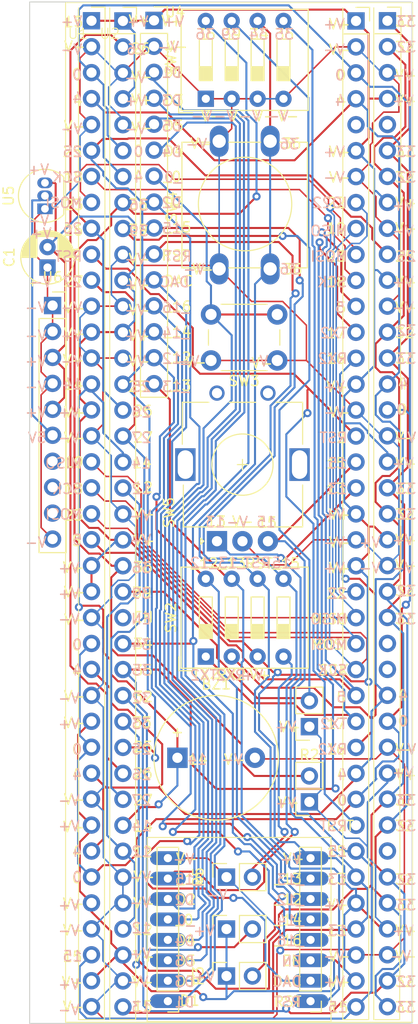
<source format=kicad_pcb>
(kicad_pcb (version 20221018) (generator pcbnew)
  (layers (0 "F.Cu" signal) (31 "B.Cu" signal) (34 "B.Paste" user) (35 "F.Paste" user) (36 "B.SilkS" user "B.Silkscreen") (37 "F.SilkS" user "F.Silkscreen") (38 "B.Mask" user) (39 "F.Mask" user) (44 "Edge.Cuts" user))
  (net 0 "")
  (net 1 "/REF_1")
  (net 2 "Net-(R1-Pad2)")
  (net 3 "Net-(R2-Pad2)")
  (net 4 "Net-(U2-IO_34)")
  (net 5 "Net-(U2-IO_35)")
  (net 6 "Net-(R5-Pad2)")
  (net 7 "/TX2")
  (net 8 "/RX2")
  (net 9 "Net-(U3-IO_15)")
  (net 10 "Net-(U3-RST)")
  (net 11 "Net-(U3-IO_13)")
  (net 12 "Net-(U3-IO_12)")
  (net 13 "Net-(U3-IO_0)")
  (net 14 "Net-(U2-IO_0)")
  (net 15 "/OUT_2")
  (net 16 "/OUT_3")
  (net 17 "/SCK")
  (net 18 "/MOSI")
  (net 19 "/OUT_1")
  (net 20 "/OUT_0")
  (net 21 "/MISO")
  (net 22 "/SD_CS")
  (net 23 "/REF_0")
  (net 24 "Net-(U2-IO_33)")
  (net 25 "Net-(U2-IO_32)")
  (net 26 "/WLED")
  (net 28 "/LED")
  (net 29 "Net-(U3-ADC)")
  (net 30 "Net-(U3-IO_16)")
  (net 31 "Net-(U3-IO_14)")
  (net 32 "Net-(U3-D1_TX)")
  (net 33 "Net-(U3-D3_RX)")
  (net 34 "Net-(U3-D5_SCL)")
  (net 35 "Net-(U3-D4_SDA)")
  (net 36 "Net-(U3-D2_LED)")
  (net 42 "/RST")
  (net 43 "Net-(U2-IO_4)")
  (net 44 "GND")
  (net 45 "/VCC")
  (net 46 "+5V")
  (footprint "Connector_PinSocket_2.54mm:PinSocket_1x02_P2.54mm_Vertical" (layer "F.Cu") (at 154.686 115.062 180)
    (fp_text reference "R1" hide)
    (fp_text value "R")
  )
  (footprint "Connector_PinSocket_2.54mm:PinSocket_1x15_P2.54mm_Vertical" (layer "F.Cu") (at 139.446 38.5572)
    (fp_text reference "U4")
    (fp_text value "~")
  )
  (footprint "A_SensorNode:SensorBase" (layer "F.Cu") (at 130.775 36.812)
    (fp_text reference "U1")
    (fp_text value "~")
  )
  (footprint "Button_Switch_THT:SW_DIP_SPSTx04_Slide_9.78x12.34mm_W7.62mm_P2.54mm" (layer "F.Cu") (at 144.526 100.838 90)
    (fp_text reference "SW2")
    (fp_text value "SW_DIP_x04")
  )
  (footprint "Buzzer_Beeper:Buzzer_12x9.5RM7.6" (layer "F.Cu") (at 141.742 110.744)
    (fp_text reference "BZ1")
    (fp_text value "Buzzer")
  )
  (footprint "Package_TO_SOT_THT:TO-92_Inline" (layer "F.Cu") (at 128.75 57 90)
    (fp_text reference "U5")
    (fp_text value "MCP1700x-330xxTO")
  )
  (footprint "Rotary_Encoder:RotaryEncoder_Alps_EC11E_Vertical_H20mm" (layer "F.Cu") (at 145.622 89.542 90)
    (fp_text reference "SW5")
    (fp_text value "RotaryEncoder")
  )
  (footprint "Connector_PinSocket_2.54mm:PinSocket_1x02_P2.54mm_Vertical" (layer "F.Cu") (at 146.558 132.108 90)
    (fp_text reference "R3")
    (fp_text value "R")
  )
  (footprint "Connector_PinSocket_2.54mm:PinSocket_1x10_P2.54mm_Vertical" (layer "F.Cu") (at 129.5 66.47)
    (fp_text reference "U6")
    (fp_text value "~")
  )
  (footprint "A_SensorNode:ESP12Base" (layer "F.Cu") (at 156.806 136.576 180)
    (fp_text reference "U3" hide)
    (fp_text value "~")
  )
  (footprint "Connector_PinSocket_2.54mm:PinSocket_1x02_P2.54mm_Vertical" (layer "F.Cu") (at 154.686 107.696 180)
    (fp_text reference "R2")
    (fp_text value "R")
  )
  (footprint "Button_Switch_THT:SW_DIP_SPSTx04_Slide_9.78x12.34mm_W7.62mm_P2.54mm" (layer "F.Cu") (at 144.526 46.228 90)
    (fp_text reference "SW1")
    (fp_text value "SW_DIP_x04")
  )
  (footprint "Connector_PinSocket_2.54mm:PinSocket_1x02_P2.54mm_Vertical" (layer "F.Cu") (at 146.558 127.508 90)
    (fp_text reference "R4" hide)
    (fp_text value "R")
  )
  (footprint "Capacitor_THT:CP_Radial_D5.0mm_P2.00mm" (layer "F.Cu") (at 129 62.75 90)
    (fp_text reference "C1")
    (fp_text value "C")
  )
  (footprint "Connector_PinSocket_2.54mm:PinSocket_1x02_P2.54mm_Vertical" (layer "F.Cu") (at 146.558 122.428 90)
    (fp_text reference "R5")
    (fp_text value "R")
  )
  (footprint "Button_Switch_THT:SW_PUSH-12mm" (layer "F.Cu") (at 145.836 62.882 90)
    (fp_text reference "SW4")
    (fp_text value "SW_Push")
  )
  (footprint "Button_Switch_THT:SW_PUSH_6mm_H7.3mm" (layer "F.Cu") (at 151.5352 71.846 180)
    (fp_text reference "SW3")
    (fp_text value "SW_Push")
  )
  (footprint "A_SensorNode:LolinBase" (layer "F.Cu") (at 134.598 36.808)
    (fp_text reference "U2")
    (fp_text value "~")
  )
  (gr_rect (start 127.25 36.75) (end 164.75 136.75) (stroke (width 0.1)) (fill none) (layer "Edge.Cuts"))
  (gr_text "V+\n" (at 138.75 70) (layer "B.SilkS") (effects (font (size 1 1)) (justify left bottom mirror)))
  (gr_text "13" (at 139.25 135.75) (layer "B.SilkS") (effects (font (size 1 1)) (justify left bottom mirror)))
  (gr_text "V-\n" (at 129.5 64.75) (layer "B.SilkS") (effects (font (size 1 1)) (justify left bottom mirror)))
  (gr_text "V+\n" (at 165 128.25) (layer "B.SilkS") (effects (font (size 1 1)) (justify left bottom mirror)))
  (gr_text "V-\n" (at 165 92.75) (layer "B.SilkS") (effects (font (size 1 1)) (justify left bottom mirror)))
  (gr_text "V-\n" (at 138.75 44.75) (layer "B.SilkS") (effects (font (size 1 1)) (justify left bottom mirror)))
  (gr_text "V-\n" (at 165 59.75) (layer "B.SilkS") (effects (font (size 1 1)) (justify left bottom mirror)))
  (gr_text "V-\n" (at 144.5 63.5) (layer "B.SilkS") (effects (font (size 1 1)) (justify left bottom mirror)))
  (gr_text "_14" (at 154.25 127.25) (layer "B.SilkS") (effects (font (size 1 1)) (justify left bottom mirror)))
  (gr_text "V-\n" (at 158.25 54.5) (layer "B.SilkS") (effects (font (size 1 1)) (justify left bottom mirror)))
  (gr_text "5" (at 158.25 67.25) (layer "B.SilkS") (effects (font (size 1 1)) (justify left bottom mirror)))
  (gr_text "14" (at 132.5 74.75) (layer "B.SilkS") (effects (font (size 1 1)) (justify left bottom mirror)))
  (gr_text "V-\n" (at 132.5 49.75) (layer "B.SilkS") (effects (font (size 1 1)) (justify left bottom mirror)))
  (gr_text "V+\n" (at 132.25 92.75) (layer "B.SilkS") (effects (font (size 1 1)) (justify left bottom mirror)))
  (gr_text "36" (at 153.75 51.25) (layer "B.SilkS") (effects (font (size 1 1)) (justify left bottom mirror)))
  (gr_text "25" (at 139.25 75) (layer "B.SilkS") (effects (font (size 1 1)) (justify left bottom mirror)))
  (gr_text "5" (at 158.4 105.4) (layer "B.SilkS") (effects (font (size 1 1)) (justify left bottom mirror)))
  (gr_text "V+\n" (at 165 90) (layer "B.SilkS") (effects (font (size 1 1)) (justify left bottom mirror)))
  (gr_text "26" (at 138.75 42) (layer "B.SilkS") (effects (font (size 1 1)) (justify left bottom mirror)))
  (gr_text "0" (at 158.25 44.5) (layer "B.SilkS") (effects (font (size 1 1)) (justify left bottom mirror)))
  (gr_text "SCK\n" (at 132.5 85) (layer "B.SilkS") (effects (font (size 1 1)) (justify left bottom mirror)))
  (gr_text "SCK\n" (at 158.5 102.75) (layer "B.SilkS") (effects (font (size 1 1)) (justify left bottom mirror)))
  (gr_text "_0" (at 143.5 127.25) (layer "B.SilkS") (effects (font (size 1 1)) (justify left bottom mirror)))
  (gr_text "V-\n" (at 161.75 92.75) (layer "B.SilkS") (effects (font (size 1 1)) (justify left bottom mirror)))
  (gr_text "V+\n" (at 138.75 47) (layer "B.SilkS") (effects (font (size 1 1)) (justify left bottom mirror)))
  (gr_text "MOSI\n" (at 132.5 87.5) (layer "B.SilkS") (effects (font (size 1 1)) (justify left bottom mirror)))
  (gr_text "34" (at 139.25 100.25) (layer "B.SilkS") (effects (font (size 1 1)) (justify left bottom mirror)))
  (gr_text "4" (at 158.25 47) (layer "B.SilkS") (effects (font (size 1 1)) (justify left bottom mirror)))
  (gr_text "35" (at 139.25 102.75) (layer "B.SilkS") (effects (font (size 1 1)) (justify left bottom mirror)))
  (gr_text "V-\n" (at 165.25 80) (layer "B.SilkS") (effects (font (size 1 1)) (justify left bottom mirror)))
  (gr_text "TX2" (at 158.5 69.75) (layer "B.SilkS") (effects (font (size 1 1)) (justify left bottom mirror)))
  (gr_text "33\n" (at 139.25 108) (layer "B.SilkS") (effects (font (size 1 1)) (justify left bottom mirror)))
  (gr_text "V-\n" (at 144.75 51.25) (layer "B.SilkS") (effects (font (size 1 1)) (justify left bottom mirror)))
  (gr_text "RST" (at 151 92.25) (layer "B.SilkS") (effects (font (size 1 1)) (justify left bottom mirror)))
  (gr_text "35" (at 153.25 40.5) (layer "B.SilkS") (effects (font (size 1 1)) (justify left bottom mirror)))
  (gr_text "15" (at 158.5 82.5) (layer "B.SilkS") (effects (font (size 1 1)) (justify left bottom mirror)))
  (gr_text "V-\n" (at 145.25 48.5) (layer "B.SilkS") (effects (font (size 1 1)) (justify left bottom mirror)))
  (gr_text "V-\n" (at 129 67.25) (layer "B.SilkS") (effects (font (size 1 1)) (justify left bottom mirror)))
  (gr_text "V+\n" (at 158.25 133.25) (layer "B.SilkS") (effects (font (size 1 1)) (justify left bottom mirror)))
  (gr_text "MOSI\n" (at 132.5 57) (layer "B.SilkS") (effects (font (size 1 1)) (justify left bottom mirror)))
  (gr_text "V-\n" (at 132.5 72.5) (layer "B.SilkS") (effects (font (size 1 1)) (justify left bottom mirror)))
  (gr_text "V-\n" (at 147.5 48.5) (layer "B.SilkS") (effects (font (size 1 1)) (justify left bottom mirror)))
  (gr_text "_13" (at 148.5 92.25) (layer "B.SilkS") (effects (font (size 1 1)) (justify left bottom mirror)))
  (gr_text "V+\n" (at 132.25 125.75) (layer "B.SilkS") (effects (font (size 1 1)) (justify left bottom mirror)))
  (gr_text "V-\n" (at 138.75 49.75) (layer "B.SilkS") (effects (font (size 1 1)) (justify left bottom mirror)))
  (gr_text "TX2" (at 158.5 108) (layer "B.SilkS") (effects (font (size 1 1)) (justify left bottom mirror)))
  (gr_text "0" (at 164.25 77.25) (layer "B.SilkS") (effects (font (size 1 1)) (justify left bottom mirror)))
  (gr_text "15" (at 158.5 120.5) (layer "B.SilkS") (effects (font (size 1 1)) (justify left bottom mirror)))
  (gr_text "D5" (at 143.5 131.25) (layer "B.SilkS") (effects (font (size 1 1)) (justify left bottom mirror)))
  (gr_text "V+\n" (at 129.25 53.75) (layer "B.SilkS") (effects (font (size 1 1)) (justify left bottom mirror)))
  (gr_text "4" (at 164.5 105.25) (layer "B.SilkS") (effects (font (size 1 1)) (justify left bottom mirror)))
  (gr_text "V+\n" (at 145.5 128.25) (layer "B.SilkS") (effects (font (size 1 1)) (justify left bottom mirror)))
  (gr_text "36" (at 153.75 63.5) (layer "B.SilkS") (effects (font (size 1 1)) (justify left bottom mirror)))
  (gr_text "32\n" (at 165.25 95) (layer "B.SilkS") (effects (font (size 1 1)) (justify left bottom mirror)))
  (gr_text "V-\n" (at 139.25 125.5) (layer "B.SilkS") (effects (font (size 1 1)) (justify left bottom mirror)))
  (gr_text "15" (at 158.5 135.75) (layer "B.SilkS") (effects (font (size 1 1)) (justify left bottom mirror)))
  (gr_text "26" (at 132.5 59.5) (layer "B.SilkS") (effects (font (size 1 1)) (justify left bottom mirror)))
  (gr_text "V-\n" (at 144 72.5) (layer "B.SilkS") (effects (font (size 1 1)) (justify left bottom mirror)))
  (gr_text "DAC\n" (at 143 64.75) (layer "B.SilkS") (effects (font (size 1 1)) (justify left bottom mirror)))
  (gr_text "36" (at 145.5 40.5) (layer "B.SilkS") (effects (font (size 1 1)) (justify left bottom mirror)))
  (gr_text "_15" (at 143 59.5) (layer "B.SilkS") (effects (font (size 1 1)) (justify left bottom mirror)))
  (gr_text "V-\n" (at 139.25 123) (layer "B.SilkS") (effects (font (size 1 1)) (justify left bottom mirror)))
  (gr_text "V-\n" (at 129 90.25) (layer "B.SilkS") (effects (font (size 1 1)) (justify left bottom mirror)))
  (gr_text "_12" (at 143 72.25) (layer "B.SilkS") (effects (font (size 1 1)) (justify left bottom mirror)))
  (gr_text "39" (at 139 59.75) (layer "B.SilkS") (effects (font (size 1 1)) (justify left bottom mirror)))
  (gr_text "D3" (at 143.5 133.25) (layer "B.SilkS") (effects (font (size 1 1)) (justify left bottom mirror)))
  (gr_text "V+\n" (at 158.25 52) (layer "B.SilkS") (effects (font (size 1 1)) (justify left bottom mirror)))
  (gr_text "V+" (at 161.75 90.25) (layer "B.SilkS") (effects (font (size 1 1)) (justify left bottom mirror)))
  (gr_text "_16" (at 154.25 129.25) (layer "B.SilkS") (effects (font (size 1 1)) (justify left bottom mirror)))
  (gr_text "D2" (at 143.5 125.25) (layer "B.SilkS") (effects (font (size 1 1)) (justify left bottom mirror)))
  (gr_text "5V" (at 129 80) (layer "B.SilkS") (effects (font (size 1 1)) (justify left bottom mirror)))
  (gr_text "V-\n" (at 165.25 110.5) (layer "B.SilkS") (effects (font (size 1 1)) (justify left bottom mirror)))
  (gr_text "26" (at 139.25 113) (layer "B.SilkS") (effects (font (size 1 1)) (justify left bottom mirror)))
  (gr_text "IO22" (at 158.5 57) (layer "B.SilkS") (effects (font (size 1 1)) (justify left bottom mirror)))
  (gr_text "33\n" (at 165.25 85) (layer "B.SilkS") (effects (font (size 1 1)) (justify left bottom mirror)))
  (gr_text "33\n" (at 165.25 135.75) (layer "B.SilkS") (effects (font (size 1 1)) (justify left bottom mirror)))
  (gr_text "4" (at 138.5 54.5) (layer "B.SilkS") (effects (font (size 1 1)) (justify left bottom mirror)))
  (gr_text "V-\n" (at 164.75 130.75) (layer "B.SilkS") (effects (font (size 1 1)) (justify left bottom mirror)))
  (gr_text "V+\n" (at 153.5 108.3) (layer "B.SilkS") (effects (font (size 1 1)) (justify left bottom mirror)))
  (gr_text "33\n" (at 165.25 52) (layer "B.SilkS") (effects (font (size 1 1)) (justify left bottom mirror)))
  (gr_text "V-\n" (at 148.75 88.25) (layer "B.SilkS") (effects (font (size 1 1)) (justify left bottom mirror)))
  (gr_text "V-\n" (at 150 48.5) (layer "B.SilkS") (effects (font (size 1 1)) (justify left bottom mirror)))
  (gr_text "V-\n" (at 142 41.75) (layer "B.SilkS") (effects (font (size 1 1)) (justify left bottom mirror)))
  (gr_text "V+\n" (at 132.5 70) (layer "B.SilkS") (effects (font (size 1 1)) (justify left bottom mirror)))
  (gr_text "V+\n" (at 154 121.25) (layer "B.SilkS") (effects (font (size 1 1)) (justify left bottom mirror)))
  (gr_text "V+\n" (at 132.25 77.5) (layer "B.SilkS") (effects (font (size 1 1)) (justify left bottom mirror)))
  (gr_text "V+\n" (at 132.25 133.5) (layer "B.SilkS") (effects (font (size 1 1)) (justify left bottom mirror)))
  (gr_text "RX2" (at 148.5 103.25) (layer "B.SilkS") (effects (font (size 1 1)) (justify left bottom mirror)))
  (gr_text "14\n" (at 139.25 118) (layer "B.SilkS") (effects (font (size 1 1)) (justify left bottom mirror)))
  (gr_text "SCK\n" (at 132.5 54.5) (layer "B.SilkS") (effects (font (size 1 1)) (justify left bottom mirror)))
  (gr_text "32\n" (at 165.25 41.75) (layer "B.SilkS") (effects (font (size 1 1)) (justify left bottom mirror)))
  (gr_text "D4" (at 142.25 52) (layer "B.SilkS") (effects (font (size 1 1)) (justify left bottom mirror)))
  (gr_text "26" (at 139.25 77.5) (layer "B.SilkS") (effects (font (size 1 1)) (justify left bottom mirror)))
  (gr_text "V-\n" (at 146.75 124.75) (layer "B.SilkS") (effects (font (size 1 1)) (justify left bottom mirror)))
  (gr_text "V-\n" (at 158.25 77.5) (layer "B.SilkS") (effects (font (size 1 1)) (justify left bottom mirror)))
  (gr_text "RX2" (at 158.5 72.25) (layer "B.SilkS") (effects (font (size 1 1)) (justify left bottom mirror)))
  (gr_text "V+\n" (at 165 47) (layer "B.SilkS") (effects (font (size 1 1)) (justify left bottom mirror)))
  (gr_text "V-\n" (at 129 70) (layer "B.SilkS") (effects (font (size 1 1)) (justify left bottom mirror)))
  (gr_text "V+\n" (at 132.25 118) (layer "B.SilkS") (effects (font (size 1 1)) (justify left bottom mirror)))
  (gr_text "27\n" (at 139.25 80) (layer "B.SilkS") (effects (font (size 1 1)) (justify left bottom mirror)))
  (gr_text "V+\n" (at 153.5 115.75) (layer "B.SilkS") (effects (font (size 1 1)) (justify left bottom mirror)))
  (gr_text "0" (at 158.5 115.5) (layer "B.SilkS") (effects (font (size 1 1)) (justify left bottom mirror)))
  (gr_text "V-\n" (at 148.25 111.5) (layer "B.SilkS") (effects (font (size 1 1)) (justify left bottom mirror)))
  (gr_text "V-\n" (at 165 44.5) (layer "B.SilkS") (effects (font (size 1 1)) (justify left bottom mirror)))
  (gr_text "V-\n" (at 152.75 48.5) (layer "B.SilkS") (effects (font (size 1 1)) (justify left bottom mirror)))
  (gr_text "5" (at 132.5 90) (layer "B.SilkS") (effects (font (size 1 1)) (justify left bottom mirror)))
  (gr_text "_14" (at 143 69.75) (layer "B.SilkS") (effects (font (size 1 1)) (justify left bottom mirror)))
  (gr_text "V+\n" (at 165 112.75) (layer "B.SilkS") (effects (font (size 1 1)) (justify left bottom mirror)))
  (gr_text "14" (at 139.25 82.5) (layer "B.SilkS") (effects (font (size 1 1)) (justify left bottom mirror)))
  (gr_text "V-\n" (at 129.25 58.75) (layer "B.SilkS") (effects (font (size 1 1)) (justify left bottom mirror)))
  (gr_text "_12" (at 154.25 125.25) (layer "B.SilkS") (effects (font (size 1 1)) (justify left bottom mirror)))
  (gr_text "V+\n" (at 165 57.25) (layer "B.SilkS") (effects (font (size 1 1)) (justify left bottom mirror)))
  (gr_text "V+\n" (at 165 82.5) (layer "B.SilkS") (effects (font (size 1 1)) (justify left bottom mirror)))
  (gr_text "13" (at 158.5 123.25) (layer "B.SilkS") (effects (font (size 1 1)) (justify left bottom mirror)))
  (gr_text "32\n" (at 165.25 69.5) (layer "B.SilkS") (effects (font (size 1 1)) (justify left bottom mirror)))
  (gr_text "V+\n" (at 139.25 90) (layer "B.SilkS") (effects (font (size 1 1)) (justify left bottom mirror)))
  (gr_text "36" (at 139.25 92.75) (layer "B.SilkS") (effects (font (size 1 1)) (justify left bottom mirror)))
  (gr_text "0" (at 138.5 52) (layer "B.SilkS") (effects (font (size 1 1)) (justify left bottom mirror)))
  (gr_text "V-\n" (at 132.25 128.25) (layer "B.SilkS") (effects (font (size 1 1)) (justify left bottom mirror)))
  (gr_text "MOSI\n" (at 158.5 62.25) (layer "B.SilkS") (effects (font (size 1 1)) (justify left bottom mirror)))
  (gr_text "RX2" (at 158.5 110.5) (layer "B.SilkS") (effects (font (size 1 1)) (justify left bottom mirror)))
  (gr_text "EN\n" (at 139.25 97.75) (layer "B.SilkS") (effects (font (size 1 1)) (justify left bottom mirror)))
  (gr_text "V-\n" (at 138.75 62.5) (layer "B.SilkS") (effects (font (size 1 1)) (justify left bottom mirror)))
  (gr_text "12\n" (at 139.25 120.5) (layer "B.SilkS") (effects (font (size 1 1)) (justify left bottom mirror)))
  (gr_text "V+\n" (at 142.5 39.25) (layer "B.SilkS") (effects (font (size 1 1)) (justify left bottom mirror)))
  (gr_text "13" (at 158.5 128.25) (layer "B.SilkS") (effects (font (size 1 1)) (justify left bottom mirror)))
  (gr_text "0" (at 132.5 110.5) (layer "B.SilkS") (effects (font (size 1 1)) (justify left bottom mirror)))
  (gr_text "33\n" (at 165.25 97.75) (layer "B.SilkS") (effects (font (size 1 1)) (justify left bottom mirror)))
  (gr_text "V+\n" (at 132.5 39.25) (layer "B.SilkS") (effects (font (size 1 1)) (justify left bottom mirror)))
  (gr_text "_13" (at 154.25 123.25) (layer "B.SilkS") (effects (font (size 1 1)) (justify left bottom mirror)))
  (gr_text "MISO\n" (at 158.5 97.75) (layer "B.SilkS") (effects (font (size 1 1)) (justify left bottom mirror)))
  (gr_text "EN" (at 154 131.25) (layer "B.SilkS") (effects (font (size 1 1)) (justify left bottom mirror)))
  (gr_text "D1" (at 143.5 135.25) (layer "B.SilkS") (effects (font (size 1 1)) (justify left bottom mirror)))
  (gr_text "D3" (at 142.25 47) (layer "B.SilkS") (effects (font (size 1 1)) (justify left bottom mirror)))
  (gr_text "V+\n" (at 165 64.75) (layer "B.SilkS") (effects (font (size 1 1)) (justify left bottom mirror)))
  (gr_text "V-\n" (at 132.25 136) (layer "B.SilkS") (effects (font (size 1 1)) (justify left bottom mirror)))
  (gr_text "V+\n" (at 132.25 108) (layer "B.SilkS") (effects (font (size 1 1)) (justify left bottom mirror)))
  (gr_text "4" (at 158.5 113) (layer "B.SilkS") (effects (font (size 1 1)) (justify left bottom mirror)))
  (gr_text "4" (at 132.5 120.5) (layer "B.SilkS") (effects (font (size 1 1)) (justify left bottom mirror)))
  (gr_text "0" (at 132.5 44.5) (layer "B.SilkS") (effects (font (size 1 1)) (justify left bottom mirror)))
  (gr_text "DAC\n" (at 154 133.25) (layer "B.SilkS") (effects (font (size 1 1)) (justify left bottom mirror)))
  (gr_text "V-\n" (at 129 75) (layer "B.SilkS") (effects (font (size 1 1)) (justify left bottom mirror)))
  (gr_text "15" (at 151.5 88.25) (layer "B.SilkS") (effects (font (size 1 1)) (justify left bottom mirror)))
  (gr_text "_13" (at 143 75) (layer "B.SilkS") (effects (font (size 1 1)) (justify left bottom mirror)))
  (gr_text "RST\n" (at 132.5 62.25) (layer "B.SilkS") (effects (font (size 1 1)) (justify left bottom mirror)))
  (gr_text "4" (at 132.5 46.75) (layer "B.SilkS") (effects (font (size 1 1)) (justify left bottom mirror)))
  (gr_text "D1" (at 142.25 44.25) (layer "B.SilkS") (effects (font (size 1 1)) (justify left bottom mirror)))
  (gr_text "27\n" (at 132.5 64.75) (layer "B.SilkS") (effects (font (size 1 1)) (justify left bottom mirror)))
  (gr_text "13" (at 146.5 88.25) (layer "B.SilkS") (effects (font (size 1 1)) (justify left bottom mirror)))
  (gr_text "12\n" (at 139.25 128) (layer "B.SilkS") (effects (font (size 1 1)) (justify left bottom mirror)))
  (gr_text "RST" (at 143.25 62.25) (layer "B.SilkS") (effects (font (size 1 1)) (justify left bottom mirror)))
  (gr_text "25" (at 132.5 52) (layer "B.SilkS") (effects (font (size 1 1)) (justify left bottom mirror)))
  (gr_text "32\n" (at 165.25 87.5) (layer "B.SilkS") (effects (font (size 1 1)) (justify left bottom mirror)))
  (gr_text "V-\n" (at 132.25 97.75) (layer "B.SilkS") (effects (font (size 1 1)) (justify left bottom mirror)))
  (gr_text "34" (at 150.75 40.5) (layer "B.SilkS") (effects (font (size 1 1)) (justify left bottom mirror)))
  (gr_text "V-\n" (at 132.5 67.25) (layer "B.SilkS") (effects (font (size 1 1)) (justify left bottom mirror)))
  (gr_text "22" (at 158.5 95.25) (layer "B.SilkS") (effects (font (size 1 1)) (justify left bottom mirror)))
  (gr_text "_12" (at 145.75 92.25) (layer "B.SilkS") (effects (font (size 1 1)) (justify left bottom mirror)))
  (gr_text "V-\n" (at 138.75 67.5) (layer "B.SilkS") (effects (font (size 1 1)) (justify left bottom mirror)))
  (gr_text "V-\n" (at 158.25 90.25) (layer "B.SilkS") (effects (font (size 1 1)) (justify left bottom mirror)))
  (gr_text "V+\n" (at 150.25 103.25) (layer "B.SilkS") (effects (font (size 1 1)) (justify left bottom mirror)))
  (gr_text "V+\n" (at 158.25 39.5) (layer "B.SilkS") (effects (font (size 1 1)) (justify left bottom mirror)))
  (gr_text "V+\n" (at 145.5 132.75) (layer "B.SilkS") (effects (font (size 1 1)) (justify left bottom mirror)))
  (gr_text "32\n" (at 165.25 118) (layer "B.SilkS") (effects (font (size 1 1)) (justify left bottom mirror)))
  (gr_text "V-\n" (at 138.75 72.5) (layer "B.SilkS") (effects (font (size 1 1)) (justify left bottom mirror)))
  (gr_text "MOSI\n" (at 158.5 100.25) (layer "B.SilkS") (effects (font (size 1 1)) (justify left bottom mirror)))
  (gr_text "V-\n" (at 158.25 130.75) (layer "B.SilkS") (effects (font (size 1 1)) (justify left bottom mirror)))
  (gr_text "36" (at 139 57.25) (layer "B.SilkS") (effects (font (size 1 1)) (justify left bottom mirror)))
  (gr_text "32\n" (at 165.25 123.25) (layer "B.SilkS") (effects (font (size 1 1)) (justify left bottom mirror)))
  (gr_text "V+\n" (at 158.25 125.75) (layer "B.SilkS") (effects (font (size 1 1)) (justify left bottom mirror)))
  (gr_text "MISO\n" (at 158.5 59.75) (layer "B.SilkS") (effects (font (size 1 1)) (justify left bottom mirror)))
  (gr_text "13" (at 158.5 85) (layer "B.SilkS") (effects (font (size 1 1)) (justify left bottom mirror)))
  (gr_text "V+\n" (at 129 72.5) (layer "B.SilkS") (effects (font (size 1 1)) (justify left bottom mirror)))
  (gr_text "V+\n" (at 138.75 65) (layer "B.SilkS") (effects (font (size 1 1)) (justify left bottom mirror)))
  (gr_text "14\n" (at 144.75 111.5) (layer "B.SilkS") (effects (font (size 1 1)) (justify left bottom mirror)))
  (gr_text "0" (at 132.5 123) (layer "B.SilkS") (effects (font (size 1 1)) (justify left bottom mirror)))
  (gr_text "25" (at 139.25 110.5) (layer "B.SilkS") (effects (font (size 1 1)) (justify left bottom mirror)))
  (gr_text "15" (at 132.5 130.75) (layer "B.SilkS") (effects (font (size 1 1)) (justify left bottom mirror)))
  (gr_text "V-\n" (at 143.5 121.25) (layer "B.SilkS") (effects (font (size 1 1)) (justify left bottom mirror)))
  (gr_text "33\n" (at 165.25 125.75) (layer "B.SilkS") (effects (font (size 1 1)) (justify left bottom mirror)))
  (gr_text "V+\n" (at 129.5 60) (layer "B.SilkS") (effects (font (size 1 1)) (justify left bottom mirror)))
  (gr_text "4" (at 164.5 74.75) (layer "B.SilkS") (effects (font (size 1 1)) (justify left bottom mirror)))
  (gr_text "12" (at 139.25 85) (layer "B.SilkS") (effects (font (size 1 1)) (justify left bottom mirror)))
  (gr_text "V-\n\n" (at 139.25 89.25) (layer "B.SilkS") (effects (font (size 1 1)) (justify left bottom mirror)))
  (gr_text "39" (at 148 40.5) (layer "B.SilkS") (effects (font (size 1 1)) (justify left bottom mirror)))
  (gr_text "V-\n" (at 132.25 80) (layer "B.SilkS") (effects (font (size 1 1)) (justify left bottom mirror)))
  (gr_text "33\n" (at 165.25 39.25) (layer "B.SilkS") (effects (font (size 1 1)) (justify left bottom mirror)))
  (gr_text "V-" (at 165 67.25) (layer "B.SilkS") (effects (font (size 1 1)) (justify left bottom mirror)))
  (gr_text "_0" (at 142.25 54.5) (layer "B.SilkS") (effects (font (size 1 1)) (justify left bottom mirror)))
  (gr_text "V+\n" (at 139.25 130.5) (layer "B.SilkS") (effects (font (size 1 1)) (justify left bottom mirror)))
  (gr_text "0" (at 164.5 107.75) (layer "B.SilkS") (effects (font (size 1 1)) (justify left bottom mirror)))
  (gr_text "D5" (at 142.25 49.5) (layer "B.SilkS") (effects (font (size 1 1)) (justify left bottom mirror)))
  (gr_text "RST" (at 158.5 118) (layer "B.SilkS") (effects (font (size 1 1)) (justify left bottom mirror)))
  (gr_text "39" (at 139.25 95.25) (layer "B.SilkS") (effects (font (size 1 1)) (justify left bottom mirror)))
  (gr_text "4" (at 132.5 113) (layer "B.SilkS") (effects (font (size 1 1)) (justify left bottom mirror)))
  (gr_text "V+\n" (at 158.25 75) (layer "B.SilkS") (effects (font (size 1 1)) (justify left bottom mirror)))
  (gr_text "V+\n" (at 129 77.5) (layer "B.SilkS") (effects (font (size 1 1)) (justify left bottom mirror)))
  (gr_text "SCK\n" (at 158.5 64.75) (layer "B.SilkS") (effects (font (size 1 1)) (justify left bottom mirror)))
  (gr_text "_15" (at 153.75 92.25) (layer "B.SilkS") (effects (font (size 1 1)) (justify left bottom mirror)))
  (gr_text "V+\n" (at 158.25 87.5) (layer "B.SilkS") (effects (font (size 1 1)) (justify left bottom mirror)))
  (gr_text "TX2" (at 145.75 103.25) (layer "B.SilkS") (effects (font (size 1 1)) (justify left bottom mirror)))
  (gr_text "RST" (at 158.5 80) (layer "B.SilkS") (effects (font (size 1 1)) (justify left bottom mirror)))
  (gr_text "25" (at 165.25 62.25) (layer "B.SilkS") (effects (font (size 1 1)) (justify left bottom mirror)))
  (gr_text "V-\n" (at 150.75 72.5) (layer "B.SilkS") (effects (font (size 1 1)) (justify left bottom mirror)))
  (gr_text "_15" (at 144.25 123.25) (layer "B.SilkS") (effects (font (size 1 1)) (justify left bottom mirror)))
  (gr_text "32\n" (at 139.25 105.5) (layer "B.SilkS") (effects (font (size 1 1)) (justify left bottom mirror)))
  (gr_text "V-\n" (at 132.25 115.5) (layer "B.SilkS") (effects (font (size 1 1)) (justify left bottom mirror)))
  (gr_text "V-\n" (at 139 133.25) (layer "B.SilkS") (effects (font (size 1 1)) (justify left bottom mirror)))
  (gr_text "0" (at 132.5 100.25) (layer "B.SilkS") (effects (font (size 1 1)) (justify left bottom mirror)))
  (gr_text "D2" (at 142.25 57) (layer "B.SilkS") (effects (font (size 1 1)) (justify left bottom mirror)))
  (gr_text "32\n" (at 165.25 133.25) (layer "B.SilkS") (effects (font (size 1 1)) (justify left bottom mirror)))
  (gr_text "V-\n" (at 132.25 105.5) (layer "B.SilkS") (effects (font (size 1 1)) (justify left bottom mirror)))
  (gr_text "RST" (at 154 135.25) (layer "B.SilkS") (effects (font (size 1 1)) (justify left bottom mirror)))
  (gr_text "V+\n" (at 132.25 95.25) (layer "B.SilkS") (effects (font (size 1 1)) (justify left bottom mirror)))
  (gr_text "V+\n" (at 158.25 92.75) (layer "B.SilkS") (effects (font (size 1 1)) (justify left bottom mirror)))
  (gr_text "D4" (at 143.5 129.25) (layer "B.SilkS") (effects (font (size 1 1)) (justify left bottom mirror)))
  (gr_text "V-\n" (at 158.25 42) (layer "B.SilkS") (effects (font (size 1 1)) (justify left bottom mirror)))
  (gr_text "_16" (at 143 67.25) (layer "B.SilkS") (effects (font (size 1 1)) (justify left bottom mirror)))
  (gr_text "V-\n" (at 132.5 42) (layer "B.SilkS") (effects (font (size 1 1)) (justify left bottom mirror)))
  (gr_text "27" (at 139.25 115.5) (layer "B.SilkS") (effects (font (size 1 1)) (justify left bottom mirror)))
  (gr_text "MISO\n" (at 132.5 82.5) (layer "B.SilkS") (effects (font (size 1 1)) (justify left bottom mirror)))
  (gr_text "32\n" (at 165.25 54.5) (layer "B.SilkS") (effects (font (size 1 1)) (justify left bottom mirror)))
  (gr_text "33\n" (at 165.25 115.5) (layer "B.SilkS") (effects (font (size 1 1)) (justify left bottom mirror)))
  (gr_text "33\n" (at 165.25 72.25) (layer "B.SilkS") (effects (font (size 1 1)) (justify left bottom mirror)))
  (gr_text "4" (at 132.5 102.75) (layer "B.SilkS") (effects (font (size 1 1)) (justify left bottom mirror)))
  (gr_text "V+\n" (at 139 39.25) (layer "B.SilkS") (effects (font (size 1 1)) (justify left bottom mirror)))
  (gr_text "16" (at 156.25 72.25) (layer "F.SilkS") (effects (font (size 1 1)) (justify left bottom)))
  (gr_text "15" (at 130.4 130.8) (layer "F.SilkS") (effects (font (size 1 1)) (justify left bottom)))
  (gr_text "36" (at 143.5 40.5) (layer "F.SilkS") (effects (font (size 1 1)) (justify left bottom)))
  (gr_text "5" (at 131.3 90.1) (layer "F.SilkS") (effects (font (size 1 1)) (justify left bottom)))
  (gr_text "14\n" (at 142.7 111.5) (layer "F.SilkS") (effects (font (size 1 1)) (justify left bottom)))
  (gr_text "34" (at 137.327007 100.16625) (layer "F.SilkS") (effects (font (size 1 1)) (justify left bottom)))
  (gr_text "V-" (at 130.4 135.7) (layer "F.SilkS") (effects (font (size 1 1)) (justify left bottom)))
  (gr_text "V-\n" (at 163 59.5) (layer "F.SilkS") (effects (font (size 1 1)) (justify left bottom)))
  (gr_text "V+" (at 130.5 69.8) (layer "F.SilkS") (effects (font (size 1 1)) (justify left bottom)))
  (gr_text "4" (at 131.3 113) (layer "F.SilkS") (effects (font (size 1 1)) (justify left bottom)))
  (gr_text "_16" (at 151.192856 129.2) (layer "F.SilkS") (effects (font (size 1 1)) (justify left bottom)))
  (gr_text "V-" (at 130.5 115.4) (layer "F.SilkS") (effects (font (size 1 1)) (justify left bottom)))
  (gr_text "18" (at 130.5 54.5) (layer "F.SilkS") (effects (font (size 1 1)) (justify left bottom)))
  (gr_text "V-\n" (at 140.554762 41.7) (layer "F.SilkS") (effects (font (size 1 1)) (justify left bottom)))
  (gr_text "0" (at 157.25 115.5) (layer "F.SilkS") (effects (font (size 1 1)) (justify left bottom)))
  (gr_text "17" (at 156.25 69.75) (layer "F.SilkS") (effects (font (size 1 1)) (justify left bottom)))
  (gr_text "0" (at 131.3 100.3) (layer "F.SilkS") (effects (font (size 1 1)) (justify left bottom)))
  (gr_text "15" (at 137.3 135.66625) (layer "F.SilkS") (effects (font (size 1 1)) (justify left bottom)))
  (gr_text "12" (at 137.327007 84.86625) (layer "F.SilkS") (effects (font (size 1 1)) (justify left bottom)))
  (gr_text "0" (at 163.25 107.75) (layer "F.SilkS") (effects (font (size 1 1)) (justify left bottom)))
  (gr_text "_0" (at 141.504762 127.2) (layer "F.SilkS") (effects (font (size 1 1)) (justify left bottom)))
  (gr_text "17" (at 156.25 108) (layer "F.SilkS") (effects (font (size 1 1)) (justify left bottom)))
  (gr_text "4" (at 157.25 47) (layer "F.SilkS") (effects (font (size 1 1)) (justify left bottom)))
  (gr_text "_13" (at 145.7 92.3) (layer "F.SilkS") (effects (font (size 1 1)) (justify left bottom)))
  (gr_text "RST" (at 156.25 118) (layer "F.SilkS") (effects (font (size 1 1)) (justify left bottom)))
  (gr_text "_12" (at 151.192856 125.2) (layer "F.SilkS") (effects (font (size 1 1)) (justify left bottom)))
  (gr_text "V+\n" (at 163 128.25) (layer "F.SilkS") (effects (font (size 1 1)) (justify left bottom)))
  (gr_text "36" (at 137.327007 92.66625) (layer "F.SilkS") (effects (font (size 1 1)) (justify left bottom)))
  (gr_text "V-\n" (at 148.9 72.7) (layer "F.SilkS") (effects (font (size 1 1)) (justify left bottom)))
  (gr_text "V-" (at 156.5 42) (layer "F.SilkS") (effects (font (size 1 1)) (justify left bottom)))
  (gr_text "25" (at 137.327007 110.26625) (layer "F.SilkS") (effects (font (size 1 1)) (justify left bottom)))
  (gr_text "TX2" (at 143.1 103.1) (layer "F.SilkS") (effects (font (size 1 1)) (justify left bottom)))
  (gr_text "V-" (at 137.327007 87.46625) (layer "F.SilkS") (effects (font (size 1 1)) (justify left bottom)))
  (gr_text "D5" (at 140.304762 49.45) (layer "F.SilkS") (effects (font (size 1 1)) (justify left bottom)))
  (gr_text "5" (at 157.25 105.4) (layer "F.SilkS") (effects (font (size 1 1)) (justify left bottom)))
  (gr_text "V+" (at 163 47) (layer "F.SilkS") (effects (font (size 1 1)) (justify left bottom)))
  (gr_text "V-\n" (at 136.854762 67.5) (layer "F.SilkS") (effects (font (size 1 1)) (justify left bottom)))
  (gr_text "26" (at 137.327007 77.36625) (layer "F.SilkS") (effects (font (size 1 1)) (justify left bottom)))
  (gr_text "V-" (at 163 44.5) (layer "F.SilkS") (effects (font (size 1 1)) (justify left bottom)))
  (gr_text "RST" (at 148.3 92.3) (layer "F.SilkS") (effects (font (size 1 1)) (justify left bottom)))
  (gr_text "34" (at 148.7 40.5) (layer "F.SilkS") (effects (font (size 1 1)) (justify left bottom)))
  (gr_text "RX2" (at 145.5 103.2) (layer "F.SilkS") (effects (font (size 1 1)) (justify left bottom)))
  (gr_text "V+" (at 130.527007 77.5) (layer "F.SilkS") (effects (font (size 1 1)) (justify left bottom)))
  (gr_text "39" (at 146 40.5) (layer "F.SilkS") (effects (font (size 1 1)) (justify left bottom)))
  (gr_text "V-\n" (at 151.454762 48.5) (layer "F.SilkS") (effects (font (size 1 1)) (justify left bottom)))
  (gr_text "_15" (at 141.6 123.2) (layer "F.SilkS") (effects (font (size 1 1)) (justify left bottom)))
  (gr_text "23" (at 130.5 87.6) (layer "F.SilkS") (effects (font (size 1 1)) (justify left bottom)))
  (gr_text "V-" (at 130.5 49.5) (layer "F.SilkS") (effects (font (size 1 1)) (justify left bottom)))
  (gr_text "12" (at 137.3 128.16625) (layer "F.SilkS") (effects (font (size 1 1)) (justify left bottom)))
  (gr_text "32" (at 163 69.75) (layer "F.SilkS") (effects (font (size 1 1)) (justify left bottom)))
  (gr_text "19" (at 156.25 59.5) (layer "F.SilkS") (effects (font (size 1 1)) (justify left bottom)))
  (gr_text "23" (at 156.25 62.25) (layer "F.SilkS") (effects (font (size 1 1)) (justify left bottom)))
  (gr_text "RST" (at 140.092856 62.15) (layer "F.SilkS") (effects (font (size 1 1)) (justify left bottom)))
  (gr_text "4" (at 163.25 74.75) (layer "F.SilkS") (effects (font (size 1 1)) (justify left bottom)))
  (gr_text "4" (at 163.25 105.25) (layer "F.SilkS") (effects (font (size 1 1)) (justify left bottom)))
  (gr_text "4" (at 131.3 120.6) (layer "F.SilkS") (effects (font (size 1 1)) (justify left bottom)))
  (gr_text "V+" (at 137.3 130.76625) (layer "F.SilkS") (effects (font (size 1 1)) (justify left bottom)))
  (gr_text "D2" (at 141.504762 125.2) (layer "F.SilkS") (effects (font (size 1 1)) (justify left bottom)))
  (gr_text "32" (at 137.327007 105.36625) (layer "F.SilkS") (effects (font (size 1 1)) (justify left bottom)))
  (gr_text "0" (at 131.3 123.1) (layer "F.SilkS") (effects (font (size 1 1)) (justify left bottom)))
  (gr_text "V+" (at 130.5 95.1) (layer "F.SilkS") (effects (font (size 1 1)) (justify left bottom)))
  (gr_text "4" (at 157.25 113) (layer "F.SilkS") (effects (font (size 1 1)) (justify left bottom)))
  (gr_text "25" (at 130.4 52) (layer "F.SilkS") (effects (font (size 1 1)) (justify left bottom)))
  (gr_text "V+" (at 163 113) (layer "F.SilkS") (effects (font (size 1 1)) (justify left bottom)))
  (gr_text "V-" (at 130.5 105.3) (layer "F.SilkS") (effects (font (size 1 1)) (justify left bottom)))
  (gr_text "V-" (at 130.4 128.2) (layer "F.SilkS") (effects (font (size 1 1)) (justify left bottom)))
  (gr_text "V-\n" (at 143.1 63.5) (layer "F.SilkS") (effects (font (size 1 1)) (justify left bottom)))
  (gr_text "V+" (at 156.5 133.25) (layer "F.SilkS") (effects (font (size 1 1)) (justify left bottom)))
  (gr_text "36" (at 152 63.5) (layer "F.SilkS") (effects (font (size 1 1)) (justify left bottom)))
  (gr_text "V-" (at 137.2 133.26625) (layer "F.SilkS") (effects (font (size 1 1)) (justify left bottom)))
  (gr_text "V+" (at 156.5 52) (layer "F.SilkS") (effects (font (size 1 1)) (justify left bottom)))
  (gr_text "V-" (at 156.5 77.5) (layer "F.SilkS") (effects (font (size 1 1)) (justify left bottom)))
  (gr_text "V-" (at 156.5 54.5) (layer "F.SilkS") (effects (font (size 1 1)) (justify left bottom)))
  (gr_text "MOSI\n" (at 154.75 100.25) (layer "F.SilkS") (effects (font (size 1 1)) (justify left bottom)))
  (gr_text "33" (at 163 39.25) (layer "F.SilkS") (effects (font (size 1 1)) (justify left bottom)))
  (gr_text "V+" (at 156.3 125.7) (layer "F.SilkS") (effects (font (size 1 1)) (justify left bottom)))
  (gr_text "V-\n" (at 146.2 111.5) (layer "F.SilkS") (effects (font (size 1 1)) (justify left bottom)))
  (gr_text "4" (at 131.3 102.9) (layer "F.SilkS") (effects (font (size 1 1)) (justify left bottom)))
  (gr_text "25" (at 163 62.25) (layer "F.SilkS") (effects (font (size 1 1)) (justify left bottom)))
  (gr_text "V-\n" (at 137.104762 44.65) (layer "F.SilkS") (effects (font (size 1 1)) (justify left bottom)))
  (gr_text "V+\n" (at 137.327007 90.06625) (layer "F.SilkS") (effects (font (size 1 1)) (justify left bottom)))
  (gr_text "V+" (at 156.5 39.5) (layer "F.SilkS") (effects (font (size 1 1)) (justify left bottom)))
  (gr_text "22" (at 156.25 95.25) (layer "F.SilkS") (effects (font (size 1 1)) (justify left bottom)))
  (gr_text "V+" (at 130.4 92.7) (layer "F.SilkS") (effects (font (size 1 1)) (justify left bottom)))
  (gr_text "V+" (at 130.5 107.9) (layer "F.SilkS") (effects (font (size 1 1)) (justify left bottom)))
  (gr_text "V+\n" (at 151.5 115.7) (layer "F.SilkS") (effects (font (size 1 1)) (justify left bottom)))
  (gr_text "0\n" (at 131.3 44.4) (layer "F.SilkS") (effects (font (size 1 1)) (justify left bottom)))
  (gr_text "V+\n" (at 148.7 103.2) (layer "F.SilkS") (effects (font (size 1 1)) (justify left bottom)))
  (gr_text "V+\n" (at 136.854762 70) (layer "F.SilkS") (effects (font (size 1 1)) (justify left bottom)))
  (gr_text "V+" (at 163 64.75) (layer "F.SilkS") (effects (font (size 1 1)) (justify left bottom)))
  (gr_text "33" (at 163 115.5) (layer "F.SilkS") (effects (font (size 1 1)) (justify left bottom)))
  (gr_text "32" (at 163 118) (layer "F.SilkS") (effects (font (size 1 1)) (justify left bottom)))
  (gr_text "15" (at 156.5 135.8) (layer "F.SilkS") (effects (font (size 1 1)) (justify left bottom)))
  (gr_text "33" (at 163 85) (layer "F.SilkS") (effects (font (size 1 1)) (justify left bottom)))
  (gr_text "V-" (at 130.4 72.4) (layer "F.SilkS") (effects (font (size 1 1)) (justify left bottom)))
  (gr_text "0" (at 157.25 44.5) (layer "F.SilkS") (effects (font (size 1 1)) (justify left bottom)))
  (gr_text "33" (at 163 52) (layer "F.SilkS") (effects (font (size 1 1)) (justify left bottom)))
  (gr_text "12" (at 137.3 120.56625) (layer "F.SilkS") (effects (font (size 1 1)) (justify left bottom)))
  (gr_text "35" (at 137.327007 102.76625) (layer "F.SilkS") (effects (font (size 1 1)) (justify left bottom)))
  (gr_text "4" (at 137.354762 54.4) (layer "F.SilkS") (effects (font (size 1 1)) (justify left bottom)))
  (gr_text "V+" (at 156.5 92.75) (layer "F.SilkS") (effects (font (size 1 1)) (justify left bottom)))
  (gr_text "MISO" (at 154.75 97.75) (layer "F.SilkS") (effects (font (size 1 1)) (justify left bottom)))
  (gr_text "_12" (at 143 92.3) (layer "F.SilkS") (effects (font (size 1 1)) (justify left bottom)))
  (gr_text "13" (at 144.5 88.2) (layer "F.SilkS") (effects (font (size 1 1)) (justify left bottom)))
  (gr_text "32" (at 163 41.75) (layer "F.SilkS") (effects (font (size 1 1)) (justify left bottom)))
  (gr_text "18" (at 130.5 85) (layer "F.SilkS") (effects (font (size 1 1)) (justify left bottom)))
  (gr_text "V-\n" (at 163 130.75) (layer "F.SilkS") (effects (font (size 1 1)) (justify left bottom)))
  (gr_text "V-" (at 163 80) (layer "F.SilkS") (effects (font (size 1 1)) (justify left bottom)))
  (gr_text "18" (at 156.25 64.75) (layer "F.SilkS") (effects (font (size 1 1)) (justify left bottom)))
  (gr_text "V-\n" (at 147 88.2) (layer "F.SilkS") (effects (font (size 1 1)) (justify left bottom)))
  (gr_text "19" (at 130.527007 82.4) (layer "F.SilkS") (effects (font (size 1 1)) (justify left bottom)))
  (gr_text "D2" (at 140.304762 56.95) (layer "F.SilkS") (effects (font (size 1 1)) (justify left bottom)))
  (gr_text "V-" (at 163 67.25) (layer "F.SilkS") (effects (font (size 1 1)) (justify left bottom)))
  (gr_text "2" (at 131.3 62.1) (layer "F.SilkS") (effects (font (size 1 1)) (justify left bottom)))
  (gr_text "V-\n" (at 141.504762 121.2) (layer "F.SilkS") (effects (font (size 1 1)) (justify left bottom)))
  (gr_text "V-\n" (at 146.704762 48.5) (layer "F.SilkS") (effects (font (size 1 1)) (justify left bottom)))
  (gr_text "32" (at 163 87.5) (layer "F.SilkS") (effects (font (size 1 1)) (justify left bottom)))
  (gr_text "26" (at 137.104762 41.9) (layer "F.SilkS") (effects (font (size 1 1)) (justify left bottom)))
  (gr_text "27" (at 137.327007 79.96625) (layer "F.SilkS") (effects (font (size 1 1)) (justify left bottom)))
  (gr_text "0" (at 163.25 77.25) (layer "F.SilkS") (effects (font (size 1 1)) (justify left bottom)))
  (gr_text "33" (at 163 72.25) (layer "F.SilkS") (effects (font (size 1 1)) (justify left bottom)))
  (gr_text "2" (at 157.25 80) (layer "F.SilkS") (effects (font (size 1 1)) (justify left bottom)))
  (gr_text "D4" (at 141.504762 129.2) (layer "F.SilkS") (effects (font (size 1 1)) (justify left bottom)))
  (gr_text "V-\n" (at 142.404762 72.6) (layer "F.SilkS") (effects (font (size 1 1)) (justify left bottom)))
  (gr_text "36" (at 136.854762 57.15) (layer "F.SilkS") (effects (font (size 1 1)) (justify left bottom)))
  (gr_text "16" (at 156.25 110.5) (layer "F.SilkS") (effects (font (size 1 1)) (justify left bottom)))
  (gr_text "32" (at 163 95) (layer "F.SilkS") (effects (font (size 1 1)) (justify left bottom)))
  (gr_text "V-" (at 130.527007 41.7) (layer "F.SilkS") (effects (font (size 1 1)) (justify left bottom)))
  (gr_text "33" (at 163 97.75) (layer "F.SilkS") (effects (font (size 1 1)) (justify left bottom)))
  (gr_text "V-" (at 163 110.5) (layer "F.SilkS") (effects (font (size 1 1)) (justify left bottom)))
  (gr_text "26" (at 130.5 59.7) (layer "F.SilkS") (effects (font (size 1 1)) (justify left bottom)))
  (gr_text "V+" (at 156.5 87.5) (layer "F.SilkS") (effects (font (size 1 1)) (justify left bottom)))
  (gr_text "V-\n" (at 137.104762 49.65) (layer "F.SilkS") (effects (font (size 1 1)) (justify left bottom)))
  (gr_text "V+\n" (at 151.6 108.3) (layer "F.SilkS") (effects (font (size 1 1)) (justify left bottom)))
  (gr_text "33" (at 137.227007 107.86625) (layer "F.SilkS") (effects (font (size 1 1)) (justify left bottom)))
  (gr_text "27" (at 137.327007 115.46625) (layer "F.SilkS") (effects (font (size 1 1)) (justify left bottom)))
  (gr_text "D4" (at 140.304762 51.95) (layer "F.SilkS") (effects (font (size 1 1)) (justify left bottom)))
  (gr_text "14" (at 130.5 74.8) (layer "F.SilkS") (effects (font (size 1 1)) (justify left bottom)))
  (gr_text "V-" (at 130.527007 97.8) (layer "F.SilkS") (effects (font (size 1 1)) (justify left bottom)))
  (gr_text "V-\n" (at 143.954762 48.5) (layer "F.SilkS") (effects (font (size 1 1)) (justify left bottom)))
  (gr_text "V+\n" (at 140.054762 39.2) (layer "F.SilkS") (effects (font (size 1 1)) (justify left bottom)))
  (gr_text "V-\n" (at 142.9 51.2) (layer "F.SilkS") (effects (font (size 1 1)) (justify left bottom)))
  (gr_text "V+" (at 163 57) (layer "F.SilkS") (effects (font (size 1 1)) (justify left bottom)))
  (gr_text "V-" (at 156.5 90.25) (layer "F.SilkS") (effects (font (size 1 1)) (justify left bottom)))
  (gr_text "V+" (at 163 90) (layer "F.SilkS") (effects (font (size 1 1)) (justify left bottom)))
  (gr_text "_16" (at 140.342856 67.15) (layer "F.SilkS") (effects (font (size 1 1)) (justify left bottom)))
  (gr_text "V+\n" (at 152 121.2) (layer "F.SilkS") (effects (font (size 1 1)) (justify left bottom)))
  (gr_text "V-" (at 130.5 80) (layer "F.SilkS") (effects (font (size 1 1)) (justify left bottom)))
  (gr_text "32" (at 163 133.25) (layer "F.SilkS") (effects (font (size 1 1)) (justify left bottom)))
  (gr_text "39" (at 137.227007 95.16625) (layer "F.SilkS") (effects (font (size 1 1)) (justify left bottom)))
  (gr_text "4" (at 131.4 47) (layer "F.SilkS") (effects (font (size 1 1)) (justify left bottom)))
  (gr_text "V+\n" (at 136.854762 65) (layer "F.SilkS") (effects (font (size 1 1)) (justify left bottom)))
  (gr_text "V+\n" (at 137.104762 46.9) (layer "F.SilkS") (effects (font (size 1 1)) (justify left bottom)))
  (gr_text "_14" (at 151.192856 127.2) (layer "F.SilkS") (effects (font (size 1 1)) (justify left bottom)))
  (gr_text "_0" (at 140.304762 54.45) (layer "F.SilkS") (effects (font (size 1 1)) (justify left bottom)))
  (gr_text "36" (at 151.9 51.2) (layer "F.SilkS") (effects (font (size 1 1)) (justify left bottom)))
  (gr_text "EN\n" (at 137.327007 97.56625) (layer "F.SilkS") (effects (font (size 1 1)) (justify left bottom)))
  (gr_text "V+" (at 130.427007 118.1) (layer "F.SilkS") (effects (font (size 1 1)) (justify left bottom)))
  (gr_text "13" (at 156.25 85) (layer "F.SilkS") (effects (font (size 1 1)) (justify left bottom)))
  (gr_text "V-\n" (at 156.5 130.75) (layer "F.SilkS") (effects (font (size 1 1)) (justify left bottom)))
  (gr_text "V-\n" (at 136.854762 62.5) (layer "F.SilkS") (effects (font (size 1 1)) (justify left bottom)))
  (gr_text "V-" (at 163 92.5) (layer "F.SilkS") (effects (font (size 1 1)) (justify left bottom)))
  (gr_text "32" (at 163 123.25) (layer "F.SilkS") (effects (font (size 1 1)) (justify left bottom)))
  (gr_text "V+" (at 130.4 125.6) (layer "F.SilkS") (effects (font (size 1 1)) (justify left bottom)))
  (gr_text "0" (at 137.354762 51.9) (layer "F.SilkS") (effects (font (size 1 1)) (justify left bottom)))
  (gr_text "5" (at 157.25 67.25) (layer "F.SilkS") (effects (font (size 1 1)) (justify left bottom)))
  (gr_text "15" (at 156.3 120.5) (layer "F.SilkS") (effects (font (size 1 1)) (justify left bottom)))
  (gr_text "V-" (at 130.5 67.3) (layer "F.SilkS") (effects (font (size 1 1)) (justify left bottom)))
  (gr_text "DAC\n" (at 140.342856 64.65) (layer "F.SilkS") (effects (font (size 1 1)) (justify left bottom)))
  (gr_text "15" (at 156.25 82.5) (layer "F.SilkS") (effects (font (size 1 1)) (justify left bottom)))
  (gr_text "33" (at 163 125.75) (layer "F.SilkS") (effects (font (size 1 1)) (justify left bottom)))
  (gr_text "D3" (at 140.304762 46.95) (layer "F.SilkS") (effects (font (size 1 1)) (justify left bottom)))
  (gr_text "D1" (at 140.304762 44.2) (layer "F.SilkS") (effects (font (size 1 1)) (justify left bottom)))
  (gr_text "V+" (at 163 82.5) (layer "F.SilkS") (effects (font (size 1 1)) (justify left bottom)))
  (gr_text "V-" (at 137.327007 122.96625) (layer "F.SilkS") (effects (font (size 1 1)) (justify left bottom)))
  (gr_text "14" (at 137.227007 82.46625) (layer "F.SilkS") (effects (font (size 1 1)) (justify left bottom)))
  (gr_text "EN" (at 151.9 131.2) (layer "F.SilkS") (effects (font (size 1 1)) (justify left bottom)))
  (gr_text "15" (at 130.5 39.3) (layer "F.SilkS") (effects (font (size 1 1)) (justify left bottom)))
  (gr_text "13" (at 156.3 128.3) (layer "F.SilkS") (effects (font (size 1 1)) (justify left bottom)))
  (gr_text "33" (at 163 135.75) (layer "F.SilkS") (effects (font (size 1 1)) (justify left bottom)))
  (gr_text "V+\n" (at 136.854762 39.15) (layer "F.SilkS") (effects (font (size 1 1)) (justify left bottom)))
  (gr_text "SCK" (at 155.5 102.75) (layer "F.SilkS") (effects (font (size 1 1)) (justify left bottom)))
  (gr_text "15" (at 149.5 88.3) (layer "F.SilkS") (effects (font (size 1 1)) (justify left bottom)))
  (gr_text "27" (at 130.5 64.7) (layer "F.SilkS") (effects (font (size 1 1)) (justify left bottom)))
  (gr_text "D5" (at 141.504762 131.2) (layer "F.SilkS") (effects (font (size 1 1)) (justify left bottom)))
  (gr_text "RST" (at 151.1 135.2) (layer "F.SilkS") (effects (font (size 1 1)) (justify left bottom)))
  (gr_text "0" (at 131.3 110.5) (layer "F.SilkS") (effects (font (size 1 1)) (justify left bottom)))
  (gr_text "V-\n" (at 136.854762 72.5) (layer "F.SilkS") (effects (font (size 1 1)) (justify left bottom)))
  (gr_text "DAC\n" (at 151 133.2) (layer "F.SilkS") (effects (font (size 1 1)) (justify left bottom)))
  (gr_text "D3" (at 141.504762 133.2) (layer "F.SilkS") (effects (font (size 1 1)) (justify left bottom)))
  (gr_text "_12" (at 140.342856 72.15) (layer "F.SilkS") (effects (font (size 1 1)) (justify left bottom)))
  (gr_text "32" (at 163 54.5) (layer "F.SilkS") (effects (font (size 1 1)) (justify left bottom)))
  (gr_text "13" (at 156.3 123.2) (layer "F.SilkS") (effects (font (size 1 1)) (justify left bottom)))
  (gr_text "35" (at 151.2 40.5) (layer "F.SilkS") (effects (font (size 1 1)) (justify left bottom)))
  (gr_text "_13" (at 151.192856 123.2) (layer "F.SilkS") (effects (font (size 1 1)) (justify left bottom)))
  (gr_text "V+" (at 156.25 75) (layer "F.SilkS") (effects (font (size 1 1)) (justify left bottom)))
  (gr_text "V+" (at 130.3 133.3) (layer "F.SilkS") (effects (font (size 1 1)) (justify left bottom)))
  (gr_text "22" (at 156.25 57) (layer "F.SilkS") (effects (font (size 1 1)) (justify left bottom)))
  (gr_text "14" (at 137.327007 118.06625) (layer "F.SilkS") (effects (font (size 1 1)) (justify left bottom)))
  (gr_text "D1" (at 141.864 135.098) (layer "F.SilkS") (effects (font (size 1 1)) (justify left bottom)))
  (gr_text "25" (at 136.8 75) (layer "F.SilkS") (effects (font (size 1 1)) (justify left bottom)))
  (gr_text "_15" (at 140.342856 59.4) (layer "F.SilkS") (effects (font (size 1 1)) (justify left bottom)))
  (gr_text "23" (at 130.527007 57.2) (layer "F.SilkS") (effects (font (size 1 1)) (justify left bottom)))
  (gr_text "V-\n" (at 149.204762 48.5) (layer "F.SilkS") (effects (font (size 1 1)) (justify left bottom)))
  (gr_text "V-" (at 137.3 125.56625) (layer "F.SilkS") (effects (font (size 1 1)) (justify left bottom)))
  (gr_text "_13" (at 140.342856 74.9) (layer "F.SilkS") (effects (font (size 1 1)) (justify left bottom)))
  (gr_text "_15" (at 151 92.3) (layer "F.SilkS") (effects (font (size 1 1)) (justify left bottom)))
  (gr_text "_14" (at 140.342856 69.65) (layer "F.SilkS") (effects (font (size 1 1)) (justify left bottom)))
  (gr_text "26" (at 137.327007 112.86625) (layer "F.SilkS") (effects (font (size 1 1)) (justify left bottom)))
  (gr_text "39" (at 136.854762 59.65) (layer "F.SilkS") (effects (font (size 1 1)) (justify left bottom)))
  (segment (start 151.892 91.186) (end 152.4 91.186) (width 0.2) (layer "F.Cu") (net 1))
  (segment (start 151.13 135.7) (end 151.13 128.850372) (width 0.2) (layer "F.Cu") (net 1))
  (segment (start 152.4 91.186) (end 159.258 84.328) (width 0.2) (layer "F.Cu") (net 1))
  (segment (start 159.173 127.593) (end 159.258 127.508) (width 0.2) (layer "F.Cu") (net 1))
  (segment (start 136.97 135.7) (end 151.13 135.7) (width 0.2) (layer "F.Cu") (net 1))
  (segment (start 152.387372 127.593) (end 159.173 127.593) (width 0.2) (layer "F.Cu") (net 1))
  (segment (start 136.398 135.128) (end 136.97 135.7) (width 0.2) (layer "F.Cu") (net 1))
  (segment (start 151.13 128.850372) (end 152.387372 127.593) (width 0.2) (layer "F.Cu") (net 1))
  (via (at 151.892 91.186) (size 0.8) (drill 0.4) (layers "F.Cu" "B.Cu") (net 1))
  (segment (start 152.85 116.091686) (end 153.370314 116.612) (width 0.2) (layer "B.Cu") (net 1))
  (segment (start 160.408 123.578) (end 159.258 122.428) (width 0.2) (layer "B.Cu") (net 1))
  (segment (start 160.408 126.358) (end 160.408 123.578) (width 0.2) (layer "B.Cu") (net 1))
  (segment (start 146.922 90.842) (end 151.548 90.842) (width 0.2) (layer "B.Cu") (net 1))
  (segment (start 152.85 103.886313) (end 152.85 116.091686) (width 0.2) (layer "B.Cu") (net 1))
  (segment (start 153.816 93.11) (end 153.816 102.920313) (width 0.2) (layer "B.Cu") (net 1))
  (segment (start 151.892 91.186) (end 153.816 93.11) (width 0.2) (layer "B.Cu") (net 1))
  (segment (start 153.912 116.612) (end 159.258 121.958) (width 0.2) (layer "B.Cu") (net 1))
  (segment (start 153.816 102.920313) (end 152.85 103.886313) (width 0.2) (layer "B.Cu") (net 1))
  (segment (start 151.548 90.842) (end 151.892 91.186) (width 0.2) (layer "B.Cu") (net 1))
  (segment (start 159.258 121.958) (end 159.258 122.428) (width 0.2) (layer "B.Cu") (net 1))
  (segment (start 159.258 127.508) (end 160.408 126.358) (width 0.2) (layer "B.Cu") (net 1))
  (segment (start 153.370314 116.612) (end 153.912 116.612) (width 0.2) (layer "B.Cu") (net 1))
  (segment (start 145.622 89.542) (end 146.922 90.842) (width 0.2) (layer "B.Cu") (net 1))
  (segment (start 135.248 58.603346) (end 133.791346 60.06) (width 0.2) (layer "F.Cu") (net 2))
  (segment (start 148.042 109.434) (end 148.042 111.282478) (width 0.2) (layer "F.Cu") (net 2))
  (segment (start 139.326 100.718) (end 148.042 109.434) (width 0.2) (layer "F.Cu") (net 2))
  (segment (start 133.048654 90.75) (end 134.102314 90.75) (width 0.2) (layer "F.Cu") (net 2))
  (segment (start 136.398 56.388) (end 135.248 57.538) (width 0.2) (layer "F.Cu") (net 2))
  (segment (start 131.65 61.35) (end 131.65 89.351346) (width 0.2) (layer "F.Cu") (net 2))
  (segment (start 136.398 56.388) (end 137.4972 57.4872) (width 0.2) (layer "F.Cu") (net 2))
  (segment (start 147.8053 57.4872) (end 149.5 55.7925) (width 0.2) (layer "F.Cu") (net 2))
  (segment (start 149.281522 112.522) (end 154.686 112.522) (width 0.2) (layer "F.Cu") (net 2))
  (segment (start 132.94 60.06) (end 131.65 61.35) (width 0.2) (layer "F.Cu") (net 2))
  (segment (start 137.4972 57.4872) (end 147.8053 57.4872) (width 0.2) (layer "F.Cu") (net 2))
  (segment (start 131.65 89.351346) (end 133.048654 90.75) (width 0.2) (layer "F.Cu") (net 2))
  (segment (start 148.042 111.282478) (end 149.281522 112.522) (width 0.2) (layer "F.Cu") (net 2))
  (segment (start 134.102314 90.75) (end 135.300314 91.948) (width 0.2) (layer "F.Cu") (net 2))
  (segment (start 136.398 91.948) (end 135.248 93.098) (width 0.2) (layer "F.Cu") (net 2))
  (segment (start 135.248 100.044346) (end 135.921654 100.718) (width 0.2) (layer "F.Cu") (net 2))
  (segment (start 133.791346 60.06) (end 132.94 60.06) (width 0.2) (layer "F.Cu") (net 2))
  (segment (start 135.248 57.538) (end 135.248 58.603346) (width 0.2) (layer "F.Cu") (net 2))
  (segment (start 135.300314 91.948) (end 136.398 91.948) (width 0.2) (layer "F.Cu") (net 2))
  (segment (start 135.248 93.098) (end 135.248 100.044346) (width 0.2) (layer "F.Cu") (net 2))
  (segment (start 135.921654 100.718) (end 139.326 100.718) (width 0.2) (layer "F.Cu") (net 2))
  (via (at 149.5 55.7925) (size 0.8) (drill 0.4) (layers "F.Cu" "B.Cu") (net 2))
  (segment (start 144.526 38.726) (end 144.526 38.608) (width 0.2) (layer "B.Cu") (net 2))
  (segment (start 149.5 55.7925) (end 149.5 48.604314) (width 0.2) (layer "B.Cu") (net 2))
  (segment (start 149.5 48.604314) (end 148.506 47.610314) (width 0.2) (layer "B.Cu") (net 2))
  (segment (start 148.506 47.610314) (end 148.506 42.706) (width 0.2) (layer "B.Cu") (net 2))
  (segment (start 148.506 42.706) (end 144.526 38.726) (width 0.2) (layer "B.Cu") (net 2))
  (segment (start 139.922346 60.0272) (end 137.4972 60.0272) (width 0.2) (layer "F.Cu") (net 3))
  (segment (start 154.432 104.902) (end 149.574365 104.902) (width 0.2) (layer "F.Cu") (net 3))
  (segment (start 137.4972 60.0272) (end 136.398 58.928) (width 0.2) (layer "F.Cu") (net 3))
  (segment (start 152.058595 59.655493) (end 140.294053 59.655493) (width 0.2) (layer "F.Cu") (net 3))
  (segment (start 140.294053 59.655493) (end 139.922346 60.0272) (width 0.2) (layer "F.Cu") (net 3))
  (segment (start 149.574365 104.902) (end 145.626 100.953635) (width 0.2) (layer "F.Cu") (net 3))
  (segment (start 140.376 94.488) (end 136.398 94.488) (width 0.2) (layer "F.Cu") (net 3))
  (segment (start 145.626 99.738) (end 140.376 94.488) (width 0.2) (layer "F.Cu") (net 3))
  (segment (start 145.626 100.953635) (end 145.626 99.738) (width 0.2) (layer "F.Cu") (net 3))
  (segment (start 154.686 105.156) (end 154.432 104.902) (width 0.2) (layer "F.Cu") (net 3))
  (via (at 152.058595 59.655493) (size 0.8) (drill 0.4) (layers "F.Cu" "B.Cu") (net 3))
  (segment (start 154.686 73.768) (end 151.75 76.704) (width 0.2) (layer "B.Cu") (net 3))
  (segment (start 154.584662 56.896) (end 154.584662 60.735205) (width 0.2) (layer "B.Cu") (net 3))
  (segment (start 154.584662 60.735205) (end 154.686 60.836543) (width 0.2) (layer "B.Cu") (net 3))
  (segment (start 151.75 76.704) (end 151.75 88.446315) (width 0.2) (layer "B.Cu") (net 3))
  (segment (start 147.066 38.608) (end 154.584662 46.126662) (width 0.2) (layer "B.Cu") (net 3))
  (segment (start 152.058595 59.655493) (end 153.50495 59.655493) (width 0.2) (layer "B.Cu") (net 3))
  (segment (start 154.686 91.382315) (end 154.686 105.156) (width 0.2) (layer "B.Cu") (net 3))
  (segment (start 151.75 88.446315) (end 154.686 91.382315) (width 0.2) (layer "B.Cu") (net 3))
  (segment (start 153.50495 59.655493) (end 154.584662 60.735205) (width 0.2) (layer "B.Cu") (net 3))
  (segment (start 154.686 60.836543) (end 154.686 73.768) (width 0.2) (layer "B.Cu") (net 3))
  (segment (start 154.584662 46.126662) (end 154.584662 56.896) (width 0.2) (layer "B.Cu") (net 3))
  (segment (start 143.307067 99.314) (end 143.053067 99.568) (width 0.2) (layer "F.Cu") (net 4))
  (segment (start 150.248 130.958) (end 149.098 132.108) (width 0.2) (layer "F.Cu") (net 4))
  (segment (start 150.836 50.382) (end 150.836 39.838) (width 0.2) (layer "F.Cu") (net 4))
  (segment (start 150.248 128.601) (end 150.248 130.958) (width 0.2) (layer "F.Cu") (net 4))
  (segment (start 151.3 127.549) (end 150.248 128.601) (width 0.2) (layer "F.Cu") (net 4))
  (segment (start 150.836 39.838) (end 149.606 38.608) (width 0.2) (layer "F.Cu") (net 4))
  (segment (start 151.3 125) (end 151.3 127.549) (width 0.2) (layer "F.Cu") (net 4))
  (segment (start 152 124.3) (end 151.3 125) (width 0.2) (layer "F.Cu") (net 4))
  (segment (start 143.053067 99.568) (end 136.398 99.568) (width 0.2) (layer "F.Cu") (net 4))
  (via (at 143.307067 99.314) (size 0.8) (drill 0.4) (layers "F.Cu" "B.Cu") (net 4))
  (via (at 152 124.3) (size 0.8) (drill 0.4) (layers "F.Cu" "B.Cu") (net 4))
  (segment (start 151.834943 124.3) (end 151.1 123.565057) (width 0.2) (layer "B.Cu") (net 4))
  (segment (start 147.174 118.06831) (end 147.174 106.424) (width 0.2) (layer "B.Cu") (net 4))
  (segment (start 151.1 121.4) (end 148.90218 119.20218) (width 0.2) (layer "B.Cu") (net 4))
  (segment (start 143.307067 102.557067) (end 143.307067 99.314) (width 0.2) (layer "B.Cu") (net 4))
  (segment (start 151.1 123.565057) (end 151.1 121.4) (width 0.2) (layer "B.Cu") (net 4))
  (segment (start 143.263473 99.270406) (end 143.263473 88.072841) (width 0.2) (layer "B.Cu") (net 4))
  (segment (start 149.352 64.366) (end 150.836 62.882) (width 0.2) (layer "B.Cu") (net 4))
  (segment (start 149.352 81.984314) (end 149.352 64.366) (width 0.2) (layer "B.Cu") (net 4))
  (segment (start 148.90218 119.20218) (end 148.30787 119.20218) (width 0.2) (layer "B.Cu") (net 4))
  (segment (start 143.307067 99.314) (end 143.263473 99.270406) (width 0.2) (layer "B.Cu") (net 4))
  (segment (start 150.836 50.382) (end 150.836 62.882) (width 0.2) (layer "B.Cu") (net 4))
  (segment (start 143.263473 88.072841) (end 149.352 81.984314) (width 0.2) (layer "B.Cu") (net 4))
  (segment (start 147.174 106.424) (end 143.307067 102.557067) (width 0.2) (layer "B.Cu") (net 4))
  (segment (start 148.30787 119.20218) (end 147.174 118.06831) (width 0.2) (layer "B.Cu") (net 4))
  (segment (start 152 124.3) (end 151.834943 124.3) (width 0.2) (layer "B.Cu") (net 4))
  (segment (start 139.858 102.108) (end 136.398 102.108) (width 0.2) (layer "F.Cu") (net 5))
  (segment (start 157.208 113.792) (end 145.542 113.792) (width 0.2) (layer "F.Cu") (net 5))
  (segment (start 143.7565 129.283535) (end 147.322465 129.283535) (width 0.2) (layer "F.Cu") (net 5))
  (segment (start 143.042 105.292) (end 139.858 102.108) (width 0.2) (layer "F.Cu") (net 5))
  (segment (start 157.25 113.75) (end 157.208 113.792) (width 0.2) (layer "F.Cu") (net 5))
  (segment (start 143.042 111.292) (end 143.042 105.292) (width 0.2) (layer "F.Cu") (net 5))
  (segment (start 145.542 113.792) (end 143.042 111.292) (width 0.2) (layer "F.Cu") (net 5))
  (segment (start 147.322465 129.283535) (end 149.098 127.508) (width 0.2) (layer "F.Cu") (net 5))
  (via (at 143.7565 129.283535) (size 0.8) (drill 0.4) (layers "F.Cu" "B.Cu") (net 5))
  (via (at 157.25 113.75) (size 0.8) (drill 0.4) (layers "F.Cu" "B.Cu") (net 5))
  (segment (start 143.7565 129.283535) (end 143.497035 129.543) (width 0.2) (layer "B.Cu") (net 5))
  (segment (start 157 103.565686) (end 155.492 102.057686) (width 0.2) (layer "B.Cu") (net 5))
  (segment (start 154.984662 60.569519) (end 154.984662 41.446662) (width 0.2) (layer "B.Cu") (net 5))
  (segment (start 157 113.5) (end 157 103.565686) (width 0.2) (layer "B.Cu") (net 5))
  (segment (start 137.668 103.378) (end 136.398 102.108) (width 0.2) (layer "B.Cu") (net 5))
  (segment (start 155.492 102.057686) (end 155.492 87.456824) (width 0.2) (layer "B.Cu") (net 5))
  (segment (start 154.984662 41.446662) (end 152.146 38.608) (width 0.2) (layer "B.Cu") (net 5))
  (segment (start 138.748 129.543) (end 138.748 106.432314) (width 0.2) (layer "B.Cu") (net 5))
  (segment (start 137.668 105.352314) (end 137.668 103.378) (width 0.2) (layer "B.Cu") (net 5))
  (segment (start 138.748 106.432314) (end 137.668 105.352314) (width 0.2) (layer "B.Cu") (net 5))
  (segment (start 155.194 87.158823) (end 155.194 60.778857) (width 0.2) (layer "B.Cu") (net 5))
  (segment (start 155.492 87.456824) (end 155.194 87.158823) (width 0.2) (layer "B.Cu") (net 5))
  (segment (start 157.25 113.75) (end 157 113.5) (width 0.2) (layer "B.Cu") (net 5))
  (segment (start 155.194 60.778857) (end 154.984662 60.569519) (width 0.2) (layer "B.Cu") (net 5))
  (segment (start 143.497035 129.543) (end 138.748 129.543) (width 0.2) (layer "B.Cu") (net 5))
  (segment (start 152.25 118.45) (end 152.25 118) (width 0.2) (layer "F.Cu") (net 6))
  (segment (start 149.098 122.428) (end 149.098 121.602) (width 0.2) (layer "F.Cu") (net 6))
  (segment (start 149.098 121.602) (end 152.25 118.45) (width 0.2) (layer "F.Cu") (net 6))
  (via (at 152.25 118) (size 0.8) (drill 0.4) (layers "F.Cu" "B.Cu") (net 6))
  (segment (start 151.676 103.928942) (end 152.945999 102.658943) (width 0.2) (layer "B.Cu") (net 6))
  (segment (start 152.945999 102.658943) (end 152.945999 101.637999) (width 0.2) (layer "B.Cu") (net 6))
  (segment (start 151.676 117.426) (end 151.676 103.928942) (width 0.2) (layer "B.Cu") (net 6))
  (segment (start 152.25 118) (end 151.676 117.426) (width 0.2) (layer "B.Cu") (net 6))
  (segment (start 152.945999 101.637999) (end 152.146 100.838) (width 0.2) (layer "B.Cu") (net 6))
  (segment (start 153.162 105.41) (end 154.298 106.546) (width 0.2) (layer "F.Cu") (net 7))
  (segment (start 157.408 62.658) (end 157.408 67.238) (width 0.2) (layer "F.Cu") (net 7))
  (segment (start 159.258 106.68) (end 159.258 107.188) (width 0.2) (layer "F.Cu") (net 7))
  (segment (start 158.616 106.546) (end 159.258 107.188) (width 0.2) (layer "F.Cu") (net 7))
  (segment (start 155.684662 60.934662) (end 157.408 62.658) (width 0.2) (layer "F.Cu") (net 7))
  (segment (start 155.684662 60.279569) (end 155.684662 60.934662) (width 0.2) (layer "F.Cu") (net 7))
  (segment (start 144.526 100.838) (end 149.098 105.41) (width 0.2) (layer "F.Cu") (net 7))
  (segment (start 154.298 106.546) (end 158.616 106.546) (width 0.2) (layer "F.Cu") (net 7))
  (segment (start 157.408 67.238) (end 159.258 69.088) (width 0.2) (layer "F.Cu") (net 7))
  (segment (start 149.098 105.41) (end 153.162 105.41) (width 0.2) (layer "F.Cu") (net 7))
  (via (at 155.684662 60.279569) (size 0.8) (drill 0.4) (layers "F.Cu" "B.Cu") (net 7))
  (segment (start 155.594 60.613171) (end 155.594 86.993138) (width 0.2) (layer "B.Cu") (net 7))
  (segment (start 155.47253 60.491701) (end 155.594 60.613171) (width 0.2) (layer "B.Cu") (net 7))
  (segment (start 155.892 87.291138) (end 155.892 101.892) (width 0.2) (layer "B.Cu") (net 7))
  (segment (start 155.684662 60.279569) (end 155.47253 60.491701) (width 0.2) (layer "B.Cu") (net 7))
  (segment (start 155.594 86.993138) (end 155.892 87.291138) (width 0.2) (layer "B.Cu") (net 7))
  (segment (start 155.892 101.892) (end 158.108 104.108) (width 0.2) (layer "B.Cu") (net 7))
  (segment (start 158.108 106.038) (end 159.258 107.188) (width 0.2) (layer "B.Cu") (net 7))
  (segment (start 158.108 104.108) (end 158.108 106.038) (width 0.2) (layer "B.Cu") (net 7))
  (segment (start 159.614346 93.218) (end 161.1795 94.783154) (width 0.2) (layer "F.Cu") (net 8))
  (segment (start 160.782 106.934) (end 159.646 105.798) (width 0.2) (layer "F.Cu") (net 8))
  (segment (start 161.1795 106.5365) (end 160.782 106.934) (width 0.2) (layer "F.Cu") (net 8))
  (segment (start 157.030173 105.798) (end 155.118173 103.886) (width 0.2) (layer "F.Cu") (net 8))
  (segment (start 155.118173 103.886) (end 150.114 103.886) (width 0.2) (layer "F.Cu") (net 8))
  (segment (start 159.258 109.728) (end 160.782 108.204) (width 0.2) (layer "F.Cu") (net 8))
  (segment (start 159.646 105.798) (end 157.030173 105.798) (width 0.2) (layer "F.Cu") (net 8))
  (segment (start 158.242 93.218) (end 159.614346 93.218) (width 0.2) (layer "F.Cu") (net 8))
  (segment (start 150.114 103.886) (end 147.066 100.838) (width 0.2) (layer "F.Cu") (net 8))
  (segment (start 161.1795 94.783154) (end 161.1795 106.5365) (width 0.2) (layer "F.Cu") (net 8))
  (segment (start 160.782 108.204) (end 160.782 106.934) (width 0.2) (layer "F.Cu") (net 8))
  (via (at 158.242 93.218) (size 0.8) (drill 0.4) (layers "F.Cu" "B.Cu") (net 8))
  (segment (start 157.693 86.193) (end 158 86.5) (width 0.2) (layer "B.Cu") (net 8))
  (segment (start 157.693 73.193) (end 157.693 86.193) (width 0.2) (layer "B.Cu") (net 8))
  (segment (start 158 86.5) (end 157.942 86.558) (width 0.2) (layer "B.Cu") (net 8))
  (segment (start 157.942 86.558) (end 157.942 92.918) (width 0.2) (layer "B.Cu") (net 8))
  (segment (start 157.942 92.918) (end 158.242 93.218) (width 0.2) (layer "B.Cu") (net 8))
  (segment (start 159.258 71.628) (end 157.693 73.193) (width 0.2) (layer "B.Cu") (net 8))
  (segment (start 145.528 123.698) (end 143.723 121.893) (width 0.2) (layer "F.Cu") (net 9))
  (segment (start 141.479 121.893) (end 140.804 122.568) (width 0.2) (layer "F.Cu") (net 9))
  (segment (start 153.7325 59.9825) (end 152.6272 58.8772) (width 0.2) (layer "F.Cu") (net 9))
  (segment (start 150.248 122.904346) (end 149.454346 123.698) (width 0.2) (layer "F.Cu") (net 9))
  (segment (start 152.6272 58.8772) (end 139.446 58.8772) (width 0.2) (layer "F.Cu") (net 9))
  (segment (start 153.249503 118) (end 153.249503 118.050497) (width 0.2) (layer "F.Cu") (net 9))
  (segment (start 143.723 121.893) (end 141.479 121.893) (width 0.2) (layer "F.Cu") (net 9))
  (segment (start 149.454346 123.698) (end 145.528 123.698) (width 0.2) (layer "F.Cu") (net 9))
  (segment (start 150.248 121.052) (end 150.248 122.904346) (width 0.2) (layer "F.Cu") (net 9))
  (segment (start 153.7325 64.008) (end 153.7325 59.9825) (width 0.2) (layer "F.Cu") (net 9))
  (segment (start 153.249503 118.050497) (end 150.248 121.052) (width 0.2) (layer "F.Cu") (net 9))
  (via (at 153.249503 118) (size 0.8) (drill 0.4) (layers "F.Cu" "B.Cu") (net 9))
  (via (at 153.7325 64.008) (size 0.8) (drill 0.4) (layers "F.Cu" "B.Cu") (net 9))
  (segment (start 153.2352 66.36525) (end 153.2352 74.479411) (width 0.2) (layer "B.Cu") (net 9))
  (segment (start 151.276 76.438611) (end 151.276 81.191685) (width 0.2) (layer "B.Cu") (net 9))
  (segment (start 153.7325 64.008) (end 154.0325 64.308) (width 0.2) (layer "B.Cu") (net 9))
  (segment (start 144.322 90.842) (end 144.722 91.242) (width 0.2) (layer "B.Cu") (net 9))
  (segment (start 153.416 102.754627) (end 153.416 94.488) (width 0.2) (layer "B.Cu") (net 9))
  (segment (start 144.722 91.242) (end 150.17 91.242) (width 0.2) (layer "B.Cu") (net 9))
  (segment (start 151.276 81.191685) (end 144.322 88.145686) (width 0.2) (layer "B.Cu") (net 9))
  (segment (start 153.249503 118) (end 152.45 117.200497) (width 0.2) (layer "B.Cu") (net 9))
  (segment (start 144.322 88.145686) (end 144.322 90.842) (width 0.2) (layer "B.Cu") (net 9))
  (segment (start 153.2352 74.479411) (end 151.276 76.438611) (width 0.2) (layer "B.Cu") (net 9))
  (segment (start 150.17 91.242) (end 152.146 93.218) (width 0.2) (layer "B.Cu") (net 9))
  (segment (start 154.0325 65.56795) (end 153.2352 66.36525) (width 0.2) (layer "B.Cu") (net 9))
  (segment (start 153.416 94.488) (end 152.146 93.218) (width 0.2) (layer "B.Cu") (net 9))
  (segment (start 152.45 117.200497) (end 152.45 103.720627) (width 0.2) (layer "B.Cu") (net 9))
  (segment (start 152.45 103.720627) (end 153.416 102.754627) (width 0.2) (layer "B.Cu") (net 9))
  (segment (start 154.0325 64.308) (end 154.0325 65.56795) (width 0.2) (layer "B.Cu") (net 9))
  (segment (start 140.6132 60.25) (end 151.69 60.25) (width 0.2) (layer "F.Cu") (net 10))
  (segment (start 153.0325 64.978) (end 153.3325 65.278) (width 0.2) (layer "F.Cu") (net 10))
  (segment (start 153.0325 61.5925) (end 153.0325 64.978) (width 0.2) (layer "F.Cu") (net 10))
  (segment (start 139.446 61.4172) (end 140.6132 60.25) (width 0.2) (layer "F.Cu") (net 10))
  (segment (start 151.69 60.25) (end 153.0325 61.5925) (width 0.2) (layer "F.Cu") (net 10))
  (via (at 153.3325 65.278) (size 0.8) (drill 0.4) (layers "F.Cu" "B.Cu") (net 10))
  (segment (start 157.6 122.1) (end 157.6 133.4) (width 0.2) (layer "B.Cu") (net 10))
  (segment (start 149.606 93.218) (end 148.03 91.642) (width 0.2) (layer "B.Cu") (net 10))
  (segment (start 150.876 118.659744) (end 152.7 120.483744) (width 0.2) (layer "B.Cu") (net 10))
  (segment (start 156.432 134.568) (end 154.798 134.568) (width 0.2) (layer "B.Cu") (net 10))
  (segment (start 144.556314 91.642) (end 143.922 91.007685) (width 0.2) (layer "B.Cu") (net 10))
  (segment (start 150.876 109.728) (end 150.876 118.659744) (width 0.2) (layer "B.Cu") (net 10))
  (segment (start 152.893 121.593) (end 157.093 121.593) (width 0.2) (layer "B.Cu") (net 10))
  (segment (start 148.03 91.642) (end 144.556314 91.642) (width 0.2) (layer "B.Cu") (net 10))
  (segment (start 150.876 81.026) (end 150.876 76.272925) (width 0.2) (layer "B.Cu") (net 10))
  (segment (start 150.876 76.272925) (end 152.8352 74.313725) (width 0.2) (layer "B.Cu") (net 10))
  (segment (start 152.8352 65.7753) (end 153.3325 65.278) (width 0.2) (layer "B.Cu") (net 10))
  (segment (start 143.922 87.98) (end 150.876 81.026) (width 0.2) (layer "B.Cu") (net 10))
  (segment (start 152.7 120.483744) (end 152.7 121.4) (width 0.2) (layer "B.Cu") (net 10))
  (segment (start 150.706 94.318) (end 150.706 102.786) (width 0.2) (layer "B.Cu") (net 10))
  (segment (start 149.35 104.142) (end 149.35 108.201999) (width 0.2) (layer "B.Cu") (net 10))
  (segment (start 149.35 108.201999) (end 150.876 109.728) (width 0.2) (layer "B.Cu") (net 10))
  (segment (start 149.606 93.218) (end 150.706 94.318) (width 0.2) (layer "B.Cu") (net 10))
  (segment (start 150.706 102.786) (end 149.35 104.142) (width 0.2) (layer "B.Cu") (net 10))
  (segment (start 157.6 133.4) (end 156.432 134.568) (width 0.2) (layer "B.Cu") (net 10))
  (segment (start 152.8352 74.313725) (end 152.8352 65.7753) (width 0.2) (layer "B.Cu") (net 10))
  (segment (start 157.093 121.593) (end 157.6 122.1) (width 0.2) (layer "B.Cu") (net 10))
  (segment (start 152.7 121.4) (end 152.893 121.593) (width 0.2) (layer "B.Cu") (net 10))
  (segment (start 143.922 91.007685) (end 143.922 87.98) (width 0.2) (layer "B.Cu") (net 10))
  (segment (start 139.446 74.1172) (end 141 75.6712) (width 0.2) (layer "F.Cu") (net 11))
  (segment (start 141 87.52) (end 146.698 93.218) (width 0.2) (layer "F.Cu") (net 11))
  (segment (start 146.698 93.218) (end 147.066 93.218) (width 0.2) (layer "F.Cu") (net 11))
  (segment (start 141 75.6712) (end 141 87.52) (width 0.2) (layer "F.Cu") (net 11))
  (segment (start 148.2012 94.3532) (end 147.066 93.218) (width 0.2) (layer "B.Cu") (net 11))
  (segment (start 148.2012 101.258435) (end 148.2012 94.3532) (width 0.2) (layer "B.Cu") (net 11))
  (segment (start 148.042 116.39143) (end 148.042 101.417635) (width 0.2) (layer "B.Cu") (net 11))
  (segment (start 154.798 122.568) (end 152.3 122.568) (width 0.2) (layer "B.Cu") (net 11))
  (segment (start 148.042 101.417635) (end 148.2012 101.258435) (width 0.2) (layer "B.Cu") (net 11))
  (segment (start 152.3 120.64943) (end 148.042 116.39143) (width 0.2) (layer "B.Cu") (net 11))
  (segment (start 152.3 122.568) (end 152.3 120.64943) (width 0.2) (layer "B.Cu") (net 11))
  (segment (start 139.689692 88.381692) (end 144.526 93.218) (width 0.2) (layer "F.Cu") (net 12))
  (segment (start 139.689692 85.189692) (end 139.689692 88.381692) (width 0.2) (layer "F.Cu") (net 12))
  (via (at 139.689692 85.189692) (size 0.8) (drill 0.4) (layers "F.Cu" "B.Cu") (net 12))
  (segment (start 145.796 102.108) (end 145.796 94.488) (width 0.2) (layer "B.Cu") (net 12))
  (segment (start 145.796 94.488) (end 144.526 93.218) (width 0.2) (layer "B.Cu") (net 12))
  (segment (start 151.9 122.733685) (end 151.9 120.815116) (width 0.2) (layer "B.Cu") (net 12))
  (segment (start 152.134315 122.968) (end 151.9 122.733685) (width 0.2) (layer "B.Cu") (net 12))
  (segment (start 154.068 124.568) (end 152.468 122.968) (width 0.2) (layer "B.Cu") (net 12))
  (segment (start 140.022 84.857384) (end 139.689692 85.189692) (width 0.2) (layer "B.Cu") (net 12))
  (segment (start 147.574 116.489116) (end 147.574 103.886) (width 0.2) (layer "B.Cu") (net 12))
  (segment (start 141.4 77.902942) (end 140.022 79.280942) (width 0.2) (layer "B.Cu") (net 12))
  (segment (start 154.798 124.568) (end 154.068 124.568) (width 0.2) (layer "B.Cu") (net 12))
  (segment (start 140.022 79.280942) (end 140.022 84.857384) (width 0.2) (layer "B.Cu") (net 12))
  (segment (start 139.446 71.5772) (end 141.4 73.5312) (width 0.2) (layer "B.Cu") (net 12))
  (segment (start 141.4 73.5312) (end 141.4 77.902942) (width 0.2) (layer "B.Cu") (net 12))
  (segment (start 151.9 120.815116) (end 147.574 116.489116) (width 0.2) (layer "B.Cu") (net 12))
  (segment (start 152.468 122.968) (end 152.134315 122.968) (width 0.2) (layer "B.Cu") (net 12))
  (segment (start 147.574 103.886) (end 145.796 102.108) (width 0.2) (layer "B.Cu") (net 12))
  (segment (start 151.5352 67.346) (end 145.0352 67.346) (width 0.2) (layer "F.Cu") (net 13))
  (segment (start 140.804 126.568) (end 143.632 126.568) (width 0.2) (layer "B.Cu") (net 13))
  (segment (start 143.808 119.647686) (end 144.75 118.705686) (width 0.2) (layer "B.Cu") (net 13))
  (segment (start 143.987686 84.342) (end 144.304 84.025685) (width 0.2) (layer "B.Cu") (net 13))
  (segment (start 140.932 87.217688) (end 143.807686 84.342) (width 0.2) (layer "B.Cu") (net 13))
  (segment (start 140.932 96.561572) (end 140.932 87.217688) (width 0.2) (layer "B.Cu") (net 13))
  (segment (start 145.0352 67.346) (end 145.0352 64.5172) (width 0.2) (layer "B.Cu") (net 13))
  (segment (start 144.5 125.003256) (end 144.5 124.932744) (width 0.2) (layer "B.Cu") (net 13))
  (segment (start 144.611 64.093) (end 144.611 58.9622) (width 0.2) (layer "B.Cu") (net 13))
  (segment (start 144.304 84.025685) (end 144.304 78.494744) (width 0.2) (layer "B.Cu") (net 13))
  (segment (start 144.611 58.9622) (end 139.446 53.7972) (width 0.2) (layer "B.Cu") (net 13))
  (segment (start 144.5 124.932744) (end 143.808 124.240742) (width 0.2) (layer "B.Cu") (net 13))
  (segment (start 144.75 118.705686) (end 144.75 107.17157) (width 0.2) (layer "B.Cu") (net 13))
  (segment (start 143.808 125.695257) (end 144.5 125.003256) (width 0.2) (layer "B.Cu") (net 13))
  (segment (start 145.0352 64.5172) (end 144.611 64.093) (width 0.2) (layer "B.Cu") (net 13))
  (segment (start 140.862 103.28357) (end 140.862 96.631572) (width 0.2) (layer "B.Cu") (net 13))
  (segment (start 143.632 126.568) (end 143.808 126.392) (width 0.2) (layer "B.Cu") (net 13))
  (segment (start 147.066 75.732744) (end 147.066 69.3768) (width 0.2) (layer "B.Cu") (net 13))
  (segment (start 144.304 78.494744) (end 147.066 75.732744) (width 0.2) (layer "B.Cu") (net 13))
  (segment (start 143.807686 84.342) (end 143.987686 84.342) (width 0.2) (layer "B.Cu") (net 13))
  (segment (start 147.066 69.3768) (end 145.0352 67.346) (width 0.2) (layer "B.Cu") (net 13))
  (segment (start 140.862 96.631572) (end 140.932 96.561572) (width 0.2) (layer "B.Cu") (net 13))
  (segment (start 143.808 126.392) (end 143.808 125.695257) (width 0.2) (layer "B.Cu") (net 13))
  (segment (start 144.75 107.17157) (end 140.862 103.28357) (width 0.2) (layer "B.Cu") (net 13))
  (segment (start 143.808 124.240742) (end 143.808 119.647686) (width 0.2) (layer "B.Cu") (net 13))
  (segment (start 163.75 96.1545) (end 163.75 105.745) (width 0.2) (layer "F.Cu") (net 14))
  (segment (start 163.75 105.745) (end 162.329 107.166) (width 0.2) (layer "F.Cu") (net 14))
  (segment (start 134.454 121.256) (end 133.304 122.406) (width 0.2) (layer "F.Cu") (net 14))
  (segment (start 159.258 114.808) (end 157.316 116.75) (width 0.2) (layer "F.Cu") (net 14))
  (segment (start 136.656346 121.256) (end 134.454 121.256) (width 0.2) (layer "F.Cu") (net 14))
  (segment (start 137.7 118.7) (end 137.7 120.212346) (width 0.2) (layer "F.Cu") (net 14))
  (segment (start 133.42 43.67) (end 133.5 43.75) (width 0.2) (layer "F.Cu") (net 14))
  (segment (start 139.65 116.75) (end 137.7 118.7) (width 0.2) (layer "F.Cu") (net 14))
  (segment (start 164.1465 95.758) (end 163.75 96.1545) (width 0.2) (layer "F.Cu") (net 14))
  (segment (start 137.7 120.212346) (end 136.656346 121.256) (width 0.2) (layer "F.Cu") (net 14))
  (segment (start 157.316 116.75) (end 139.65 116.75) (width 0.2) (layer "F.Cu") (net 14))
  (via (at 164.1465 95.758) (size 0.8) (drill 0.4) (layers "F.Cu" "B.Cu") (net 14))
  (segment (start 162.812346 45.056) (end 164.54 46.783654) (width 0.2) (layer "B.Cu") (net 14))
  (segment (start 162.966 111.1) (end 163.49 110.576) (width 0.2) (layer "B.Cu") (net 14))
  (segment (start 132.08 37.51) (end 132.08 42.442) (width 0.2) (layer "B.Cu") (net 14))
  (segment (start 161.264827 112.801173) (end 161.19 112.726346) (width 0.2) (layer "B.Cu") (net 14))
  (segment (start 132 121.102) (end 132 111.01) (width 0.2) (layer "B.Cu") (net 14))
  (segment (start 163.49 110.576) (end 163.49 108.327) (width 0.2) (layer "B.Cu") (net 14))
  (segment (start 134.5 46.829314) (end 134.9 47.229315) (width 0.2) (layer "B.Cu") (net 14))
  (segment (start 152.654 37.084) (end 132.506 37.084) (width 0.2) (layer "B.Cu") (net 14))
  (segment (start 133.304 122.406) (end 132 121.102) (width 0.2) (layer "B.Cu") (net 14))
  (segment (start 132.154 100.696) (end 133.304 99.546) (width 0.2) (layer "B.Cu") (net 14))
  (segment (start 132.154 108.556) (end 132.154 100.696) (width 0.2) (layer "B.Cu") (net 14))
  (segment (start 164.54 95.3645) (end 164.1465 95.758) (width 0.2) (layer "B.Cu") (net 14))
  (segment (start 164.54 77.15) (end 164.54 95.3645) (width 0.2) (layer "B.Cu") (net 14))
  (segment (start 134.9 49.81) (end 136.398 51.308) (width 0.2) (layer "B.Cu") (net 14))
  (segment (start 160.626 45.056) (end 162.812346 45.056) (width 0.2) (layer "B.Cu") (net 14))
  (segment (start 134.5 44.855) (end 134.5 46.829314) (width 0.2) (layer "B.Cu") (net 14))
  (segment (start 132.08 42.442) (end 133.304 43.666) (width 0.2) (layer "B.Cu") (net 14))
  (segment (start 132 111.01) (end 133.304 109.706) (width 0.2) (layer "B.Cu") (net 14))
  (segment (start 133.304 109.706) (end 132.154 108.556) (width 0.2) (layer "B.Cu") (net 14))
  (segment (start 159.258 43.688) (end 160.626 45.056) (width 0.2) (layer "B.Cu") (net 14))
  (segment (start 159.258 43.688) (end 152.654 37.084) (width 0.2) (layer "B.Cu") (net 14))
  (segment (start 133.315 43.67) (end 134.5 44.855) (width 0.2) (layer "B.Cu") (net 14))
  (segment (start 161.863654 111.1) (end 162.966 111.1) (width 0.2) (layer "B.Cu") (net 14))
  (segment (start 164.54 46.783654) (end 164.54 77.15) (width 0.2) (layer "B.Cu") (net 14))
  (segment (start 163.49 108.327) (end 162.329 107.166) (width 0.2) (layer "B.Cu") (net 14))
  (segment (start 134.9 47.229315) (end 134.9 49.81) (width 0.2) (layer "B.Cu") (net 14))
  (segment (start 162.34 76.69) (end 164.08 76.69) (width 0.2) (layer "B.Cu") (net 14))
  (segment (start 161.19 111.773654) (end 161.863654 111.1) (width 0.2) (layer "B.Cu") (net 14))
  (segment (start 161.19 112.726346) (end 161.19 111.773654) (width 0.2) (layer "B.Cu") (net 14))
  (segment (start 132.506 37.084) (end 132.08 37.51) (width 0.2) (layer "B.Cu") (net 14))
  (segment (start 159.258 114.808) (end 161.264827 112.801173) (width 0.2) (layer "B.Cu") (net 14))
  (segment (start 164.08 76.69) (end 164.54 77.15) (width 0.2) (layer "B.Cu") (net 14))
  (segment (start 131.25 56.845) (end 131.905 57.5) (width 0.2) (layer "F.Cu") (net 15))
  (segment (start 132.77 39.98) (end 131.25 41.5) (width 0.2) (layer "F.Cu") (net 15))
  (segment (start 136.398 112.268) (end 134.848 110.718) (width 0.2) (layer "F.Cu") (net 15))
  (segment (start 131.905 57.5) (end 133.315 58.91) (width 0.2) (layer "F.Cu") (net 15))
  (segment (start 132.98 103.48) (end 131.25 101.75) (width 0.2) (layer "F.Cu") (net 15))
  (segment (start 134.848 110.718) (end 134.848 104.536654) (width 0.2) (layer "F.Cu") (net 15))
  (segment (start 131.25 101.75) (end 131.25 56.845) (width 0.2) (layer "F.Cu") (net 15))
  (segment (start 133.791346 103.48) (end 132.98 103.48) (width 0.2) (layer "F.Cu") (net 15))
  (segment (start 135.23 39.98) (end 132.77 39.98) (width 0.2) (layer "F.Cu") (net 15))
  (segment (start 134.848 104.536654) (end 133.791346 103.48) (width 0.2) (layer "F.Cu") (net 15))
  (segment (start 131.25 41.5) (end 131.25 56.845) (width 0.2) (layer "F.Cu") (net 15))
  (segment (start 136.398 41.148) (end 135.23 39.98) (width 0.2) (layer "F.Cu") (net 15))
  (segment (start 134.465 60.06) (end 133.315 58.91) (width 0.2) (layer "B.Cu") (net 15))
  (segment (start 136.398 76.708) (end 134.465 74.775) (width 0.2) (layer "B.Cu") (net 15))
  (segment (start 136.398 41.148) (end 136.144 41.148) (width 0.2) (layer "B.Cu") (net 15))
  (segment (start 134.465 74.775) (end 134.465 60.06) (width 0.2) (layer "B.Cu") (net 15))
  (segment (start 134.432 50.158) (end 136.874346 50.158) (width 0.2) (layer "F.Cu") (net 16))
  (segment (start 158.781654 57.778) (end 159.734346 57.778) (width 0.2) (layer "F.Cu") (net 16))
  (segment (start 139.5495 110.75) (end 139.5495 110.3395) (width 0.2) (layer "F.Cu") (net 16))
  (segment (start 133.304 51.286) (end 134.432 50.158) (width 0.2) (layer "F.Cu") (net 16))
  (segment (start 154.730654 53.727) (end 158.781654 57.778) (width 0.2) (layer "F.Cu") (net 16))
  (segment (start 139.5495 110.3395) (end 138.938 109.728) (width 0.2) (layer "F.Cu") (net 16))
  (segment (start 159.734346 57.778) (end 160.85 58.893654) (width 0.2) (layer "F.Cu") (net 16))
  (segment (start 136.925146 50.1072) (end 140.8572 50.1072) (width 0.2) (layer "F.Cu") (net 16))
  (segment (start 136.874346 50.158) (end 136.925146 50.1072) (width 0.2) (layer "F.Cu") (net 16))
  (segment (start 160.85 58.893654) (end 160.85 59.967) (width 0.2) (layer "F.Cu") (net 16))
  (segment (start 144.477 53.727) (end 154.730654 53.727) (width 0.2) (layer "F.Cu") (net 16))
  (segment (start 138.938 109.728) (end 136.398 109.728) (width 0.2) (layer "F.Cu") (net 16))
  (segment (start 140.8572 50.1072) (end 144.477 53.727) (width 0.2) (layer "F.Cu") (net 16))
  (segment (start 160.85 59.967) (end 162.329 61.446) (width 0.2) (layer "F.Cu") (net 16))
  (via (at 139.5495 110.75) (size 0.8) (drill 0.4) (layers "F.Cu" "B.Cu") (net 16))
  (segment (start 138.83 104.08) (end 138.83 85.059434) (width 0.2) (layer "B.Cu") (net 16))
  (segment (start 136.874346 54.998) (end 135.748 54.998) (width 0.2) (layer "B.Cu") (net 16))
  (segment (start 136.398 74.168) (end 138.296 72.27) (width 0.2) (layer "B.Cu") (net 16))
  (segment (start 134.465 53.353654) (end 133.315 52.203654) (width 0.2) (layer "B.Cu") (net 16))
  (segment (start 139 76.77) (end 136.398 74.168) (width 0.2) (layer "B.Cu") (net 16))
  (segment (start 133.315 52.203654) (end 133.315 51.29) (width 0.2) (layer "B.Cu") (net 16))
  (segment (start 138.296 56.419654) (end 136.874346 54.998) (width 0.2) (layer "B.Cu") (net 16))
  (segment (start 135.748 54.998) (end 134.465 53.715) (width 0.2) (layer "B.Cu") (net 16))
  (segment (start 139.5495 110.75) (end 139.5495 104.7995) (width 0.2) (layer "B.Cu") (net 16))
  (segment (start 134.465 53.715) (end 134.465 53.353654) (width 0.2) (layer "B.Cu") (net 16))
  (segment (start 138.296 72.27) (end 138.296 56.419654) (width 0.2) (layer "B.Cu") (net 16))
  (segment (start 139 84.889434) (end 139 76.77) (width 0.2) (layer "B.Cu") (net 16))
  (segment (start 139.5495 104.7995) (end 138.83 104.08) (width 0.2) (layer "B.Cu") (net 16))
  (segment (start 138.83 85.059434) (end 139 84.889434) (width 0.2) (layer "B.Cu") (net 16))
  (segment (start 147.00328 98.493) (end 159.70328 98.493) (width 0.15) (layer "F.Cu") (net 17))
  (segment (start 133.304 84.306) (end 134.608 85.61) (width 0.15) (layer "F.Cu") (net 17))
  (segment (start 136.66028 85.61) (end 137.795 86.74472) (width 0.15) (layer "F.Cu") (net 17))
  (segment (start 137.823 88.817745) (end 137.823 89.31272) (width 0.15) (layer "F.Cu") (net 17))
  (segment (start 159.70328 98.493) (end 160.333 99.12272) (width 0.15) (layer "F.Cu") (net 17))
  (segment (start 137.795 88.011) (end 137.795 88.789745) (width 0.15) (layer "F.Cu") (net 17))
  (segment (start 153.7145 55.118) (end 134.596 55.118) (width 0.15) (layer "F.Cu") (net 17))
  (segment (start 158.183 62.933) (end 158.183 60.647) (width 0.15) (layer "F.Cu") (net 17))
  (segment (start 156.5085 58.9725) (end 156.5085 57.912) (width 0.15) (layer "F.Cu") (net 17))
  (segment (start 137.823 89.31272) (end 147.00328 98.493) (width 0.15) (layer "F.Cu") (net 17))
  (segment (start 156.5085 57.912) (end 153.7145 55.118) (width 0.15) (layer "F.Cu") (net 17))
  (segment (start 137.795 88.789745) (end 137.823 88.817745) (width 0.15) (layer "F.Cu") (net 17))
  (segment (start 158.183 60.647) (end 156.5085 58.9725) (width 0.15) (layer "F.Cu") (net 17))
  (segment (start 137.795 86.74472) (end 137.795 88.011) (width 0.15) (layer "F.Cu") (net 17))
  (segment (start 134.608 85.61) (end 136.66028 85.61) (width 0.15) (layer "F.Cu") (net 17))
  (segment (start 160.333 99.12272) (end 160.333 101.033) (width 0.15) (layer "F.Cu") (net 17))
  (segment (start 160.333 101.033) (end 159.258 102.108) (width 0.15) (layer "F.Cu") (net 17))
  (segment (start 134.596 55.118) (end 133.304 53.826) (width 0.15) (layer "F.Cu") (net 17))
  (segment (start 159.258 64.008) (end 158.183 62.933) (width 0.15) (layer "F.Cu") (net 17))
  (via (at 156.5085 57.912) (size 0.8) (drill 0.4) (layers "F.Cu" "B.Cu") (net 17))
  (segment (start 156.667 99.517) (end 159.258 102.108) (width 0.15) (layer "B.Cu") (net 17))
  (segment (start 156.5085 57.912) (end 156.759662 58.163162) (width 0.15) (layer "B.Cu") (net 17))
  (segment (start 156.369 86.672122) (end 156.667 86.970122) (width 0.15) (layer "B.Cu") (net 17))
  (segment (start 159.258 102.108) (end 159.766 102.108) (width 0.15) (layer "B.Cu") (net 17))
  (segment (start 156.759662 58.163162) (end 156.759662 60.823338) (width 0.15) (layer "B.Cu") (net 17))
  (segment (start 156.759662 60.823338) (end 156.369 61.214) (width 0.15) (layer "B.Cu") (net 17))
  (segment (start 156.667 86.970122) (end 156.667 99.517) (width 0.15) (layer "B.Cu") (net 17))
  (segment (start 156.369 61.214) (end 156.369 86.672122) (width 0.15) (layer "B.Cu") (net 17))
  (segment (start 147.049016 98.963) (end 158.653 98.963) (width 0.15) (layer "F.Cu") (net 18))
  (segment (start 139.911991 52.6722) (end 132.8348 52.6722) (width 0.15) (layer "F.Cu") (net 18))
  (segment (start 156.556 56.082676) (end 154.575324 54.102) (width 0.15) (layer "F.Cu") (net 18))
  (segment (start 141.341791 54.102) (end 139.911991 52.6722) (width 0.15) (layer "F.Cu") (net 18))
  (segment (start 154.575324 54.102) (end 141.341791 54.102) (width 0.15) (layer "F.Cu") (net 18))
  (segment (start 158.653 98.963) (end 159.258 99.568) (width 0.15) (layer "F.Cu") (net 18))
  (segment (start 134.741 88.283) (end 136.863991 88.283) (width 0.15) (layer "F.Cu") (net 18))
  (segment (start 157.734 59.436) (end 159.258 60.96) (width 0.15) (layer "F.Cu") (net 18))
  (segment (start 156.556 56.734) (end 156.556 56.082676) (width 0.15) (layer "F.Cu") (net 18))
  (segment (start 137.523 89.436984) (end 147.049016 98.963) (width 0.15) (layer "F.Cu") (net 18))
  (segment (start 137.523 88.942009) (end 137.523 89.436984) (width 0.15) (layer "F.Cu") (net 18))
  (segment (start 156.718 56.896) (end 156.556 56.734) (width 0.15) (layer "F.Cu") (net 18))
  (segment (start 132.229 55.291) (end 133.304 56.366) (width 0.15) (layer "F.Cu") (net 18))
  (segment (start 133.304 86.846) (end 134.741 88.283) (width 0.15) (layer "F.Cu") (net 18))
  (segment (start 132.8348 52.6722) (end 132.229 53.278) (width 0.15) (layer "F.Cu") (net 18))
  (segment (start 157.734 57.912) (end 157.734 59.436) (width 0.15) (layer "F.Cu") (net 18))
  (segment (start 159.258 60.96) (end 159.258 61.468) (width 0.15) (layer "F.Cu") (net 18))
  (segment (start 136.863991 88.283) (end 137.523 88.942009) (width 0.15) (layer "F.Cu") (net 18))
  (segment (start 156.718 56.896) (end 157.734 57.912) (width 0.15) (layer "F.Cu") (net 18))
  (segment (start 132.229 53.278) (end 132.229 55.291) (width 0.15) (layer "F.Cu") (net 18))
  (via (at 156.718 56.896) (size 0.8) (drill 0.4) (layers "F.Cu" "B.Cu") (net 18))
  (segment (start 156.718 56.896) (end 156.718 57.287) (width 0.15) (layer "B.Cu") (net 18))
  (segment (start 157.1335 57.653116) (end 157.1335 60.873764) (width 0.15) (layer "B.Cu") (net 18))
  (segment (start 156.718 61.289264) (end 156.718 86.596858) (width 0.15) (layer "B.Cu") (net 18))
  (segment (start 156.767384 57.287) (end 157.1335 57.653116) (width 0.15) (layer "B.Cu") (net 18))
  (segment (start 156.718 86.596858) (end 156.967 86.845858) (width 0.15) (layer "B.Cu") (net 18))
  (segment (start 156.718 57.287) (end 156.767384 57.287) (width 0.15) (layer "B.Cu") (net 18))
  (segment (start 156.967 96.769) (end 159.766 99.568) (width 0.15) (layer "B.Cu") (net 18))
  (segment (start 157.1335 60.873764) (end 156.718 61.289264) (width 0.15) (layer "B.Cu") (net 18))
  (segment (start 156.967 86.845858) (end 156.967 96.769) (width 0.15) (layer "B.Cu") (net 18))
  (segment (start 137.548 78.098) (end 136.398 79.248) (width 0.2) (layer "F.Cu") (net 19))
  (segment (start 137.548 66.071654) (end 137.548 78.098) (width 0.2) (layer "F.Cu") (net 19))
  (segment (start 133.304 63.986) (end 134.498 65.18) (width 0.2) (layer "F.Cu") (net 19))
  (segment (start 134.483 65.158) (end 136.634346 65.158) (width 0.2) (layer "F.Cu") (net 19))
  (segment (start 133.315 63.99) (end 134.483 65.158) (width 0.2) (layer "F.Cu") (net 19))
  (segment (start 136.634346 65.158) (end 137.548 66.071654) (width 0.2) (layer "F.Cu") (net 19))
  (segment (start 138.5 84.823749) (end 138.5 81.35) (width 0.2) (layer "B.Cu") (net 19))
  (segment (start 135.248 99.091654) (end 135.921654 98.418) (width 0.2) (layer "B.Cu") (net 19))
  (segment (start 136.398 114.808) (end 135.248 113.658) (width 0.2) (layer "B.Cu") (net 19))
  (segment (start 138.43 97.028) (end 138.43 84.893749) (width 0.2) (layer "B.Cu") (net 19))
  (segment (start 138.5 81.35) (end 136.398 79.248) (width 0.2) (layer "B.Cu") (net 19))
  (segment (start 138.43 84.893749) (end 138.5 84.823749) (width 0.2) (layer "B.Cu") (net 19))
  (segment (start 135.921654 98.418) (end 137.04 98.418) (width 0.2) (layer "B.Cu") (net 19))
  (segment (start 135.248 113.658) (end 135.248 99.091654) (width 0.2) (layer "B.Cu") (net 19))
  (segment (start 137.04 98.418) (end 138.43 97.028) (width 0.2) (layer "B.Cu") (net 19))
  (segment (start 133.304 74.146) (end 133.304 74.844) (width 0.2) (layer "F.Cu") (net 20))
  (segment (start 135.248 102.584346) (end 135.921654 103.258) (width 0.2) (layer "F.Cu") (net 20))
  (segment (start 135.921654 103.258) (end 136.758 103.258) (width 0.2) (layer "F.Cu") (net 20))
  (segment (start 134.465 99.073654) (end 134.465 100.026346) (width 0.2) (layer "F.Cu") (net 20))
  (segment (start 134.454 100.037346) (end 134.454 100.418) (width 0.2) (layer "F.Cu") (net 20))
  (segment (start 134.465 100.026346) (end 134.454 100.037346) (width 0.2) (layer "F.Cu") (net 20))
  (segment (start 134.454 99.062654) (end 134.465 99.073654) (width 0.2) (layer "F.Cu") (net 20))
  (segment (start 137.16 81.788) (end 136.398 81.788) (width 0.2) (layer "F.Cu") (net 20))
  (segment (start 138.176 115.57) (end 136.398 117.348) (width 0.2) (layer "F.Cu") (net 20))
  (segment (start 134.056 95.856) (end 134.465 96.265) (width 0.2) (layer "F.Cu") (net 20))
  (segment (start 132.224 95.856) (end 134.056 95.856) (width 0.2) (layer "F.Cu") (net 20))
  (segment (start 141.742 108.242) (end 141.742 110.744) (width 0.2) (layer "F.Cu") (net 20))
  (segment (start 135.248 101.212) (end 135.248 102.584346) (width 0.2) (layer "F.Cu") (net 20))
  (segment (start 139.9 115.3) (end 139.63 115.57) (width 0.2) (layer "F.Cu") (net 20))
  (segment (start 139.63 115.57) (end 138.176 115.57) (width 0.2) (layer "F.Cu") (net 20))
  (segment (start 132.08 96) (end 132.224 95.856) (width 0.2) (layer "F.Cu") (net 20))
  (segment (start 136.758 103.258) (end 141.742 108.242) (width 0.2) (layer "F.Cu") (net 20))
  (segment (start 134.465 96.265) (end 134.465 97.486346) (width 0.2) (layer "F.Cu") (net 20))
  (segment (start 134.465 97.486346) (end 134.454 97.497346) (width 0.2) (layer "F.Cu") (net 20))
  (segment (start 134.454 97.497346) (end 134.454 99.062654) (width 0.2) (layer "F.Cu") (net 20))
  (segment (start 134.454 100.418) (end 135.248 101.212) (width 0.2) (layer "F.Cu") (net 20))
  (via (at 139.9 115.3) (size 0.8) (drill 0.4) (layers "F.Cu" "B.Cu") (net 20))
  (via (at 132.08 96) (size 0.8) (drill 0.4) (layers "F.Cu" "B.Cu") (net 20))
  (segment (start 139.9 115.3) (end 141.742 113.458) (width 0.2) (layer "B.Cu") (net 20))
  (segment (start 141.742 113.458) (end 141.742 110.744) (width 0.2) (layer "B.Cu") (net 20))
  (segment (start 136.398 81.788) (end 136.398 80.874346) (width 0.2) (layer "B.Cu") (net 20))
  (segment (start 134.465 78.941346) (end 134.465 75.965) (width 0.2) (layer "B.Cu") (net 20))
  (segment (start 136.398 80.874346) (end 134.465 78.941346) (width 0.2) (layer "B.Cu") (net 20))
  (segment (start 133.315 74.815) (end 133.315 74.15) (width 0.2) (layer "B.Cu") (net 20))
  (segment (start 132.08 75.37) (end 133.304 74.146) (width 0.2) (layer "B.Cu") (net 20))
  (segment (start 134.465 75.965) (end 133.315 74.815) (width 0.2) (layer "B.Cu") (net 20))
  (segment (start 132.08 96) (end 132.08 75.37) (width 0.2) (layer "B.Cu") (net 20))
  (segment (start 134.741 83.203) (end 136.863991 83.203) (width 0.15) (layer "F.Cu") (net 21))
  (segment (start 145.962544 97.028) (end 159.258 97.028) (width 0.15) (layer "F.Cu") (net 21))
  (segment (start 138.176 84.515009) (end 138.176 89.241456) (width 0.15) (layer "F.Cu") (net 21))
  (segment (start 136.863991 83.203) (end 138.176 84.515009) (width 0.15) (layer "F.Cu") (net 21))
  (segment (start 138.176 89.241456) (end 145.962544 97.028) (width 0.15) (layer "F.Cu") (net 21))
  (segment (start 133.304 81.766) (end 134.741 83.203) (width 0.15) (layer "F.Cu") (net 21))
  (segment (start 157.267 86.721594) (end 157.267 94.529) (width 0.15) (layer "B.Cu") (net 21))
  (segment (start 157.4335 60.7525) (end 157.4335 60.998028) (width 0.15) (layer "B.Cu") (net 21))
  (segment (start 157.267 94.529) (end 159.766 97.028) (width 0.15) (layer "B.Cu") (net 21))
  (segment (start 157.018 86.472594) (end 157.267 86.721594) (width 0.15) (layer "B.Cu") (net 21))
  (segment (start 157.4335 60.998028) (end 157.018 61.413528) (width 0.15) (layer "B.Cu") (net 21))
  (segment (start 157.018 61.413528) (end 157.018 86.472594) (width 0.15) (layer "B.Cu") (net 21))
  (segment (start 159.258 58.928) (end 157.4335 60.7525) (width 0.15) (layer "B.Cu") (net 21))
  (segment (start 159.258 104.648) (end 157.672 103.062) (width 0.2) (layer "F.Cu") (net 22))
  (segment (start 157.672 103.062) (end 150.274365 103.062) (width 0.2) (layer "F.Cu") (net 22))
  (segment (start 147.521635 99.738) (end 146.728 99.738) (width 0.2) (layer "F.Cu") (net 22))
  (segment (start 148.166 100.382365) (end 147.521635 99.738) (width 0.2) (layer "F.Cu") (net 22))
  (segment (start 146.728 99.738) (end 137.668 90.678) (width 0.2) (layer "F.Cu") (net 22))
  (segment (start 157.808 61.288) (end 157.808 65.098) (width 0.2) (layer "F.Cu") (net 22))
  (segment (start 148.166 100.953635) (end 148.166 100.382365) (width 0.2) (layer "F.Cu") (net 22))
  (segment (start 134.596 90.678) (end 133.304 89.386) (width 0.2) (layer "F.Cu") (net 22))
  (segment (start 155.892474 59.301909) (end 155.892474 59.372474) (width 0.2) (layer "F.Cu") (net 22))
  (segment (start 155.892474 59.372474) (end 157.808 61.288) (width 0.2) (layer "F.Cu") (net 22))
  (segment (start 150.274365 103.062) (end 148.166 100.953635) (width 0.2) (layer "F.Cu") (net 22))
  (segment (start 137.668 90.678) (end 134.596 90.678) (width 0.2) (layer "F.Cu") (net 22))
  (segment (start 157.808 65.098) (end 159.258 66.548) (width 0.2) (layer "F.Cu") (net 22))
  (via (at 155.892474 59.301909) (size 0.8) (drill 0.4) (layers "F.Cu" "B.Cu") (net 22))
  (segment (start 156.292 101.174) (end 159.766 104.648) (width 0.2) (layer "B.Cu") (net 22))
  (segment (start 156.21367 60.740511) (end 155.994 60.960181) (width 0.2) (layer "B.Cu") (net 22))
  (segment (start 156.384662 60.668008) (end 156.312159 60.740511) (width 0.2) (layer "B.Cu") (net 22))
  (segment (start 155.892474 59.301909) (end 156.384662 59.794097) (width 0.2) (layer "B.Cu") (net 22))
  (segment (start 156.384662 59.794097) (end 156.384662 60.668008) (width 0.2) (layer "B.Cu") (net 22))
  (segment (start 156.312159 60.740511) (end 156.21367 60.740511) (width 0.2) (layer "B.Cu") (net 22))
  (segment (start 155.994 60.960181) (end 155.994 86.827452) (width 0.2) (layer "B.Cu") (net 22))
  (segment (start 155.994 86.827452) (end 156.292 87.125452) (width 0.2) (layer "B.Cu") (net 22))
  (segment (start 156.292 87.125452) (end 156.292 101.174) (width 0.2) (layer "B.Cu") (net 22))
  (segment (start 159.258 81.788) (end 151.504 89.542) (width 0.2) (layer "F.Cu") (net 23))
  (segment (start 151.504 89.542) (end 150.622 89.542) (width 0.2) (layer "F.Cu") (net 23))
  (segment (start 159.258 119.888) (end 158.188 119.888) (width 0.2) (layer "B.Cu") (net 23))
  (segment (start 160.779 131.923969) (end 160.782 131.920969) (width 0.2) (layer "B.Cu") (net 23))
  (segment (start 160.782 131.920969) (end 160.782 130.150346) (width 0.2) (layer "B.Cu") (net 23))
  (segment (start 152.28 89.542) (end 150.622 89.542) (width 0.2) (layer "B.Cu") (net 23))
  (segment (start 159.258 135.128) (end 160.779 133.607) (width 0.2) (layer "B.Cu") (net 23))
  (segment (start 153.25 104.051999) (end 154.216 103.085999) (width 0.2) (layer "B.Cu") (net 23))
  (segment (start 154.216 103.085999) (end 154.216 91.478) (width 0.2) (layer "B.Cu") (net 23))
  (segment (start 153.536 116.212) (end 153.25 115.926) (width 0.2) (layer "B.Cu") (net 23))
  (segment (start 132.154 135.582346) (end 132.849654 136.278) (width 0.2) (layer "B.Cu") (net 23))
  (segment (start 158.188 119.888) (end 154.512 116.212) (width 0.2) (layer "B.Cu") (net 23))
  (segment (start 160.808 130.124346) (end 160.808 121.438) (width 0.2) (layer "B.Cu") (net 23))
  (segment (start 132.154 131.176) (end 132.154 135.582346) (width 0.2) (layer "B.Cu") (net 23))
  (segment (start 160.782 130.150346) (end 160.808 130.124346) (width 0.2) (layer "B.Cu") (net 23))
  (segment (start 160.808 121.438) (end 159.258 119.888) (width 0.2) (layer "B.Cu") (net 23))
  (segment (start 154.512 116.212) (end 153.536 116.212) (width 0.2) (layer "B.Cu") (net 23))
  (segment (start 160.779 133.607) (end 160.779 131.923969) (width 0.2) (layer "B.Cu") (net 23))
  (segment (start 158.108 136.278) (end 159.258 135.128) (width 0.2) (layer "B.Cu") (net 23))
  (segment (start 132.849654 136.278) (end 158.108 136.278) (width 0.2) (layer "B.Cu") (net 23))
  (segment (start 153.25 115.926) (end 153.25 104.051999) (width 0.2) (layer "B.Cu") (net 23))
  (segment (start 154.216 91.478) (end 152.28 89.542) (width 0.2) (layer "B.Cu") (net 23))
  (segment (start 133.304 130.026) (end 132.154 131.176) (width 0.2) (layer "B.Cu") (net 23))
  (segment (start 145.5 133.35) (end 150.73 133.35) (width 0.2) (layer "F.Cu") (net 24))
  (segment (start 151.7 127.714686) (end 151.7 126.1) (width 0.2) (layer "F.Cu") (net 24))
  (segment (start 138.932243 131.593) (end 143.743 131.593) (width 0.2) (layer "F.Cu") (net 24))
  (segment (start 159.021654 123.578) (end 160.391 123.578) (width 0.2) (layer "F.Cu") (net 24))
  (segment (start 164.338 69.597) (end 164.338 53.295) (width 0.2) (layer "F.Cu") (net 24))
  (segment (start 164.338 82.297) (end 164.338 73.615) (width 0.2) (layer "F.Cu") (net 24))
  (segment (start 160.779 123.396) (end 162.329 124.946) (width 0.2) (layer "F.Cu") (net 24))
  (segment (start 164.338 53.295) (end 162.329 51.286) (width 0.2) (layer "F.Cu") (net 24))
  (segment (start 163.976 85.953) (end 162.329 84.306) (width 0.2) (layer "F.Cu") (net 24))
  (segment (start 162.329 51.286) (end 164.5 49.115) (width 0.2) (layer "F.Cu") (net 24))
  (segment (start 160.779 116.336) (end 160.779 123.396) (width 0.2) (layer "F.Cu") (net 24))
  (segment (start 162.329 84.306) (end 164.338 82.297) (width 0.2) (layer "F.Cu") (net 24))
  (segment (start 151.7 126.1) (end 152.207 125.593) (width 0.2) (layer "F.Cu") (net 24))
  (segment (start 150.73 128.684686) (end 151.7 127.714686) (width 0.2) (layer "F.Cu") (net 24))
  (segment (start 164.5 40.757) (end 162.329 38.586) (width 0.2) (layer "F.Cu") (net 24))
  (segment (start 163.976 94.5965) (end 163.976 85.953) (width 0.2) (layer "F.Cu") (net 24))
  (segment (start 162.329 114.786) (end 160.779 116.336) (width 0.2) (layer "F.Cu") (net 24))
  (segment (start 162.329 97.006) (end 162.329 96.2435) (width 0.2) (layer "F.Cu") (net 24))
  (segment (start 157.006654 125.593) (end 159.021654 123.578) (width 0.2) (layer "F.Cu") (net 24))
  (segment (start 162.329 96.2435) (end 163.976 94.5965) (width 0.2) (layer "F.Cu") (net 24))
  (segment (start 152.207 125.593) (end 157.006654 125.593) (width 0.2) (layer "F.Cu") (net 24))
  (segment (start 137.972993 130.63375) (end 138.932243 131.593) (width 0.2) (layer "F.Cu") (net 24))
  (segment (start 162.329 71.606) (end 164.338 69.597) (width 0.2) (layer "F.Cu") (net 24))
  (segment (start 143.743 131.593) (end 145.5 133.35) (width 0.2) (layer "F.Cu") (net 24))
  (segment (start 150.73 133.35) (end 150.73 128.684686) (width 0.2) (layer "F.Cu") (net 24))
  (segment (start 164.338 73.615) (end 162.329 71.606) (width 0.2) (layer "F.Cu") (net 24))
  (segment (start 160.391 123.578) (end 160.779 123.19) (width 0.2) (layer "F.Cu") (net 24))
  (segment (start 164.5 49.115) (end 164.5 40.757) (width 0.2) (layer "F.Cu") (net 24))
  (via (at 137.7 131) (size 0.8) (drill 0.4) (layers "F.Cu" "B.Cu") (net 24))
  (segment (start 137.948 130.752) (end 137.948 108.738) (width 0.2) (layer "B.Cu") (net 24))
  (segment (start 163.89 98.567) (end 163.89 113.225) (width 0.2) (layer "B.Cu") (net 24))
  (segment (start 163.6 126.21) (end 163.6 130.729314) (width 0.2) (layer "B.Cu") (net 24))
  (segment (start 162.909314 131.42) (end 161.863654 131.42) (width 0.2) (layer "B.Cu") (net 24))
  (segment (start 162.34 124.95) (end 163.6 126.21) (width 0.2) (layer "B.Cu") (net 24))
  (segment (start 163.89 113.225) (end 162.329 114.786) (width 0.2) (layer "B.Cu") (net 24))
  (segment (start 162.306 134.874) (end 162.329 134.897) (width 0.2) (layer "B.Cu") (net 24))
  (segment (start 161.19 133.96) (end 162.34 135.11) (width 0.2) (layer "B.Cu") (net 24))
  (segment (start 137.948 108.738) (end 136.398 107.188) (width 0.2) (layer "B.Cu") (net 24))
  (segment (start 162.329 97.006) (end 163.89 98.567) (width 0.2) (layer "B.Cu") (net 24))
  (segment (start 161.863654 131.42) (end 161.19 132.093654) (width 0.2) (layer "B.Cu") (net 24))
  (segment (start 163.6 130.729314) (end 162.909314 131.42) (width 0.2) (layer "B.Cu") (net 24))
  (segment (start 162.329 134.897) (end 162.329 135.106) (width 0.2) (layer "B.Cu") (net 24))
  (segment (start 161.19 132.093654) (end 161.19 133.96) (width 0.2) (layer "B.Cu") (net 24))
  (segment (start 137.7 131) (end 137.948 130.752) (width 0.2) (layer "B.Cu") (net 24))
  (segment (start 161.036 52.533) (end 161.036 50.952654) (width 0.2) (layer "F.Cu") (net 25))
  (segment (start 164.1 48.949314) (end 164.1 42.897) (width 0.2) (layer "F.Cu") (net 25))
  (segment (start 163.49 82.246346) (end 163.49 73.673654) (width 0.2) (layer "F.Cu") (net 25))
  (segment (start 164.1 42.897) (end 162.329 41.126) (width 0.2) (layer "F.Cu") (net 25))
  (segment (start 161.179 85.696) (end 161.179 83.829654) (width 0.2) (layer "F.Cu") (net 25))
  (segment (start 161.179 70.216) (end 163.938 67.457) (width 0.2) (layer "F.Cu") (net 25))
  (segment (start 162.816346 82.92) (end 163.49 82.246346) (width 0.2) (layer "F.Cu") (net 25))
  (segment (start 163.011314 50.038) (end 164.1 48.949314) (width 0.2) (layer "F.Cu") (net 25))
  (segment (start 162.812346 72.996) (end 161.642 72.996) (width 0.2) (layer "F.Cu") (net 25))
  (segment (start 162.329 122.406) (end 161.179 121.256) (width 0.2) (layer "F.Cu") (net 25))
  (segment (start 163.938 67.457) (end 163.938 55.435) (width 0.2) (layer "F.Cu") (net 25))
  (segment (start 162.329 94.466) (end 163.576 93.219) (width 0.2) (layer "F.Cu") (net 25))
  (segment (start 163.576 93.219) (end 163.576 88.093) (width 0.2) (layer "F.Cu") (net 25))
  (segment (start 162.565346 83.156) (end 162.801346 82.92) (width 0.2) (layer "F.Cu") (net 25))
  (segment (start 152.4 135.3) (end 152.85 135.75) (width 0.2) (layer "F.Cu") (net 25))
  (segment (start 163.49 73.673654) (end 162.812346 72.996) (width 0.2) (layer "F.Cu") (net 25))
  (segment (start 161.950654 50.038) (end 163.011314 50.038) (width 0.2) (layer "F.Cu") (net 25))
  (segment (start 158.781654 133.738) (end 161.157 133.738) (width 0.2) (layer "F.Cu") (net 25))
  (segment (start 161.157 133.738) (end 162.329 132.566) (width 0.2) (layer "F.Cu") (net 25))
  (segment (start 161.179 83.829654) (end 161.852654 83.156) (width 0.2) (layer "F.Cu") (net 25))
  (segment (start 163.576 88.093) (end 161.179 85.696) (width 0.2) (layer "F.Cu") (net 25))
  (segment (start 163.938 55.435) (end 161.036 52.533) (width 0.2) (layer "F.Cu") (net 25))
  (segment (start 161.179 118.476) (end 162.329 117.326) (width 0.2) (layer "F.Cu") (net 25))
  (segment (start 161.036 50.952654) (end 161.950654 50.038) (width 0.2) (layer "F.Cu") (net 25))
  (segment (start 161.179 121.256) (end 161.179 118.476) (width 0.2) (layer "F.Cu") (net 25))
  (segment (start 161.179 72.533) (end 161.179 70.216) (width 0.2) (layer "F.Cu") (net 25))
  (segment (start 161.852654 83.156) (end 162.565346 83.156) (width 0.2) (layer "F.Cu") (net 25))
  (segment (start 162.801346 82.92) (end 162.816346 82.92) (width 0.2) (layer "F.Cu") (net 25))
  (segment (start 152.85 135.75) (end 156.769654 135.75) (width 0.2) (layer "F.Cu") (net 25))
  (segment (start 161.642 72.996) (end 161.179 72.533) (width 0.2) (layer "F.Cu") (net 25))
  (segment (start 156.769654 135.75) (end 158.781654 133.738) (width 0.2) (layer "F.Cu") (net 25))
  (via (at 152.4 135.3) (size 0.8) (drill 0.4) (layers "F.Cu" "B.Cu") (net 25))
  (segment (start 162.329 132.566) (end 164 130.895) (width 0.2) (layer "B.Cu") (net 25))
  (segment (start 138.943 135.543) (end 138.4 135) (width 0.2) (layer "B.Cu") (net 25))
  (segment (start 138.4 135) (end 138.4 130.71005) (width 0.2) (layer "B.Cu") (net 25))
  (segment (start 162.329 117.326) (end 164.29 115.365) (width 0.2) (layer "B.Cu") (net 25))
  (segment (start 164 130.895) (end 164 124.077) (width 0.2) (layer "B.Cu") (net 25))
  (segment (start 138.348 130.65805) (end 138.348 106.598) (width 0.2) (layer "B.Cu") (net 25))
  (segment (start 152.4 135.3) (end 152.157 135.543) (width 0.2) (layer "B.Cu") (net 25))
  (segment (start 164.29 97.234) (end 162.329 95.273) (width 0.2) (layer "B.Cu") (net 25))
  (segment (start 138.348 106.598) (end 136.398 104.648) (width 0.2) (layer "B.Cu") (net 25))
  (segment (start 162.329 95.273) (end 162.329 94.466) (width 0.2) (layer "B.Cu") (net 25))
  (segment (start 152.157 135.543) (end 138.943 135.543) (width 0.2) (layer "B.Cu") (net 25))
  (segment (start 164.29 115.365) (end 164.29 97.234) (width 0.2) (layer "B.Cu") (net 25))
  (segment (start 164 124.077) (end 162.329 122.406) (width 0.2) (layer "B.Cu") (net 25))
  (segment (start 138.4 130.71005) (end 138.348 130.65805) (width 0.2) (layer "B.Cu") (net 25))
  (segment (start 134.848 96.951654) (end 136.161654 95.638) (width 0.2) (layer "B.Cu") (net 26))
  (segment (start 136.398 119.888) (end 136.398 119.634) (width 0.2) (layer "B.Cu") (net 26))
  (segment (start 137.548 121.038) (end 137.548 126.358) (width 0.2) (layer "B.Cu") (net 26))
  (segment (start 136.398 119.888) (end 137.548 121.038) (width 0.2) (layer "B.Cu") (net 26))
  (segment (start 138.03 94.482346) (end 138.03 85.96) (width 0.2) (layer "B.Cu") (net 26))
  (segment (start 138.03 85.96) (end 136.398 84.328) (width 0.2) (layer "B.Cu") (net 26))
  (segment (start 136.161654 95.638) (end 136.874346 95.638) (width 0.2) (layer "B.Cu") (net 26))
  (segment (start 134.848 113.823685) (end 134.848 96.951654) (width 0.2) (layer "B.Cu") (net 26))
  (segment (start 134.85 118.34) (end 134.85 113.825686) (width 0.2) (layer "B.Cu") (net 26))
  (segment (start 136.398 119.888) (end 134.85 118.34) (width 0.2) (layer "B.Cu") (net 26))
  (segment (start 137.548 126.358) (end 136.398 127.508) (width 0.2) (layer "B.Cu") (net 26))
  (segment (start 136.874346 95.638) (end 138.03 94.482346) (width 0.2) (layer "B.Cu") (net 26))
  (segment (start 159.766 94.488) (end 157.988 94.488) (width 0.15) (layer "B.Cu") (net 28))
  (segment (start 160.333 59.667) (end 160.333 57.463) (width 0.15) (layer "B.Cu") (net 28))
  (segment (start 160.333 57.463) (end 159.258 56.388) (width 0.15) (layer "B.Cu") (net 28))
  (segment (start 157.318 61.88772) (end 158.81272 60.393) (width 0.15) (layer "B.Cu") (net 28))
  (segment (start 157.567 94.067) (end 157.567 86.59733) (width 0.15) (layer "B.Cu") (net 28))
  (segment (start 159.607 60.393) (end 160.333 59.667) (width 0.15) (layer "B.Cu") (net 28))
  (segment (start 158.81272 60.393) (end 159.607 60.393) (width 0.15) (layer "B.Cu") (net 28))
  (segment (start 157.567 86.59733) (end 157.318 86.34833) (width 0.15) (layer "B.Cu") (net 28))
  (segment (start 157.988 94.488) (end 157.567 94.067) (width 0.15) (layer "B.Cu") (net 28))
  (segment (start 157.318 86.34833) (end 157.318 61.88772) (width 0.15) (layer "B.Cu") (net 28))
  (segment (start 140.018142 118.9) (end 138.754 120.164142) (width 0.2) (layer "F.Cu") (net 29))
  (segment (start 138.754 122.971858) (end 139.325142 123.543) (width 0.2) (layer "F.Cu") (net 29))
  (segment (start 142.7 118.9) (end 140.018142 118.9) (width 0.2) (layer "F.Cu") (net 29))
  (segment (start 144.443 123.543) (end 145.36 124.46) (width 0.2) (layer "F.Cu") (net 29))
  (segment (start 139.325142 123.543) (end 144.443 123.543) (width 0.2) (layer "F.Cu") (net 29))
  (segment (start 145.36 124.46) (end 147.2325 124.46) (width 0.2) (layer "F.Cu") (net 29))
  (segment (start 138.754 120.164142) (end 138.754 122.971858) (width 0.2) (layer "F.Cu") (net 29))
  (via (at 147.2325 124.46) (size 0.8) (drill 0.4) (layers "F.Cu" "B.Cu") (net 29))
  (via (at 142.7 118.9) (size 0.8) (drill 0.4) (layers "F.Cu" "B.Cu") (net 29))
  (segment (start 142.6 67.1112) (end 139.446 63.9572) (width 0.2) (layer "B.Cu") (net 29))
  (segment (start 140.03 103.582942) (end 140.03 96.332201) (width 0.2) (layer "B.Cu") (net 29))
  (segment (start 142.7 118.9) (end 143.004157 119.204157) (width 0.2) (layer "B.Cu") (net 29))
  (segment (start 150.368 126.724491) (end 148.103509 124.46) (width 0.2) (layer "B.Cu") (net 29))
  (segment (start 142.6 78.4) (end 142.6 67.1112) (width 0.2) (layer "B.Cu") (net 29))
  (segment (start 150.368 130.868) (end 150.368 126.724491) (width 0.2) (layer "B.Cu") (net 29))
  (segment (start 140.03 96.332201) (end 140.132 96.230201) (width 0.2) (layer "B.Cu") (net 29))
  (segment (start 143.9 107.452943) (end 140.03 103.582942) (width 0.2) (layer "B.Cu") (net 29))
  (segment (start 140.132 96.230201) (end 140.132 86.868) (width 0.2) (layer "B.Cu") (net 29))
  (segment (start 141.222 85.778) (end 141.222 79.778) (width 0.2) (layer "B.Cu") (net 29))
  (segment (start 143.9 118.312157) (end 143.9 107.452943) (width 0.2) (layer "B.Cu") (net 29))
  (segment (start 152.068 132.568) (end 150.368 130.868) (width 0.2) (layer "B.Cu") (net 29))
  (segment (start 148.103509 124.46) (end 147.2325 124.46) (width 0.2) (layer "B.Cu") (net 29))
  (segment (start 143.004157 119.204157) (end 143.008 119.204157) (width 0.2) (layer "B.Cu") (net 29))
  (segment (start 143.008 119.204157) (end 143.9 118.312157) (width 0.2) (layer "B.Cu") (net 29))
  (segment (start 154.798 132.568) (end 152.068 132.568) (width 0.2) (layer "B.Cu") (net 29))
  (segment (start 141.222 79.778) (end 142.6 78.4) (width 0.2) (layer "B.Cu") (net 29))
  (segment (start 140.132 86.868) (end 141.222 85.778) (width 0.2) (layer "B.Cu") (net 29))
  (segment (start 141.3 118) (end 145.770442 118) (width 0.2) (layer "F.Cu") (net 30))
  (segment (start 145.770442 118) (end 147.685221 119.914779) (width 0.2) (layer "F.Cu") (net 30))
  (via (at 141.3 118) (size 0.8) (drill 0.4) (layers "F.Cu" "B.Cu") (net 30))
  (via (at 147.685221 119.914779) (size 0.8) (drill 0.4) (layers "F.Cu" "B.Cu") (net 30))
  (segment (start 139.732 96.064515) (end 139.732 86.702314) (width 0.2) (layer "B.Cu") (net 30))
  (segment (start 150.7 123.98995) (end 152.2045 125.49445) (width 0.2) (layer "B.Cu") (net 30))
  (segment (start 140.822 79.612314) (end 142.2 78.234314) (width 0.2) (layer "B.Cu") (net 30))
  (segment (start 143.5 107.618628) (end 139.63 103.748628) (width 0.2) (layer "B.Cu") (net 30))
  (segment (start 139.732 86.702314) (end 140.822 85.612314) (width 0.2) (layer "B.Cu") (net 30))
  (segment (start 147.685221 119.914779) (end 148.814779 119.914779) (width 0.2) (layer "B.Cu") (net 30))
  (segment (start 152.2045 125.49445) (end 152.2045 128.2405) (width 0.2) (layer "B.Cu") (net 30))
  (segment (start 140.822 85.612314) (end 140.822 79.612314) (width 0.2) (layer "B.Cu") (net 30))
  (segment (start 143.5 115.8) (end 143.5 107.618628) (width 0.2) (layer "B.Cu") (net 30))
  (segment (start 142.2 69.2512) (end 139.446 66.4972) (width 0.2) (layer "B.Cu") (net 30))
  (segment (start 139.63 103.748628) (end 139.63 96.166515) (width 0.2) (layer "B.Cu") (net 30))
  (segment (start 152.2045 128.2405) (end 152.532 128.568) (width 0.2) (layer "B.Cu") (net 30))
  (segment (start 148.814779 119.914779) (end 150.7 121.8) (width 0.2) (layer "B.Cu") (net 30))
  (segment (start 139.63 96.166515) (end 139.732 96.064515) (width 0.2) (layer "B.Cu") (net 30))
  (segment (start 141.3 118) (end 143.5 115.8) (width 0.2) (layer "B.Cu") (net 30))
  (segment (start 142.2 78.234314) (end 142.2 69.2512) (width 0.2) (layer "B.Cu") (net 30))
  (segment (start 152.532 128.568) (end 154.798 128.568) (width 0.2) (layer "B.Cu") (net 30))
  (segment (start 150.7 121.8) (end 150.7 123.98995) (width 0.2) (layer "B.Cu") (net 30))
  (segment (start 148.25218 118.50218) (end 148.59782 118.50218) (width 0.2) (layer "F.Cu") (net 31))
  (segment (start 140.5495 117.2) (end 146.95 117.2) (width 0.2) (layer "F.Cu") (net 31))
  (segment (start 140.3 117.4495) (end 140.5495 117.2) (width 0.2) (layer "F.Cu") (net 31))
  (segment (start 140.0048 69.0372) (end 139.446 69.0372) (width 0.2) (layer "F.Cu") (net 31))
  (segment (start 146.95 117.2) (end 148.25218 118.50218) (width 0.2) (layer "F.Cu") (net 31))
  (via (at 148.59782 118.50218) (size 0.8) (drill 0.4) (layers "F.Cu" "B.Cu") (net 31))
  (via (at 140.3 117.4495) (size 0.8) (drill 0.4) (layers "F.Cu" "B.Cu") (net 31))
  (segment (start 141.8 71.3912) (end 139.446 69.0372) (width 0.2) (layer "B.Cu") (net 31))
  (segment (start 139.23 86.638629) (end 140.422 85.446628) (width 0.2) (layer "B.Cu") (net 31))
  (segment (start 139.23 103.914314) (end 139.23 86.638629) (width 0.2) (layer "B.Cu") (net 31))
  (segment (start 151.5 123.336629) (end 151.531371 123.368) (width 0.2) (layer "B.Cu") (net 31))
  (segment (start 152.748 123.948) (end 152.748 126.448) (width 0.2) (layer "B.Cu") (net 31))
  (segment (start 140.3 117.4495) (end 140.3 117.002) (width 0.2) (layer "B.Cu") (net 31))
  (segment (start 140.422 79.446628) (end 141.8 78.068628) (width 0.2) (layer "B.Cu") (net 31))
  (segment (start 148.59782 118.50218) (end 148.80218 118.50218) (width 0.2) (layer "B.Cu") (net 31))
  (segment (start 141.8 78.068628) (end 141.8 71.3912) (width 0.2) (layer "B.Cu") (net 31))
  (segment (start 151.531371 123.368) (end 152.168 123.368) (width 0.2) (layer "B.Cu") (net 31))
  (segment (start 152.868 126.568) (end 154.798 126.568) (width 0.2) (layer "B.Cu") (net 31))
  (segment (start 140.3 117.002) (end 143.042 114.26) (width 0.2) (layer "B.Cu") (net 31))
  (segment (start 152.748 126.448) (end 152.868 126.568) (width 0.2) (layer "B.Cu") (net 31))
  (segment (start 143.042 107.726314) (end 139.23 103.914314) (width 0.2) (layer "B.Cu") (net 31))
  (segment (start 143.042 114.26) (end 143.042 107.726314) (width 0.2) (layer "B.Cu") (net 31))
  (segment (start 151.5 121.2) (end 151.5 123.336629) (width 0.2) (layer "B.Cu") (net 31))
  (segment (start 148.80218 118.50218) (end 151.5 121.2) (width 0.2) (layer "B.Cu") (net 31))
  (segment (start 152.168 123.368) (end 152.748 123.948) (width 0.2) (layer "B.Cu") (net 31))
  (segment (start 140.422 85.446628) (end 140.422 79.446628) (width 0.2) (layer "B.Cu") (net 31))
  (segment (start 145.408 123.578) (end 145.408 120.310429) (width 0.2) (layer "B.Cu") (net 32))
  (segment (start 142.532 102.690826) (end 142.532 87.903686) (width 0.2) (layer "B.Cu") (net 32))
  (segment (start 146.35 106.508826) (end 142.532 102.690826) (width 0.2) (layer "B.Cu") (net 32))
  (segment (start 145.408 120.310429) (end 146.35 119.368429) (width 0.2) (layer "B.Cu") (net 32))
  (segment (start 147.687999 47.358) (end 142.354 47.358) (width 0.2) (layer "B.Cu") (net 32))
  (segment (start 146.35 119.368429) (end 146.35 106.508826) (width 0.2) (layer "B.Cu") (net 32))
  (segment (start 142.354 47.358) (end 139.446 44.45) (width 0.2) (layer "B.Cu") (net 32))
  (segment (start 145.408 126.358) (end 146.1 125.666) (width 0.2) (layer "B.Cu") (net 32))
  (segment (start 144.650428 85.942) (end 148.707157 81.885269) (width 0.2) (layer "B.Cu") (net 32))
  (segment (start 146.1 124.27) (end 145.408 123.578) (width 0.2) (layer "B.Cu") (net 32))
  (segment (start 142.532 87.903686) (end 144.493686 85.942) (width 0.2) (layer "B.Cu") (net 32))
  (segment (start 146.1 125.666) (end 146.1 124.27) (width 0.2) (layer "B.Cu") (net 32))
  (segment (start 142.332 134.568) (end 145.408 131.492) (width 0.2) (layer "B.Cu") (net 32))
  (segment (start 139.446 44.45) (end 139.446 43.6372) (width 0.2) (layer "B.Cu") (net 32))
  (segment (start 148.707157 48.377157) (end 147.688 47.358) (width 0.2) (layer "B.Cu") (net 32))
  (segment (start 140.804 134.568) (end 142.332 134.568) (width 0.2) (layer "B.Cu") (net 32))
  (segment (start 144.493686 85.942) (end 144.650428 85.942) (width 0.2) (layer "B.Cu") (net 32))
  (segment (start 145.408 131.492) (end 145.408 126.358) (width 0.2) (layer "B.Cu") (net 32))
  (segment (start 148.707157 81.885269) (end 148.707157 48.377157) (width 0.2) (layer "B.Cu") (net 32))
  (segment (start 147.522314 47.758) (end 141.0268 47.758) (width 0.2) (layer "B.Cu") (net 33))
  (segment (start 141.0268 47.758) (end 139.446 46.1772) (width 0.2) (layer "B.Cu") (net 33))
  (segment (start 148.266 48.501687) (end 147.522314 47.758) (width 0.2) (layer "B.Cu") (net 33))
  (segment (start 145.504 84.522741) (end 145.504 79.736314) (width 0.2) (layer "B.Cu") (net 33))
  (segment (start 145.008 123.743685) (end 145.008 120.144743) (width 0.2) (layer "B.Cu") (net 33))
  (segment (start 145.7 125.500314) (end 145.7 124.435686) (width 0.2) (layer "B.Cu") (net 33))
  (segment (start 143.732 132.568) (end 145.008 131.292) (width 0.2) (layer "B.Cu") (net 33))
  (segment (start 144.484742 85.542) (end 145.504 84.522741) (width 0.2) (layer "B.Cu") (net 33))
  (segment (start 142.132 87.738001) (end 144.328 85.542) (width 0.2) (layer "B.Cu") (net 33))
  (segment (start 145.008 131.292) (end 145.008 126.192314) (width 0.2) (layer "B.Cu") (net 33))
  (segment (start 144.328 85.542) (end 144.484742 85.542) (width 0.2) (layer "B.Cu") (net 33))
  (segment (start 145.95 106.674512) (end 142.132 102.856512) (width 0.2) (layer "B.Cu") (net 33))
  (segment (start 142.132 102.856512) (end 142.132 87.738001) (width 0.2) (layer "B.Cu") (net 33))
  (segment (start 140.804 132.568) (end 143.732 132.568) (width 0.2) (layer "B.Cu") (net 33))
  (segment (start 145.7 124.435686) (end 145.008 123.743685) (width 0.2) (layer "B.Cu") (net 33))
  (segment (start 145.504 79.736314) (end 148.307157 76.933157) (width 0.2) (layer "B.Cu") (net 33))
  (segment (start 145.008 126.192314) (end 145.7 125.500314) (width 0.2) (layer "B.Cu") (net 33))
  (segment (start 148.266 73.406) (end 148.266 48.501687) (width 0.2) (layer "B.Cu") (net 33))
  (segment (start 148.307157 76.933157) (end 148.307157 73.447157) (width 0.2) (layer "B.Cu") (net 33))
  (segment (start 145.95 119.202744) (end 145.95 106.674512) (width 0.2) (layer "B.Cu") (net 33))
  (segment (start 145.008 120.144743) (end 145.95 119.202744) (width 0.2) (layer "B.Cu") (net 33))
  (segment (start 144.139058 85.142) (end 141.732 87.549058) (width 0.2) (layer "B.Cu") (net 34))
  (segment (start 145.104 84.357055) (end 144.319056 85.142) (width 0.2) (layer "B.Cu") (net 34))
  (segment (start 144.608 126.026628) (end 144.608 129.992) (width 0.2) (layer "B.Cu") (net 34))
  (segment (start 139.446 48.7172) (end 140.0052 48.158) (width 0.2) (layer "B.Cu") (net 34))
  (segment (start 145.104 79.570628) (end 145.104 84.357055) (width 0.2) (layer "B.Cu") (net 34))
  (segment (start 145.3 125.334628) (end 144.608 126.026628) (width 0.2) (layer "B.Cu") (net 34))
  (segment (start 141.732 87.549058) (end 141.732 103.022198) (width 0.2) (layer "B.Cu") (net 34))
  (segment (start 145.55 119.037056) (end 144.608 119.979057) (width 0.2) (layer "B.Cu") (net 34))
  (segment (start 141.732 103.022198) (end 145.55 106.8402) (width 0.2) (layer "B.Cu") (net 34))
  (segment (start 144.319056 85.142) (end 144.139058 85.142) (width 0.2) (layer "B.Cu") (net 34))
  (segment (start 144.608 129.992) (end 144.032 130.568) (width 0.2) (layer "B.Cu") (net 34))
  (segment (start 144.032 130.568) (end 140.804 130.568) (width 0.2) (layer "B.Cu") (net 34))
  (segment (start 144.608 119.979057) (end 144.608 123.909371) (width 0.2) (layer "B.Cu") (net 34))
  (segment (start 147.866 76.808628) (end 145.104 79.570628) (width 0.2) (layer "B.Cu") (net 34))
  (segment (start 145.55 106.8402) (end 145.55 119.037056) (width 0.2) (layer "B.Cu") (net 34))
  (segment (start 147.356628 48.158) (end 147.866 48.667372) (width 0.2) (layer "B.Cu") (net 34))
  (segment (start 147.866 48.667372) (end 147.866 76.808628) (width 0.2) (layer "B.Cu") (net 34))
  (segment (start 145.3 124.601372) (end 145.3 125.334628) (width 0.2) (layer "B.Cu") (net 34))
  (segment (start 144.608 123.909371) (end 145.3 124.601372) (width 0.2) (layer "B.Cu") (net 34))
  (segment (start 140.0052 48.158) (end 147.356628 48.158) (width 0.2) (layer "B.Cu") (net 34))
  (segment (start 140.76 128.568) (end 140.716 128.524) (width 0.2) (layer "F.Cu") (net 35))
  (segment (start 140.804 128.568) (end 140.76 128.568) (width 0.2) (layer "F.Cu") (net 35))
  (segment (start 147.466 76.642942) (end 144.704 79.404942) (width 0.2) (layer "B.Cu") (net 35))
  (segment (start 144.208 119.813372) (end 144.208 124.075057) (width 0.2) (layer "B.Cu") (net 35))
  (segment (start 147.11 48.558) (end 147.466 48.914) (width 0.2) (layer "B.Cu") (net 35))
  (segment (start 143.832 128.568) (end 140.804 128.568) (width 0.2) (layer "B.Cu") (net 35))
  (segment (start 144.704 84.19137) (end 144.153371 84.742) (width 0.2) (layer "B.Cu") (net 35))
  (segment (start 144.208 125.860943) (end 144.208 128.192) (width 0.2) (layer "B.Cu") (net 35))
  (segment (start 143.973372 84.742) (end 141.332 87.383373) (width 0.2) (layer "B.Cu") (net 35))
  (segment (start 141.262 96.797257) (end 141.262 103.117884) (width 0.2) (layer "B.Cu") (net 35))
  (segment (start 139.446 51.2572) (end 140.0048 51.2572) (width 0.2) (layer "B.Cu") (net 35))
  (segment (start 141.262 103.117884) (end 145.15 107.005885) (width 0.2) (layer "B.Cu") (net 35))
  (segment (start 141.332 87.383373) (end 141.332 96.727257) (width 0.2) (layer "B.Cu") (net 35))
  (segment (start 144.9 124.767058) (end 144.9 125.168942) (width 0.2) (layer "B.Cu") (net 35))
  (segment (start 144.208 128.192) (end 143.832 128.568) (width 0.2) (layer "B.Cu") (net 35))
  (segment (start 141.332 96.727257) (end 141.262 96.797257) (width 0.2) (layer "B.Cu") (net 35))
  (segment (start 144.208 124.075057) (end 144.9 124.767058) (width 0.2) (layer "B.Cu") (net 35))
  (segment (start 144.153371 84.742) (end 143.973372 84.742) (width 0.2) (layer "B.Cu") (net 35))
  (segment (start 144.704 79.404942) (end 144.704 84.19137) (width 0.2) (layer "B.Cu") (net 35))
  (segment (start 144.9 125.168942) (end 144.208 125.860943) (width 0.2) (layer "B.Cu") (net 35))
  (segment (start 147.466 48.914) (end 147.466 76.642942) (width 0.2) (layer "B.Cu") (net 35))
  (segment (start 140.0048 51.2572) (end 142.704 48.558) (width 0.2) (layer "B.Cu") (net 35))
  (segment (start 145.15 107.005885) (end 145.15 118.871371) (width 0.2) (layer "B.Cu") (net 35))
  (segment (start 142.704 48.558) (end 147.11 48.558) (width 0.2) (layer "B.Cu") (net 35))
  (segment (start 145.15 118.871371) (end 144.208 119.813372) (width 0.2) (layer "B.Cu") (net 35))
  (segment (start 143.822 83.942) (end 143.904 83.86) (width 0.2) (layer "B.Cu") (net 36))
  (segment (start 144.3 107.287258) (end 140.462 103.449256) (width 0.2) (layer "B.Cu") (net 36))
  (segment (start 143 77.425059) (end 143 59.8912) (width 0.2) (layer "B.Cu") (net 36))
  (segment (start 141.736 125.5) (end 143.408 125.5) (width 0.2) (layer "B.Cu") (net 36))
  (segment (start 143.904 83.86) (end 143.904 78.329059) (width 0.2) (layer "B.Cu") (net 36))
  (segment (start 143.904 78.329059) (end 143 77.425059) (width 0.2) (layer "B.Cu") (net 36))
  (segment (start 143 59.8912) (end 139.446 56.3372) (width 0.2) (layer "B.Cu") (net 36))
  (segment (start 143.642 83.942) (end 143.822 83.942) (width 0.2) (layer "B.Cu") (net 36))
  (segment (start 140.804 124.568) (end 141.736 125.5) (width 0.2) (layer "B.Cu") (net 36))
  (segment (start 143.408 125.5) (end 143.408 119.482) (width 0.2) (layer "B.Cu") (net 36))
  (segment (start 140.462 96.465886) (end 140.532 96.395886) (width 0.2) (layer "B.Cu") (net 36))
  (segment (start 140.462 103.449256) (end 140.462 96.465886) (width 0.2) (layer "B.Cu") (net 36))
  (segment (start 144.3 118.589999) (end 144.3 107.287258) (width 0.2) (layer "B.Cu") (net 36))
  (segment (start 140.532 87.052) (end 143.642 83.942) (width 0.2) (layer "B.Cu") (net 36))
  (segment (start 143.408 119.482) (end 144.3 118.589999) (width 0.2) (layer "B.Cu") (net 36))
  (segment (start 140.532 96.395886) (end 140.532 87.052) (width 0.2) (layer "B.Cu") (net 36))
  (segment (start 136.874346 62.858) (end 138.296 64.279654) (width 0.2) (layer "F.Cu") (net 42))
  (segment (start 139.0972 65.3472) (end 139.922346 65.3472) (width 0.2) (layer "F.Cu") (net 42))
  (segment (start 134.723 62.858) (end 136.874346 62.858) (width 0.2) (layer "F.Cu") (net 42))
  (segment (start 138.296 64.279654) (end 138.296 64.546) (width 0.2) (layer "F.Cu") (net 42))
  (segment (start 143.25 72.441206) (end 143.954794 73.146) (width 0.2) (layer "F.Cu") (net 42))
  (segment (start 139.922346 65.3472) (end 143.25 68.674854) (width 0.2) (layer "F.Cu") (net 42))
  (segment (start 138.296 64.546) (end 139.0972 65.3472) (width 0.2) (layer "F.Cu") (net 42))
  (segment (start 154.4945 74.7555) (end 154.63 74.62) (width 0.2) (layer "F.Cu") (net 42))
  (segment (start 143.954794 73.146) (end 153.156 73.146) (width 0.2) (layer "F.Cu") (net 42))
  (segment (start 154.4945 77) (end 154.4945 74.7555) (width 0.2) (layer "F.Cu") (net 42))
  (segment (start 154.63 74.62) (end 159.258 79.248) (width 0.2) (layer "F.Cu") (net 42))
  (segment (start 153.156 73.146) (end 154.63 74.62) (width 0.2) (layer "F.Cu") (net 42))
  (segment (start 133.315 61.45) (end 134.723 62.858) (width 0.2) (layer "F.Cu") (net 42))
  (segment (start 143.25 68.674854) (end 143.25 72.441206) (width 0.2) (layer "F.Cu") (net 42))
  (via (at 154.4945 77) (size 0.8) (drill 0.4) (layers "F.Cu" "B.Cu") (net 42))
  (segment (start 156.186 114.276) (end 159.258 117.348) (width 0.2) (layer "B.Cu") (net 42))
  (segment (start 156.186 103.317372) (end 156.186 114.276) (width 0.2) (layer "B.Cu") (net 42))
  (segment (start 152.422 79.0725) (end 152.422 85.172) (width 0.2) (layer "B.Cu") (net 42))
  (segment (start 154.4945 77) (end 152.422 79.0725) (width 0.2) (layer "B.Cu") (net 42))
  (segment (start 155.086 102.217372) (end 156.186 103.317372) (width 0.2) (layer "B.Cu") (net 42))
  (segment (start 155.086 87.836) (end 155.086 102.217372) (width 0.2) (layer "B.Cu") (net 42))
  (segment (start 152.422 85.172) (end 155.086 87.836) (width 0.2) (layer "B.Cu") (net 42))
  (segment (start 135.921654 106.038) (end 136.874346 106.038) (width 0.2) (layer "F.Cu") (net 43))
  (segment (start 135.248 104.023) (end 135.248 105.364346) (width 0.2) (layer "F.Cu") (net 43))
  (segment (start 134.6722 47.5672) (end 140.689788 47.5672) (width 0.2) (layer "F.Cu") (net 43))
  (segment (start 140.689788 47.5672) (end 145.372588 52.25) (width 0.2) (layer "F.Cu") (net 43))
  (segment (start 134.465 113.4) (end 134.465 118.72) (width 0.2) (layer "F.Cu") (net 43))
  (segment (start 133.315 112.25) (end 134.723 113.658) (width 0.2) (layer "F.Cu") (net 43))
  (segment (start 139.907843 113.658) (end 142.5 116.250157) (width 0.2) (layer "F.Cu") (net 43))
  (segment (start 159.258 112.73195) (end 159.258 112.268) (width 0.2) (layer "F.Cu") (net 43))
  (segment (start 133.315 112.25) (end 134.465 113.4) (width 0.2) (layer "F.Cu") (net 43))
  (segment (start 133.315 46.21) (end 134.6722 47.5672) (width 0.2) (layer "F.Cu") (net 43))
  (segment (start 136.874346 106.038) (end 140.2495 109.413154) (width 0.2) (layer "F.Cu") (net 43))
  (segment (start 134.465 118.72) (end 133.315 119.87) (width 0.2) (layer "F.Cu") (net 43))
  (segment (start 145.372588 52.25) (end 153.236 52.25) (width 0.2) (layer "F.Cu") (net 43))
  (segment (start 155.739793 116.250157) (end 159.258 112.73195) (width 0.2) (layer "F.Cu") (net 43))
  (segment (start 153.236 52.25) (end 159.258 46.228) (width 0.2) (layer "F.Cu") (net 43))
  (segment (start 135.248 105.364346) (end 135.921654 106.038) (width 0.2) (layer "F.Cu") (net 43))
  (segment (start 134.723 113.658) (end 139.907843 113.658) (width 0.2) (layer "F.Cu") (net 43))
  (segment (start 140.2495 113.316343) (end 139.907843 113.658) (width 0.2) (layer "F.Cu") (net 43))
  (segment (start 133.315 102.09) (end 135.248 104.023) (width 0.2) (layer "F.Cu") (net 43))
  (segment (start 142.5 116.250157) (end 155.739793 116.250157) (width 0.2) (layer "F.Cu") (net 43))
  (segment (start 140.2495 109.413154) (end 140.2495 113.316343) (width 0.2) (layer "F.Cu") (net 43))
  (segment (start 162.816346 49.9) (end 161.4 49.9) (width 0.2) (layer "B.Cu") (net 43))
  (segment (start 161.863654 77.84) (end 162.59 77.84) (width 0.2) (layer "B.Cu") (net 43))
  (segment (start 134.5 51.95) (end 136.398 53.848) (width 0.2) (layer "B.Cu") (net 43))
  (segment (start 161.4 49.9) (end 160.408 48.908) (width 0.2) (layer "B.Cu") (net 43))
  (segment (start 160.408 47.378) (end 159.258 46.228) (width 0.2) (layer "B.Cu") (net 43))
  (segment (start 160.408 48.908) (end 160.408 47.378) (width 0.2) (layer "B.Cu") (net 43))
  (segment (start 162.886346 93.25) (end 161.19 93.25) (width 0.2) (layer "B.Cu") (net 43))
  (segment (start 163.49 50.573654) (end 162.816346 49.9) (width 0.2) (layer "B.Cu") (net 43))
  (segment (start 162.34 74.15) (end 161.19 75.3) (width 0.2) (layer "B.Cu") (net 43))
  (segment (start 162.59 77.84) (end 163.84 79.09) (width 0.2) (layer "B.Cu") (net 43))
  (segment (start 133.315 46.21) (end 134.5 47.395) (width 0.2) (layer "B.Cu") (net 43))
  (segment (start 159.258 112.268) (end 160.779 110.747) (width 0.2) (layer "B.Cu") (net 43))
  (segment (start 162.34 104.63) (end 161.19 103.48) (width 0.2) (layer "B.Cu") (net 43))
  (segment (start 163.84 92.296346) (end 162.886346 93.25) (width 0.2) (layer "B.Cu") (net 43))
  (segment (start 161.19 77.166346) (end 161.863654 77.84) (width 0.2) (layer "B.Cu") (net 43))
  (segment (start 162.34 74.15) (end 163.49 73) (width 0.2) (layer "B.Cu") (net 43))
  (segment (start 134.5 47.395) (end 134.5 51.95) (width 0.2) (layer "B.Cu") (net 43))
  (segment (start 163.84 79.09) (end 163.84 92.296346) (width 0.2) (layer "B.Cu") (net 43))
  (segment (start 163.49 73) (end 163.49 50.573654) (width 0.2) (layer "B.Cu") (net 43))
  (segment (start 160.779 110.747) (end 160.779 106.191) (width 0.2) (layer "B.Cu") (net 43))
  (segment (start 160.779 106.191) (end 162.34 104.63) (width 0.2) (layer "B.Cu") (net 43))
  (segment (start 161.19 75.3) (end 161.19 77.166346) (width 0.2) (layer "B.Cu") (net 43))
  (segment (start 161.19 103.48) (end 161.19 93.25) (width 0.2) (layer "B.Cu") (net 43))
  (segment (start 134.44 72.735) (end 134.44 78.105) (width 0.15) (layer "F.Cu") (net 44))
  (segment (start 137.4722 62.5422) (end 145.4962 62.5422) (width 0.15) (layer "F.Cu") (net 44))
  (segment (start 163.465 44.795) (end 163.465 47.535) (width 0.15) (layer "F.Cu") (net 44))
  (segment (start 145.836 62.882) (end 149.025 66.071) (width 0.15) (layer "F.Cu") (net 44))
  (segment (start 133.304 48.746) (end 132.179 47.621) (width 0.15) (layer "F.Cu") (net 44))
  (segment (start 155.127009 89.408) (end 152.674009 91.861) (width 0.15) (layer "F.Cu") (net 44))
  (segment (start 160.875 48.624009) (end 160.875 50.508) (width 0.15) (layer "F.Cu") (net 44))
  (segment (start 144.526 46.228) (end 149.606 46.228) (width 0.15) (layer "F.Cu") (net 44))
  (segment (start 161.197 110.853) (end 162.34 109.71) (width 0.15) (layer "F.Cu") (net 44))
  (segment (start 133.304 66.526) (end 133.304 66.34) (width 0.15) (layer "F.Cu") (net 44))
  (segment (start 162.34 109.71) (end 164 111.37) (width 0.15) (layer "F.Cu") (net 44))
  (segment (start 136.398 61.468) (end 137.4722 62.5422) (width 0.15) (layer "F.Cu") (net 44))
  (segment (start 138.9888 41.0972) (end 139.446 41.0972) (width 0.15) (layer "F.Cu") (net 44))
  (segment (start 151.10733 136.253) (end 134.458 136.253) (width 0.15) (layer "F.Cu") (net 44))
  (segment (start 162.34 130.03) (end 159.770974 130.03) (width 0.15) (layer "F.Cu") (net 44))
  (segment (start 127.75 58) (end 128.75 57) (width 0.15) (layer "F.Cu") (net 44))
  (segment (start 154.4 71.85) (end 154.396 71.846) (width 0.15) (layer "F.Cu") (net 44))
  (segment (start 140.804 120.568) (end 144.698 120.568) (width 0.15) (layer "F.Cu") (net 44))
  (segment (start 144.687 72.7022) (end 145.0352 72.354) (width 0.15) (layer "F.Cu") (net 44))
  (segment (start 127.75 61.5) (end 127.75 58) (width 0.15) (layer "F.Cu") (net 44))
  (segment (start 159.818 89.408) (end 159.258 89.408) (width 0.15) (layer "F.Cu") (net 44))
  (segment (start 163.465 47.535) (end 161.964009 47.535) (width 0.15) (layer "F.Cu") (net 44))
  (segment (start 136.398 43.688) (end 138.9888 41.0972) (width 0.15) (layer "F.Cu") (net 44))
  (segment (start 128.375 88.205) (end 129.5 89.33) (width 0.15) (layer "F.Cu") (net 44))
  (segment (start 157.226 41.148) (end 152.146 46.228) (width 0.15) (layer "F.Cu") (net 44))
  (segment (start 136.376 48.746) (end 136.398 48.768) (width 0.15) (layer "F.Cu") (net 44))
  (segment (start 161.964009 47.535) (end 160.875 48.624009) (width 0.15) (layer "F.Cu") (net 44))
  (segment (start 149.025 66.071) (end 152.063323 66.071) (width 0.15) (layer "F.Cu") (net 44))
  (segment (start 151.9115 129.518) (end 158.728 129.518) (width 0.15) (layer "F.Cu") (net 44))
  (segment (start 159.258 89.408) (end 155.127009 89.408) (width 0.15) (layer "F.Cu") (net 44))
  (segment (start 152.063323 66.071) (end 154.396 68.403677) (width 0.15) (layer "F.Cu") (net 44))
  (segment (start 133.315 71.61) (end 134.44 72.735) (width 0.15) (layer "F.Cu") (net 44))
  (segment (start 161.215 57.785) (end 162.34 58.91) (width 0.15) (layer "F.Cu") (net 44))
  (segment (start 149.342 110.744) (end 149.451 110.853) (width 0.15) (layer "F.Cu") (net 44))
  (segment (start 132.179 42.251) (end 133.304 41.126) (width 0.15) (layer "F.Cu") (net 44))
  (segment (start 151.5352 71.846) (end 145.530174 71.846) (width 0.15) (layer "F.Cu") (net 44))
  (segment (start 133.315 71.61) (end 136.38 71.61) (width 0.15) (layer "F.Cu") (net 44))
  (segment (start 134.458 136.253) (end 133.315 135.11) (width 0.15) (layer "F.Cu") (net 44))
  (segment (start 160.661 50.722) (end 160.661 52.445) (width 0.15) (layer "F.Cu") (net 44))
  (segment (start 139.446 41.0972) (end 144.526 46.1772) (width 0.15) (layer "F.Cu") (net 44))
  (segment (start 158.728 129.518) (end 159.258 130.048) (width 0.15) (layer "F.Cu") (net 44))
  (segment (start 128.375 70.135) (end 128.375 72.965) (width 0.15) (layer "F.Cu") (net 44))
  (segment (start 133.672 48.768) (end 133.654 48.75) (width 0.15) (layer "F.Cu") (net 44))
  (segment (start 163.465 65.405) (end 163.465 60.035) (width 0.15) (layer "F.Cu") (net 44))
  (segment (start 133.315 66.53) (end 136.38 66.53) (width 0.15) (layer "F.Cu") (net 44))
  (segment (start 154.396 71.846) (end 151.8852 71.846) (width 0.15) (layer "F.Cu") (net 44))
  (segment (start 128.375 72.965) (end 129.5 74.09) (width 0.15) (layer "F.Cu") (net 44))
  (segment (start 161.215 55.805) (end 161.215 57.785) (width 0.15) (layer "F.Cu") (net 44))
  (segment (start 149.451 110.853) (end 161.197 110.853) (width 0.15) (layer "F.Cu") (net 44))
  (segment (start 161.776 43.666) (end 162.329 43.666) (width 0.15) (layer "F.Cu") (net 44))
  (segment (start 147.066 46.228) (end 147.066 49.152) (width 0.15) (layer "F.Cu") (net 44))
  (segment (start 159.770974 130.03) (end 159.505487 130.295487) (width 0.15) (layer "F.Cu") (net 44))
  (segment (start 134.44 78.105) (end 133.315 79.23) (width 0.15) (layer "F.Cu") (net 44))
  (segment (start 148.122 89.542) (end 150.441 91.861) (width 0.15) (layer "F.Cu") (net 44))
  (segment (start 132.179 47.621) (end 132.179 42.251) (width 0.15) (layer "F.Cu") (net 44))
  (segment (start 164 128.37) (end 162.34 130.03) (width 0.15) (layer "F.Cu") (net 44))
  (segment (start 151.8295 129.6) (end 151.9115 129.518) (width 0.15) (layer "F.Cu") (net 44))
  (segment (start 151.505 135.85533) (end 151.10733 136.253) (width 0.15) (layer "F.Cu") (net 44))
  (segment (start 129.5 69.01) (end 128.375 70.135) (width 0.15) (layer "F.Cu") (net 44))
  (segment (start 159.28 130.026) (end 159.258 130.048) (width 0.15) (layer "F.Cu") (net 44))
  (segment (start 129 62.75) (end 129 65.97) (width 0.15) (layer "F.Cu") (net 44))
  (segment (start 154.396 68.403677) (end 154.396 71.846) (width 0.15) (layer "F.Cu") (net 44))
  (segment (start 162.34 43.67) (end 163.465 44.795) (width 0.15) (layer "F.Cu") (net 44))
  (segment (start 129 65.97) (end 129.5 66.47) (width 0.15) (layer "F.Cu") (net 44))
  (segment (start 164 111.37) (end 164 128.37) (width 0.15) (layer "F.Cu") (net 44))
  (segment (start 133.304 66.34) (end 133.35 66.294) (width 0.15) (layer "F.Cu") (net 44))
  (segment (start 144.698 120.568) (end 146.558 122.428) (width 0.15) (layer "F.Cu") (net 44))
  (segment (start 160.875 50.508) (end 160.661 50.722) (width 0.15) (layer "F.Cu") (net 44))
  (segment (start 145.4962 62.5422) (end 145.836 62.882) (width 0.15) (layer "F.Cu") (net 44))
  (segment (start 129.5 66.47) (end 129.5 69.01) (width 0.15) (layer "F.Cu") (net 44))
  (segment (start 159.258 53.848) (end 161.215 55.805) (width 0.15) (layer "F.Cu") (net 44))
  (segment (start 150.441 91.861) (end 152.674009 91.861) (width 0.15) (layer "F.Cu") (net 44))
  (segment (start 151.8295 129.6) (end 151.505 129.9245) (width 0.15) (layer "F.Cu") (net 44))
  (segment (start 136.376 132.566) (end 136.398 132.588) (width 0.15) (layer "F.Cu") (net 44))
  (segment (start 128.375 75.215) (end 128.375 88.205) (width 0.15) (layer "F.Cu") (net 44))
  (segment (start 136.38 71.61) (end 136.398 71.628) (width 0.15) (layer "F.Cu") (net 44))
  (segment (start 159.258 41.148) (end 157.226 41.148) (width 0.15) (layer "F.Cu") (net 44))
  (segment (start 136.38 66.53) (end 136.398 66.548) (width 0.15) (layer "F.Cu") (net 44))
  (segment (start 161.776 79.226) (end 162.329 79.226) (width 0.15) (layer "F.Cu") (net 44))
  (segment (start 160.661 52.445) (end 159.258 53.848) (width 0.15) (layer "F.Cu") (net 44))
  (segment (start 162.34 66.53) (end 163.465 65.405) (width 0.15) (layer "F.Cu") (net 44))
  (segment (start 145.530174 71.846) (end 145.282687 71.598513) (width 0.15) (layer "F.Cu") (net 44))
  (segment (start 128.75 65.72) (end 129.5 66.47) (width 0.15) (layer "F.Cu") (net 44))
  (segment (start 129.5 74.09) (end 128.375 75.215) (width 0.15) (layer "F.Cu") (net 44))
  (segment (start 151.505 129.9245) (end 151.505 135.85533) (width 0.15) (layer "F.Cu") (net 44))
  (segment (start 147.066 49.152) (end 145.836 50.382) (width 0.15) (layer "F.Cu") (net 44))
  (segment (start 163.465 60.035) (end 162.34 58.91) (width 0.15) (layer "F.Cu") (net 44))
  (segment (start 129 62.75) (end 127.75 61.5) (width 0.15) (layer "F.Cu") (net 44))
  (segment (start 159.258 76.708) (end 154.4 71.85) (width 0.15) (layer "F.Cu") (net 44))
  (via (at 151.8295 129.6) (size 0.8) (drill 0.4) (layers "F.Cu" "B.Cu") (net 44))
  (segment (start 132.19 67.655) (end 132.19 70.485) (width 0.15) (layer "B.Cu") (net 44))
  (segment (start 151.8295 129.6) (end 151.8295 127.655661) (width 0.15) (layer "B.Cu") (net 44))
  (segment (start 163.465 90.805) (end 162.34 91.93) (width 0.15) (layer "B.Cu") (net 44))
  (segment (start 149.606 46.228) (end 152.146 46.228) (width 0.15) (layer "B.Cu") (net 44))
  (segment (start 133.315 127.49) (end 134.44 128.615) (width 0.15) (layer "B.Cu") (net 44))
  (segment (start 134.44 128.615) (end 134.44 130.63) (width 0.15) (layer "B.Cu") (net 44))
  (segment (start 134.44 98.135) (end 133.315 97.01) (width 0.15) (layer "B.Cu") (net 44))
  (segment (start 136.376 71.606) (end 136.398 71.628) (width 0.15) (layer "B.Cu") (net 44))
  (segment (start 159.258 41.148) (end 161.78 43.67) (width 0.15) (layer "B.Cu") (net 44))
  (segment (start 136.962 93.363) (end 137.655 92.67) (width 0.15) (layer "B.Cu") (net 44))
  (segment (start 133.315 41.13) (end 135.873 43.688) (width 0.15) (layer "B.Cu") (net 44))
  (segment (start 137.655 92.67) (end 137.655 88.125) (width 0.15) (layer "B.Cu") (net 44))
  (segment (start 162.34 79.23) (end 163.465 80.355) (width 0.15) (layer "B.Cu") (net 44))
  (segment (start 133.333 66.548) (end 133.315 66.53) (width 0.15) (layer "B.Cu") (net 44))
  (segment (start 134.475 115.95) (end 134.475 120.505) (width 0.15) (layer "B.Cu") (net 44))
  (segment (start 133.315 79.23) (end 135.25 81.165) (width 0.15) (layer "B.Cu") (net 44))
  (segment (start 134.473 105.788) (end 134.473 113.632) (width 0.15) (layer "B.Cu") (net 44))
  (segment (start 135.273 94.953991) (end 135.273 94.022009) (width 0.15) (layer "B.Cu") (net 44))
  (segment (start 135.273 62.593) (end 135.273 65.423) (width 0.15) (layer "B.Cu") (net 44))
  (segment (start 132.19 54.32528) (end 132.19 49.875) (width 0.15) (layer "B.Cu") (net 44))
  (segment (start 144.526 45.6184) (end 144.526 46.228) (width 0.15) (layer "B.Cu") (net 44))
  (segment (start 135.866 43.688) (end 136.398 43.688) (width 0.15) (layer "B.Cu") (net 44))
  (segment (start 152.146 46.228) (end 152.022 46.228) (width 0.15) (layer "B.Cu") (net 44))
  (segment (start 132.19 70.485) (end 133.315 71.61) (width 0.15) (layer "B.Cu") (net 44))
  (segment (start 135.25 85.72) (end 136.150513 86.620513) (width 0.15) (layer "B.Cu") (net 44))
  (segment (start 133.315 127.49) (end 135.589513 125.215487) (width 0.15) (layer "B.Cu") (net 44))
  (segment (start 133.328 48.746) (end 133.35 48.768) (width 0.15) (layer "B.Cu") (net 44))
  (segment (start 133.315 114.79) (end 134.475 115.95) (width 0.15) (layer "B.Cu") (net 44))
  (segment (start 135.322005 95.002995) (end 135.273 94.953991) (width 0.15) (layer "B.Cu") (net 44))
  (segment (start 135 46.798985) (end 136.398 48.196985) (width 0.15) (layer "B.Cu") (net 44))
  (segment (start 134.473 113.632) (end 133.315 114.79) (width 0.15) (layer "B.Cu") (net 44))
  (segment (start 133.304 48.746) (end 133.328 48.746) (width 0.15) (layer "B.Cu") (net 44))
  (segment (start 135 45.086) (end 135 46.798985) (width 0.15) (layer "B.Cu") (net 44))
  (segment (start 136.398 48.196985) (end 136.398 48.768) (width 0.15) (layer "B.Cu") (net 44))
  (segment (start 136.398 43.688) (end 135 45.086) (width 0.15) (layer "B.Cu") (net 44))
  (segment (start 134.44 130.63) (end 136.398 132.588) (width 0.15) (layer "B.Cu") (net 44))
  (segment (start 134.475 120.505) (end 136.398 122.428) (width 0.15) (layer "B.Cu") (net 44))
  (segment (start 133.315 104.63) (end 134.44 103.505) (width 0.15) (layer "B.Cu") (net 44))
  (segment (start 133.315 66.53) (end 132.19 67.655) (width 0.15) (layer "B.Cu") (net 44))
  (segment (start 135.589513 125.215487) (end 136.150513 125.215487) (width 0.15) (layer "B.Cu") (net 44))
  (segment (start 136.376 124.946) (end 136.398 124.968) (width 0.15) (layer "B.Cu") (net 44))
  (segment (start 145.836 50.382) (end 145.836 62.882) (width 0.15) (layer "B.Cu") (net 44))
  (segment (start 138.9888 41.0972) (end 139.446 41.0972) (width 0.15) (layer "B.Cu") (net 44))
  (segment (start 135.273 65.423) (end 136.398 66.548) (width 0.15) (layer "B.Cu") (net 44))
  (segment (start 136.398 124.968) (end 136.398 122.428) (width 0.15) (layer "B.Cu") (net 44))
  (segment (start 128.75 57) (end 129.51528 57) (width 0.15) (layer "B.Cu") (net 44))
  (segment (start 136.398 61.468) (end 135.273 62.593) (width 0.15) (layer "B.Cu") (net 44))
  (segment (start 133.315 135.11) (end 135.837 132.588) (width 0.15) (layer "B.Cu") (net 44))
  (segment (start 163.465 80.355) (end 163.465 90.805) (width 0.15) (layer "B.Cu") (net 44))
  (segment (start 152.022 46.228) (end 152 46.25) (width 0.15) (layer "B.Cu") (net 44))
  (segment (start 136.8552 43.688) (end 136.398 43.688) (width 0.15) (layer "B.Cu") (net 44))
  (segment (start 135.932009 93.363) (end 136.962 93.363) (width 0.15) (layer "B.Cu") (net 44))
  (segment (start 135.25 81.165) (end 135.25 85.72) (width 0.15) (layer "B.Cu") (net 44))
  (segment (start 159.258 76.708) (end 161.78 79.23) (width 0.15) (layer "B.Cu") (net 44))
  (segment (start 135.873 43.688) (end 136.398 43.688) (width 0.15) (layer "B.Cu") (net 44))
  (segment (start 137.655 88.125) (end 136.398 86.868) (width 0.15) (layer "B.Cu") (net 44))
  (segment (start 161.78 43.67) (end 162.34 43.67) (width 0.15) (layer "B.Cu") (net 44))
  (segment (start 133.315 104.63) (end 134.473 105.788) (width 0.15) (layer "B.Cu") (net 44))
  (segment (start 134.44 103.505) (end 134.44 98.135) (width 0.15) (layer "B.Cu") (net 44))
  (segment (start 146.601839 122.428) (end 146.558 122.428) (width 0.15) (layer "B.Cu") (net 44))
  (segment (start 151.8295 127.655661) (end 146.601839 122.428) (width 0.15) (layer "B.Cu") (net 44))
  (segment (start 135.837 132.588) (end 136.398 132.588) (width 0.15) (layer "B.Cu") (net 44))
  (segment (start 159.818 89.408) (end 159.258 89.408) (width 0.15) (layer "B.Cu") (net 44))
  (segment (start 135.273 94.022009) (end 135.932009 93.363) (width 0.15) (layer "B.Cu") (net 44))
  (segment (start 129.51528 57) (end 132.19 54.32528) (width 0.15) (layer "B.Cu") (net 44))
  (segment (start 162.34 91.93) (end 159.818 89.408) (width 0.15) (layer "B.Cu") (net 44))
  (segment (start 152 46.25) (end 151.978 46.228) (width 0.15) (layer "B.Cu") (net 44))
  (segment (start 132.19 49.875) (end 133.315 48.75) (width 0.15) (layer "B.Cu") (net 44))
  (segment (start 139.446 41.0972) (end 140.0048 41.0972) (width 0.15) (layer "B.Cu") (net 44))
  (segment (start 133.315 97.01) (end 135.322005 95.002995) (width 0.15) (layer "B.Cu") (net 44))
  (segment (start 161.78 79.23) (end 162.34 79.23) (width 0.15) (layer "B.Cu") (net 44))
  (segment (start 136.398 89.408) (end 136.963686 89.408) (width 0.2) (layer "F.Cu") (net 45))
  (segment (start 130.65 72.7) (end 129.5 71.55) (width 0.2) (layer "F.Cu") (net 45))
  (segment (start 130.75 70.3) (end 130.75 62.3) (width 0.2) (layer "F.Cu") (net 45))
  (segment (start 130.65 75.48) (end 130.65 72.7) (width 0.2) (layer "F.Cu") (net 45))
  (segment (start 133.315 94.47) (end 133.315 91.93) (width 0.2) (layer "F.Cu") (net 45))
  (segment (start 159.258 51.308) (end 160.5 50.066) (width 0.2) (layer "F.Cu") (net 45))
  (segment (start 151.5755 102.362) (end 151.13 102.362) (width 0.2) (layer "F.Cu") (net 45))
  (segment (start 160.429141 103.258) (end 160.4795 103.308359) (width 0.2) (layer "F.Cu") (net 45))
  (segment (start 161.78 127.49) (end 162.34 127.49) (width 0.2) (layer "F.Cu") (net 45))
  (segment (start 135.248 127.748) (end 135.248 128.898) (width 0.2) (layer "F.Cu") (net 45))
  (segment (start 160.54 46.21) (end 160.5 46.25) (width 0.2) (layer "F.Cu") (net 45))
  (segment (start 133.315 76.69) (end 132.165 77.84) (width 0.2) (layer "F.Cu") (net 45))
  (segment (start 136.398 130.81) (end 136.398 130.048) (width 0.2) (layer "F.Cu") (net 45))
  (segment (start 129.71 54.46) (end 128.75 54.46) (width 0.2) (layer "F.Cu") (net 45))
  (segment (start 129.5 76.63) (end 130.65 75.48) (width 0.2) (layer "F.Cu") (net 45))
  (segment (start 146.893686 99.338) (end 148.106 99.338) (width 0.2) (layer "F.Cu") (net 45))
  (segment (start 143.6905 133.593) (end 139.181 133.593) (width 0.2) (layer "F.Cu") (net 45))
  (segment (start 140.5032 37.5) (end 158.15 37.5) (width 0.2) (layer "F.Cu") (net 45))
  (segment (start 151.8295 102.616) (end 158.139654 102.616) (width 0.2) (layer "F.Cu") (net 45))
  (segment (start 129 60.75) (end 129.8 59.95) (width 0.2) (layer "F.Cu") (net 45))
  (segment (start 161.06 88.11) (end 160.5 88.11) (width 0.2) (layer "F.Cu") (net 45))
  (segment (start 132 108.485) (end 133.315 107.17) (width 0.2) (layer "F.Cu") (net 45))
  (segment (start 130.75 62.3) (end 129.2 60.75) (width 0.2) (layer "F.Cu") (net 45))
  (segment (start 133.078654 88.24) (end 133.99 88.24) (width 0.2) (layer "F.Cu") (net 45))
  (segment (start 129.2 60.75) (end 128.75 60.75) (width 0.2) (layer "F.Cu") (net 45))
  (segment (start 133.99 88.24) (end 135.158 89.408) (width 0.2) (layer "F.Cu") (net 45))
  (segment (start 151.13 102.362) (end 149.606 100.838) (width 0.2) (layer "F.Cu") (net 45))
  (segment (start 133.315 124.95) (end 132.165 123.8) (width 0.2) (layer "F.Cu") (net 45))
  (segment (start 132.165 87.326346) (end 133.078654 88.24) (width 0.2) (layer "F.Cu") (net 45))
  (segment (start 158.781654 103.258) (end 160.429141 103.258) (width 0.2) (layer "F.Cu") (net 45))
  (segment (start 154.798 130.568) (end 157.238 130.568) (width 0.2) (layer "F.Cu") (net 45))
  (segment (start 160.5 46.25) (end 160.5 39.85) (width 0.2) (layer "F.Cu") (net 45))
  (segment (start 139.4132 38.59) (end 139.446 38.5572) (width 0.2) (layer "F.Cu") (net 45))
  (segment (start 139.181 133.593) (end 136.398 130.81) (width 0.2) (layer "F.Cu") (net 45))
  (segment (start 136.963686 89.408) (end 146.893686 99.338) (width 0.2) (layer "F.Cu") (net 45))
  (segment (start 132.165 123.8) (end 132.165 118.99533) (width 0.2) (layer "F.Cu") (net 45))
  (segment (start 136.38 69.07) (end 136.398 69.088) (width 0.2) (layer "F.Cu") (net 45))
  (segment (start 158.15 37.5) (end 159.258 38.608) (width 0.2) (layer "F.Cu") (net 45))
  (segment (start 162.34 89.39) (end 161.06 88.11) (width 0.2) (layer "F.Cu") (net 45))
  (segment (start 129.8 59.95) (end 129.8 54.55) (width 0.2) (layer "F.Cu") (net 45))
  (segment (start 135.248 128.898) (end 136.398 130.048) (width 0.2) (layer "F.Cu") (net 45))
  (segment (start 139.446 38.5572) (end 140.5032 37.5) (width 0.2) (layer "F.Cu") (net 45))
  (segment (start 151.5755 102.362) (end 151.8295 102.616) (width 0.2) (layer "F.Cu") (net 45))
  (segment (start 132 116.015) (end 132 108.485) (width 0.2) (layer "F.Cu") (net 45))
  (segment (start 135.158 89.408) (end 136.398 89.408) (width 0.2) (layer "F.Cu") (net 45))
  (segment (start 144.272 134.1745) (end 143.6905 133.593) (width 0.2) (layer "F.Cu") (net 45))
  (segment (start 132.165 70.22) (end 133.315 69.07) (width 0.2) (layer "F.Cu") (net 45))
  (segment (start 157.238 130.568) (end 159.258 132.588) (width 0.2) (layer "F.Cu") (net 45))
  (segment (start 159.258 124.968) (end 161.78 127.49) (width 0.2) (layer "F.Cu") (net 45))
  (segment (start 160.5 50.066) (end 160.5 46.25) (width 0.2) (layer "F.Cu") (net 45))
  (segment (start 160.5 39.85) (end 159.258 38.608) (width 0.2) (layer "F.Cu") (net 45))
  (segment (start 129.5 71.55) (end 130.75 70.3) (width 0.2) (layer "F.Cu") (net 45))
  (segment (start 160.5 88.11) (end 159.258 86.868) (width 0.2) (layer "F.Cu") (net 45))
  (segment (start 133.315 124.95) (end 133.315 125.815) (width 0.2) (layer "F.Cu") (net 45))
  (segment (start 133.315 38.59) (end 139.4132 38.59) (width 0.2) (layer "F.Cu") (net 45))
  (segment (start 148.106 99.338) (end 149.606 100.838) (width 0.2) (layer "F.Cu") (net 45))
  (segment (start 133.315 69.07) (end 136.38 69.07) (width 0.2) (layer "F.Cu") (net 45))
  (segment (start 162.307 89.408) (end 162.329 89.386) (width 0.15) (layer "F.Cu") (net 45))
  (segment (start 133.315 76.69) (end 132.165 75.54) (width 0.2) (layer "F.Cu") (net 45))
  (segment (start 133.315 125.815) (end 135.248 127.748) (width 0.2) (layer "F.Cu") (net 45))
  (segment (start 158.139654 102.616) (end 158.781654 103.258) (width 0.2) (layer "F.Cu") (net 45))
  (segment (start 160.5 90.706) (end 160.5 88.11) (width 0.2) (layer "F.Cu") (net 45))
  (segment (start 133.315 117.33) (end 132 116.015) (width 0.2) (layer "F.Cu") (net 45))
  (segment (start 129.8 54.55) (end 129.71 54.46) (width 0.2) (layer "F.Cu") (net 45))
  (segment (start 135.837 130.048) (end 136.398 130.048) (width 0.2) (layer "F.Cu") (net 45))
  (segment (start 162.34 46.21) (end 160.54 46.21) (width 0.2) (layer "F.Cu") (net 45))
  (segment (start 133.315 132.57) (end 135.837 130.048) (width 0.2) (layer "F.Cu") (net 45))
  (segment (start 132.165 75.54) (end 132.165 70.22) (width 0.2) (layer "F.Cu") (net 45))
  (segment (start 159.258 91.948) (end 160.5 90.706) (width 0.2) (layer "F.Cu") (net 45))
  (segment (start 132.165 77.84) (end 132.165 87.326346) (width 0.2) (layer "F.Cu") (net 45))
  (segment (start 132.165 118.99533) (end 133.572665 117.587665) (width 0.2) (layer "F.Cu") (net 45))
  (via (at 160.4795 103.308359) (size 0.8) (drill 0.4) (layers "F.Cu" "B.Cu") (net 45))
  (via (at 144.272 134.1745) (size 0.8) (drill 0.4) (layers "F.Cu" "B.Cu") (net 45))
  (via (at 151.5755 102.362) (size 0.8) (drill 0.4) (layers "F.Cu" "B.Cu") (net 45))
  (segment (start 136.906 57.76) (end 137.548 58.402) (width 0.2) (layer "B.Cu") (net 45))
  (segment (start 159.258 91.948) (end 160.408 93.098) (width 0.2) (layer "B.Cu") (net 45))
  (segment (start 158.242 118.618) (end 159.578991 118.618) (width 0.15) (layer "B.Cu") (net 45))
  (segment (start 161.035 55.25) (end 161.035 63) (width 0.2) (layer "B.Cu") (net 45))
  (segment (start 137.548 62.858) (end 136.398 64.008) (width 0.2) (layer "B.Cu") (net 45))
  (segment (start 160.408 103.236859) (end 160.4795 103.308359) (width 0.2) (layer "B.Cu") (net 45))
  (segment (start 131.99 57.76) (end 136.906 57.76) (width 0.2) (layer "B.Cu") (net 45))
  (segment (start 159.258 74.168) (end 158.108 75.318) (width 0.2) (layer "B.Cu") (net 45))
  (segment (start 160.408 115.095654) (end 160.408 119.342) (width 0.2) (layer "B.Cu") (net 45))
  (segment (start 151.781942 119) (end 153.23 119) (width 0.2) (layer "B.Cu") (net 45))
  (segment (start 158.108 122.904346) (end 158.108 121.373686) (width 0.2) (layer "B.Cu") (net 45))
  (segment (start 162.34 113.163654) (end 160.408 115.095654) (width 0.2) (layer "B.Cu") (net 45))
  (segment (start 160.355495 119.394505) (end 160.383 119.422009) (width 0.15) (layer "B.Cu") (net 45))
  (segment (start 157.1 133.334314) (end 156.841314 133.593) (width 0.2) (layer "B.Cu") (net 45))
  (segment (start 161.183 126.34) (end 162.329 127.486) (width 0.15) (layer "B.Cu") (net 45))
  (segment (start 160.408 119.342) (end 160.355495 119.394505) (width 0.2) (layer "B.Cu") (net 45))
  (segment (start 158.108 78) (end 158.108 85.718) (width 0.2) (layer "B.Cu") (net 45))
  (segment (start 158.108 121.373686) (end 157.302314 120.568) (width 0.2) (layer "B.Cu") (net 45))
  (segment (start 151.106 102.8315) (end 151.106 103.148) (width 0.2) (layer "B.Cu") (net 45))
  (segment (start 161.035 63) (end 161.035 72.391) (width 0.2) (layer "B.Cu") (net 45))
  (segment (start 158.108 85.718) (end 159.258 86.868) (width 0.2) (layer "B.Cu") (net 45))
  (segment (start 157.068 130.568) (end 157.1 130.6) (width 0.2) (layer "B.Cu") (net 45))
  (segment (start 146.558 134.308) (end 146.5 134.366) (width 0.2) (layer "B.Cu") (net 45))
  (segment (start 158.108 126.118) (end 159.258 124.968) (width 0.2) (layer "B.Cu") (net 45))
  (segment (start 137.548 45.078) (end 136.398 46.228) (width 0.2) (layer "B.Cu") (net 45))
  (segment (start 160.408 78.924346) (end 160.408 78.771654) (width 0.2) (layer "B.Cu") (net 45))
  (segment (start 162.34 56.37) (end 161.22 55.25) (width 0.2) (layer "B.Cu") (net 45))
  (segment (start 137.548 67.938) (end 136.398 69.088) (width 0.2) (layer "B.Cu") (net 45))
  (segment (start 151.276 109.562314) (end 151.276 118.494058) (width 0.2) (layer "B.Cu") (net 45))
  (segment (start 156.841314 133.593) (end 147.273 133.593) (width 0.2) (layer "B.Cu") (net 45))
  (segment (start 160.408 93.098) (end 160.408 103.236859) (width 0.2) (layer "B.Cu") (net 45))
  (segment (start 159.636346 78) (end 158.108 78) (width 0.2) (layer "B.Cu") (net 45))
  (segment (start 133.333 69.088) (end 133.315 69.07) (width 0.2) (layer "B.Cu") (net 45))
  (segment (start 146.558 132.108) (end 146.558 134.308) (width 0.2) (layer "B.Cu") (net 45))
  (segment (start 154.798 130.568) (end 157.068 130.568) (width 0.2) (layer "B.Cu") (net 45))
  (segment (start 159.578991 118.618) (end 160.355495 119.394505) (width 0.15) (layer "B.Cu") (net 45))
  (segment (start 154.686 115.062) (end 158.242 118.618) (width 0.15) (layer "B.Cu") (net 45))
  (segment (start 155.811 113.937) (end 155.811 108.821) (width 0.15) (layer "B.Cu") (net 45))
  (segment (start 144.272 134.1745) (end 144.4635 134.366) (width 0.2) (layer "B.Cu") (net 45))
  (segment (start 157.1 130.6) (end 157.1 133.334314) (width 0.2) (layer "B.Cu") (net 45))
  (segment (start 135.837 89.408) (end 136.398 89.408) (width 0.2) (layer "B.Cu") (net 45))
  (segment (start 162.34 112.25) (end 162.34 113.163654) (width 0.2) (layer "B.Cu") (net 45))
  (segment (start 155.811 108.821) (end 154.686 107.696) (width 0.15) (layer "B.Cu") (net 45))
  (segment (start 129 60.75) (end 131.99 57.76) (width 0.2) (layer "B.Cu") (net 45))
  (segment (start 162.34 63.99) (end 161.35 63) (width 0.2) (layer "B.Cu") (net 45))
  (segment (start 161.035 53.085) (end 161.035 53.493654) (width 0.2) (layer "B.Cu") (net 45))
  (segment (start 137.548 65.158) (end 137.548 67.938) (width 0.2) (layer "B.Cu") (net 45))
  (segment (start 154.686 115.062) (end 155.811 113.937) (width 0.15) (layer "B.Cu") (net 45))
  (segment (start 137.548 58.402) (end 137.548 62.858) (width 0.2) (layer "B.Cu") (net 45))
  (segment (start 133.315 91.93) (end 135.837 89.408) (width 0.2) (layer "B.Cu") (net 45))
  (segment (start 162.34 80.856346) (end 160.408 78.924346) (width 0.2) (layer "B.Cu") (net 45))
  (segment (start 157.302314 120.568) (end 154.798 120.568) (width 0.2) (layer "B.Cu") (net 45))
  (segment (start 161.035 53.493654) (end 161.035 55.25) (width 0.2) (layer "B.Cu") (net 45))
  (segment (start 151.276 118.494058) (end 151.781942 119) (width 0.2) (layer "B.Cu") (net 45))
  (segment (start 159.258 51.308) (end 161.035 53.085) (width 0.2) (layer "B.Cu") (net 45))
  (segment (start 160.383 120.48267) (end 161.183 121.28267) (width 0.15) (layer "B.Cu") (net 45))
  (segment (start 149.75 108.036314) (end 151.276 109.562314) (width 0.2) (layer "B.Cu") (net 45))
  (segment (start 147.273 133.593) (end 146.5 134.366) (width 0.2) (layer "B.Cu") (net 45))
  (segment (start 160.383 119.422009) (end 160.383 120.48267) (width 0.15) (layer "B.Cu") (net 45))
  (segment (start 149.75 104.504) (end 149.75 108.036314) (width 0.2) (layer "B.Cu") (net 45))
  (segment (start 159.258 124.968) (end 159.258 123.578) (width 0.2) (layer "B.Cu") (net 45))
  (segment (start 153.23 119) (end 154.798 120.568) (width 0.2) (layer "B.Cu") (net 45))
  (segment (start 137.548 39.758) (end 137.548 45.078) (width 0.2) (layer "B.Cu") (net 45))
  (segment (start 136.398 64.008) (end 137.548 65.158) (width 0.2) (layer "B.Cu") (net 45))
  (segment (start 158.108 75.318) (end 158.108 78) (width 0.2) (layer "B.Cu") (net 45))
  (segment (start 136.398 38.608) (end 137.548 39.758) (width 0.2) (layer "B.Cu") (net 45))
  (segment (start 161.183 121.28267) (end 161.183 126.34) (width 0.15) (layer "B.Cu") (net 45))
  (segment (start 162.34 81.77) (end 162.34 80.856346) (width 0.2) (layer "B.Cu") (net 45))
  (segment (start 144.4635 134.366) (end 146.5 134.366) (width 0.2) (layer "B.Cu") (net 45))
  (segment (start 146.558 127.508) (end 146.558 132.108) (width 0.2) (layer "B.Cu") (net 45))
  (segment (start 161.35 63) (end 161.035 63) (width 0.2) (layer "B.Cu") (net 45))
  (segment (start 161.035 72.391) (end 159.258 74.168) (width 0.2) (layer "B.Cu") (net 45))
  (segment (start 151.5755 102.362) (end 151.106 102.8315) (width 0.2) (layer "B.Cu") (net 45))
  (segment (start 158.108 131.438) (end 158.108 126.118) (width 0.2) (layer "B.Cu") (net 45))
  (segment (start 159.258 123.578) (end 158.781654 123.578) (width 0.2) (layer "B.Cu") (net 45))
  (segment (start 161.22 55.25) (end 161.035 55.25) (width 0.2) (layer "B.Cu") (net 45))
  (segment (start 160.408 78.771654) (end 159.636346 78) (width 0.2) (layer "B.Cu") (net 45))
  (segment (start 158.781654 123.578) (end 158.108 122.904346) (width 0.2) (layer "B.Cu") (net 45))
  (segment (start 159.258 132.588) (end 158.108 131.438) (width 0.2) (layer "B.Cu") (net 45))
  (segment (start 151.106 103.148) (end 149.75 104.504) (width 0.2) (layer "B.Cu") (net 45))
  (segment (start 127.5 77.17) (end 127.5 56.175) (width 0.2) (layer "B.Cu") (net 46))
  (segment (start 129.5 79.17) (end 127.5 77.17) (width 0.2) (layer "B.Cu") (net 46))
  (segment (start 127.5 56.175) (end 128.305 56.175) (width 0.2) (layer "B.Cu") (net 46))
  (segment (start 128.305 56.175) (end 128.75 55.73) (width 0.2) (layer "B.Cu") (net 46))
)
</source>
